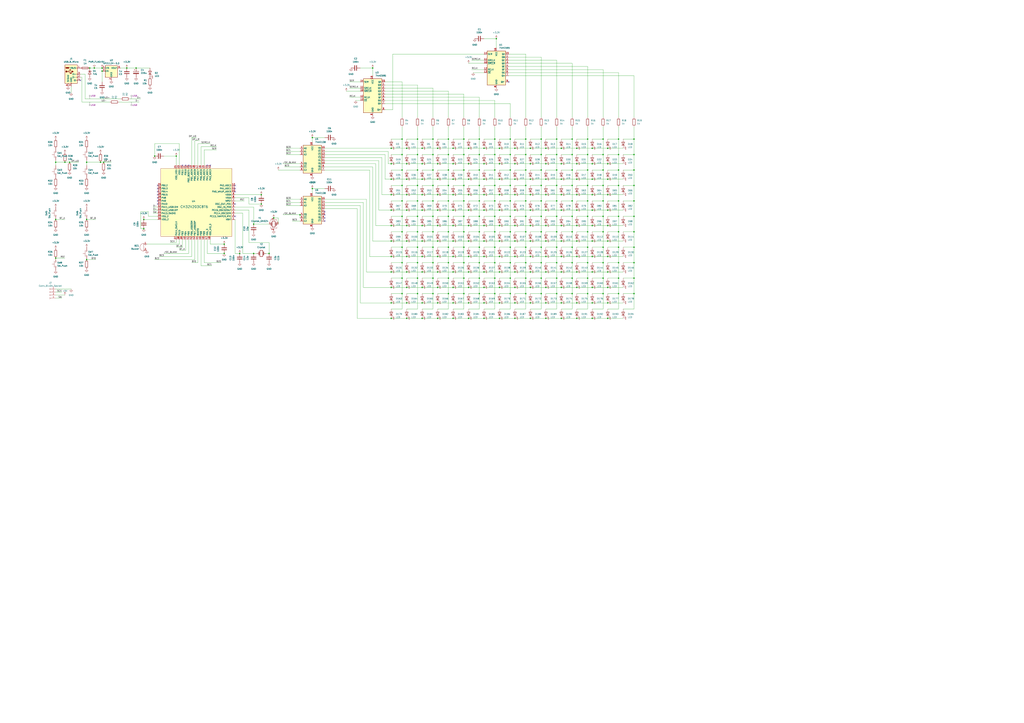
<source format=kicad_sch>
(kicad_sch
	(version 20231120)
	(generator "eeschema")
	(generator_version "8.0")
	(uuid "55f22a00-529c-49c0-9b40-f41f85886365")
	(paper "A1")
	
	(junction
		(at 495.3 114.3)
		(diameter 0)
		(color 0 0 0 0)
		(uuid "0092b72b-35b0-4c9a-91a5-fe9d73368ccd")
	)
	(junction
		(at 499.11 223.52)
		(diameter 0)
		(color 0 0 0 0)
		(uuid "009fc827-88a9-4e14-bc66-aac0118be689")
	)
	(junction
		(at 381 127)
		(diameter 0)
		(color 0 0 0 0)
		(uuid "0233879e-32e2-402a-a58f-18c153ae4653")
	)
	(junction
		(at 334.01 261.62)
		(diameter 0)
		(color 0 0 0 0)
		(uuid "02768ae5-74c0-487e-ae08-b3e58d34c11d")
	)
	(junction
		(at 469.9 241.3)
		(diameter 0)
		(color 0 0 0 0)
		(uuid "02b41ee9-e1f9-4205-8256-de50d2588ca1")
	)
	(junction
		(at 410.21 261.62)
		(diameter 0)
		(color 0 0 0 0)
		(uuid "033c3e9c-8b03-4841-a9cb-df43111ddb28")
	)
	(junction
		(at 422.91 147.32)
		(diameter 0)
		(color 0 0 0 0)
		(uuid "03857920-5ea5-4997-9cda-edfb30c31b2e")
	)
	(junction
		(at 435.61 172.72)
		(diameter 0)
		(color 0 0 0 0)
		(uuid "04faf761-dca3-4a00-8939-be21f29cbee0")
	)
	(junction
		(at 461.01 160.02)
		(diameter 0)
		(color 0 0 0 0)
		(uuid "050e7227-3cdc-41a1-b5dd-60a52aa442aa")
	)
	(junction
		(at 448.31 261.62)
		(diameter 0)
		(color 0 0 0 0)
		(uuid "06294fe8-a2c0-48e3-b8c3-392819913e9e")
	)
	(junction
		(at 342.9 190.5)
		(diameter 0)
		(color 0 0 0 0)
		(uuid "08339827-f47c-4c8c-a0d5-f2efd6b3c03f")
	)
	(junction
		(at 381 152.4)
		(diameter 0)
		(color 0 0 0 0)
		(uuid "0837e293-e35b-4999-bea0-677c42e64f04")
	)
	(junction
		(at 473.71 172.72)
		(diameter 0)
		(color 0 0 0 0)
		(uuid "0871a99c-5a60-474f-9089-f55200083573")
	)
	(junction
		(at 346.71 210.82)
		(diameter 0)
		(color 0 0 0 0)
		(uuid "0935f2a9-4569-44c2-a740-189c1a82310b")
	)
	(junction
		(at 422.91 121.92)
		(diameter 0)
		(color 0 0 0 0)
		(uuid "09987a91-04d1-48e3-a327-3a87cb84f106")
	)
	(junction
		(at 410.21 198.12)
		(diameter 0)
		(color 0 0 0 0)
		(uuid "0a4ab66e-a9a6-4414-9054-7bc213b3a623")
	)
	(junction
		(at 346.71 185.42)
		(diameter 0)
		(color 0 0 0 0)
		(uuid "0ab9a335-e292-422c-a13a-57a404227b72")
	)
	(junction
		(at 381 203.2)
		(diameter 0)
		(color 0 0 0 0)
		(uuid "0bfd9f36-12c8-4b06-8b6b-899431c85786")
	)
	(junction
		(at 419.1 114.3)
		(diameter 0)
		(color 0 0 0 0)
		(uuid "0c56cfe7-8567-4a61-ac91-0b73cfef407f")
	)
	(junction
		(at 448.31 134.62)
		(diameter 0)
		(color 0 0 0 0)
		(uuid "0d1cd83a-cd11-4d09-a270-c805a36a005a")
	)
	(junction
		(at 457.2 127)
		(diameter 0)
		(color 0 0 0 0)
		(uuid "0d70f77b-cb69-4216-b190-ac8e81547877")
	)
	(junction
		(at 435.61 248.92)
		(diameter 0)
		(color 0 0 0 0)
		(uuid "0ee66dda-6183-4b21-8a98-2dbb2981c573")
	)
	(junction
		(at 224.79 179.07)
		(diameter 0)
		(color 0 0 0 0)
		(uuid "0ef9e6a9-b810-44f3-b8c2-ee9dd5cfcde6")
	)
	(junction
		(at 435.61 210.82)
		(diameter 0)
		(color 0 0 0 0)
		(uuid "0f70ba2c-190c-49ea-b78c-deb8e7ffe343")
	)
	(junction
		(at 419.1 177.8)
		(diameter 0)
		(color 0 0 0 0)
		(uuid "12212e94-2de9-416a-a792-fc64fd4f1a31")
	)
	(junction
		(at 355.6 152.4)
		(diameter 0)
		(color 0 0 0 0)
		(uuid "123d7e62-0def-421e-9a7b-93f1b71a6667")
	)
	(junction
		(at 406.4 228.6)
		(diameter 0)
		(color 0 0 0 0)
		(uuid "1254f1a1-7ff5-4376-9087-af945ace26e9")
	)
	(junction
		(at 342.9 215.9)
		(diameter 0)
		(color 0 0 0 0)
		(uuid "128b6a9f-c79f-4a27-9448-6972474c27bc")
	)
	(junction
		(at 444.5 190.5)
		(diameter 0)
		(color 0 0 0 0)
		(uuid "1318aa1f-850a-4978-86c1-f393bfac47a8")
	)
	(junction
		(at 246.38 176.53)
		(diameter 0)
		(color 0 0 0 0)
		(uuid "139a1dc5-ffc7-47ab-bd32-1cf3c36f1952")
	)
	(junction
		(at 372.11 236.22)
		(diameter 0)
		(color 0 0 0 0)
		(uuid "13b6b255-84cb-48e3-b605-65f682220cdb")
	)
	(junction
		(at 359.41 160.02)
		(diameter 0)
		(color 0 0 0 0)
		(uuid "13fe576b-0d25-4391-a350-bcb570dc447d")
	)
	(junction
		(at 461.01 134.62)
		(diameter 0)
		(color 0 0 0 0)
		(uuid "1406f68d-0f42-489c-863d-720674e21c58")
	)
	(junction
		(at 482.6 190.5)
		(diameter 0)
		(color 0 0 0 0)
		(uuid "155d7a21-5a48-46cb-b725-bb64ed9f28a1")
	)
	(junction
		(at 469.9 177.8)
		(diameter 0)
		(color 0 0 0 0)
		(uuid "165ad9cf-5b84-4e9b-904a-35bd66dfee07")
	)
	(junction
		(at 495.3 203.2)
		(diameter 0)
		(color 0 0 0 0)
		(uuid "184930d0-1075-417e-8186-c855d825fc23")
	)
	(junction
		(at 393.7 228.6)
		(diameter 0)
		(color 0 0 0 0)
		(uuid "18b53dc5-60c1-440f-856f-1dc13d9b30d6")
	)
	(junction
		(at 368.3 228.6)
		(diameter 0)
		(color 0 0 0 0)
		(uuid "18d8b2c3-4726-4a2b-bdc0-35508f7ef273")
	)
	(junction
		(at 342.9 152.4)
		(diameter 0)
		(color 0 0 0 0)
		(uuid "194fbab5-fb4a-4b9e-aac3-80f51701f3ac")
	)
	(junction
		(at 355.6 114.3)
		(diameter 0)
		(color 0 0 0 0)
		(uuid "19932a37-2bb7-4e63-a5f5-b99d35287e7a")
	)
	(junction
		(at 486.41 185.42)
		(diameter 0)
		(color 0 0 0 0)
		(uuid "1a14b822-35af-4e16-9d62-6759fc07987b")
	)
	(junction
		(at 495.3 177.8)
		(diameter 0)
		(color 0 0 0 0)
		(uuid "1ae7f24f-5d71-43b5-9e03-13cb8987808c")
	)
	(junction
		(at 448.31 160.02)
		(diameter 0)
		(color 0 0 0 0)
		(uuid "1b9e5451-341c-48a8-96bf-d5a79d6ae8eb")
	)
	(junction
		(at 321.31 147.32)
		(diameter 0)
		(color 0 0 0 0)
		(uuid "1bbcb49b-4f3e-4031-963b-e9b416fba400")
	)
	(junction
		(at 393.7 139.7)
		(diameter 0)
		(color 0 0 0 0)
		(uuid "1c284703-d9ff-4207-bf5e-8135716dc2d6")
	)
	(junction
		(at 422.91 248.92)
		(diameter 0)
		(color 0 0 0 0)
		(uuid "1cb71775-f023-4700-a21c-b6d3c9009a95")
	)
	(junction
		(at 184.15 208.28)
		(diameter 0)
		(color 0 0 0 0)
		(uuid "1f22ac55-5091-4c01-b3f8-411a4ada5337")
	)
	(junction
		(at 397.51 198.12)
		(diameter 0)
		(color 0 0 0 0)
		(uuid "1fa5cc34-9a76-440c-b19c-99a62ace49e9")
	)
	(junction
		(at 208.28 208.28)
		(diameter 0)
		(color 0 0 0 0)
		(uuid "20226345-8935-43bd-a90d-b50ecded4e9e")
	)
	(junction
		(at 469.9 139.7)
		(diameter 0)
		(color 0 0 0 0)
		(uuid "207eb96a-f0d9-4026-9a15-bfe81cebb927")
	)
	(junction
		(at 71.12 213.36)
		(diameter 0)
		(color 0 0 0 0)
		(uuid "20abbc65-030f-438b-b947-fdf88047190e")
	)
	(junction
		(at 368.3 114.3)
		(diameter 0)
		(color 0 0 0 0)
		(uuid "215f6aff-d010-410a-80b9-b37db51521e1")
	)
	(junction
		(at 486.41 236.22)
		(diameter 0)
		(color 0 0 0 0)
		(uuid "217e1b42-863d-4d7c-a0be-552d5f30be4e")
	)
	(junction
		(at 473.71 236.22)
		(diameter 0)
		(color 0 0 0 0)
		(uuid "21ea0373-0f02-4787-8c33-a64cee0741b9")
	)
	(junction
		(at 469.9 190.5)
		(diameter 0)
		(color 0 0 0 0)
		(uuid "22ad0c1f-a885-40ae-9531-ddbc57fdbbc3")
	)
	(junction
		(at 520.7 228.6)
		(diameter 0)
		(color 0 0 0 0)
		(uuid "22d8053d-d74c-4697-b745-62b98fa07299")
	)
	(junction
		(at 495.3 190.5)
		(diameter 0)
		(color 0 0 0 0)
		(uuid "22fb3005-6569-400e-adba-d7fc67c027cc")
	)
	(junction
		(at 520.7 203.2)
		(diameter 0)
		(color 0 0 0 0)
		(uuid "2430ffd0-3a3d-46ac-b30f-7768ed1d989b")
	)
	(junction
		(at 342.9 241.3)
		(diameter 0)
		(color 0 0 0 0)
		(uuid "2498256e-52cf-4433-80d7-dba44a32bc16")
	)
	(junction
		(at 372.11 198.12)
		(diameter 0)
		(color 0 0 0 0)
		(uuid "255557c5-8ae3-4fad-9fa3-559890c28e0b")
	)
	(junction
		(at 435.61 147.32)
		(diameter 0)
		(color 0 0 0 0)
		(uuid "279dbb34-ecc3-4f1e-855e-8e846d2749c2")
	)
	(junction
		(at 410.21 147.32)
		(diameter 0)
		(color 0 0 0 0)
		(uuid "2a54874c-1ac5-4af3-a363-deab1bcf4ac2")
	)
	(junction
		(at 486.41 223.52)
		(diameter 0)
		(color 0 0 0 0)
		(uuid "2a6a6034-9c0d-4a5b-94d0-5fa9092f82d6")
	)
	(junction
		(at 83.82 55.88)
		(diameter 0)
		(color 0 0 0 0)
		(uuid "2a8d620f-31f2-465b-ac11-138ea6648686")
	)
	(junction
		(at 381 177.8)
		(diameter 0)
		(color 0 0 0 0)
		(uuid "2ae9807e-b16e-4ff1-955d-549edad04953")
	)
	(junction
		(at 406.4 139.7)
		(diameter 0)
		(color 0 0 0 0)
		(uuid "2c81dd9e-2614-4ab5-83c2-a41667e5afe1")
	)
	(junction
		(at 334.01 210.82)
		(diameter 0)
		(color 0 0 0 0)
		(uuid "2cfb7b40-f163-472e-b497-32f239400561")
	)
	(junction
		(at 355.6 177.8)
		(diameter 0)
		(color 0 0 0 0)
		(uuid "2dcbd08a-946f-4b26-98c5-f14a322fe116")
	)
	(junction
		(at 486.41 198.12)
		(diameter 0)
		(color 0 0 0 0)
		(uuid "2e35bf14-be19-466b-bb96-d4fbb06c8c16")
	)
	(junction
		(at 397.51 172.72)
		(diameter 0)
		(color 0 0 0 0)
		(uuid "2e990644-5f27-4d48-ba2c-6b46257cbffe")
	)
	(junction
		(at 384.81 198.12)
		(diameter 0)
		(color 0 0 0 0)
		(uuid "2eea773c-c73b-43cd-af17-9502a0e3ef3f")
	)
	(junction
		(at 508 215.9)
		(diameter 0)
		(color 0 0 0 0)
		(uuid "2ff15906-44a8-436d-beb1-e72d0d4a9232")
	)
	(junction
		(at 321.31 121.92)
		(diameter 0)
		(color 0 0 0 0)
		(uuid "2ff7c9f8-b00e-43ca-87dc-5168158684c0")
	)
	(junction
		(at 330.2 165.1)
		(diameter 0)
		(color 0 0 0 0)
		(uuid "302fdb0b-0b43-4ebc-bf5c-7eac34175047")
	)
	(junction
		(at 486.41 210.82)
		(diameter 0)
		(color 0 0 0 0)
		(uuid "30679c39-0ed3-4ece-b405-d8f169ac9e5b")
	)
	(junction
		(at 495.3 139.7)
		(diameter 0)
		(color 0 0 0 0)
		(uuid "314cc7b1-fae1-4e10-a371-ff316809cf6b")
	)
	(junction
		(at 214.63 167.64)
		(diameter 0)
		(color 0 0 0 0)
		(uuid "31650460-7a00-4130-9e19-4dda923327f0")
	)
	(junction
		(at 342.9 114.3)
		(diameter 0)
		(color 0 0 0 0)
		(uuid "316e47de-8471-4f3a-bfad-7105c32da201")
	)
	(junction
		(at 482.6 165.1)
		(diameter 0)
		(color 0 0 0 0)
		(uuid "32316812-c95e-4847-9e9c-e183e1b554fe")
	)
	(junction
		(at 321.31 223.52)
		(diameter 0)
		(color 0 0 0 0)
		(uuid "32575d4c-aaa7-4ab3-9027-64116777a185")
	)
	(junction
		(at 384.81 248.92)
		(diameter 0)
		(color 0 0 0 0)
		(uuid "33a3d321-d0a6-4a15-8473-fa36039a6081")
	)
	(junction
		(at 457.2 190.5)
		(diameter 0)
		(color 0 0 0 0)
		(uuid "347058dd-0714-405b-94eb-a183257656e1")
	)
	(junction
		(at 334.01 236.22)
		(diameter 0)
		(color 0 0 0 0)
		(uuid "34d04e59-9a01-4ba7-9fcd-a454348a752b")
	)
	(junction
		(at 431.8 228.6)
		(diameter 0)
		(color 0 0 0 0)
		(uuid "35828dfa-58f4-4ff1-898a-aace595b44bc")
	)
	(junction
		(at 355.6 203.2)
		(diameter 0)
		(color 0 0 0 0)
		(uuid "359dde27-42b0-42f1-bca8-8ec9d06b3990")
	)
	(junction
		(at 406.4 241.3)
		(diameter 0)
		(color 0 0 0 0)
		(uuid "35af2489-780b-4011-a8ff-334682675545")
	)
	(junction
		(at 410.21 236.22)
		(diameter 0)
		(color 0 0 0 0)
		(uuid "36b8ebcb-29b2-413e-911f-c06156951b23")
	)
	(junction
		(at 457.2 203.2)
		(diameter 0)
		(color 0 0 0 0)
		(uuid "3722652a-226c-43ff-ae04-ac8f81810f38")
	)
	(junction
		(at 393.7 152.4)
		(diameter 0)
		(color 0 0 0 0)
		(uuid "3773320a-8c5d-481f-840e-3f956bfa6367")
	)
	(junction
		(at 508 190.5)
		(diameter 0)
		(color 0 0 0 0)
		(uuid "37ca7f58-a05e-4b1d-9f4c-2ef67edd97c3")
	)
	(junction
		(at 381 241.3)
		(diameter 0)
		(color 0 0 0 0)
		(uuid "38e1f25e-7f27-4ba4-bd08-0400a643a86e")
	)
	(junction
		(at 448.31 248.92)
		(diameter 0)
		(color 0 0 0 0)
		(uuid "39786538-96ac-46a9-80d1-ae2372d26588")
	)
	(junction
		(at 359.41 121.92)
		(diameter 0)
		(color 0 0 0 0)
		(uuid "39ff423d-b3ed-40f9-9ced-fdbdd0ff0945")
	)
	(junction
		(at 406.4 190.5)
		(diameter 0)
		(color 0 0 0 0)
		(uuid "3b69b83e-4ee6-4eb8-b9b7-e4d05c97b053")
	)
	(junction
		(at 419.1 203.2)
		(diameter 0)
		(color 0 0 0 0)
		(uuid "3c1a362e-965a-4890-a215-5f5b19f5ac08")
	)
	(junction
		(at 457.2 215.9)
		(diameter 0)
		(color 0 0 0 0)
		(uuid "3ce491a7-5bb5-473d-8daf-a478422ca7cd")
	)
	(junction
		(at 520.7 152.4)
		(diameter 0)
		(color 0 0 0 0)
		(uuid "3d433481-2d25-4394-9396-501c583ea952")
	)
	(junction
		(at 384.81 147.32)
		(diameter 0)
		(color 0 0 0 0)
		(uuid "3dc45970-865d-48a9-8a29-3f8f235b4ca8")
	)
	(junction
		(at 495.3 241.3)
		(diameter 0)
		(color 0 0 0 0)
		(uuid "3de34b66-528c-49ac-8675-bdb92ef68191")
	)
	(junction
		(at 342.9 127)
		(diameter 0)
		(color 0 0 0 0)
		(uuid "3f19feed-db8e-4517-8d49-a223d51d632d")
	)
	(junction
		(at 444.5 139.7)
		(diameter 0)
		(color 0 0 0 0)
		(uuid "3fb32a53-d43e-4cc4-baad-031a5e581204")
	)
	(junction
		(at 422.91 172.72)
		(diameter 0)
		(color 0 0 0 0)
		(uuid "40779957-4bcb-44e3-a27f-32a68fc43971")
	)
	(junction
		(at 422.91 134.62)
		(diameter 0)
		(color 0 0 0 0)
		(uuid "416df66d-9d5e-4931-aef9-5579de8cc337")
	)
	(junction
		(at 431.8 165.1)
		(diameter 0)
		(color 0 0 0 0)
		(uuid "41889c4d-2205-45a3-9034-00c5f7255c5a")
	)
	(junction
		(at 334.01 198.12)
		(diameter 0)
		(color 0 0 0 0)
		(uuid "42637a4d-ea70-4820-8670-4e65b06dc3f7")
	)
	(junction
		(at 393.7 215.9)
		(diameter 0)
		(color 0 0 0 0)
		(uuid "43182a00-63d5-4b0e-8c18-76810a1769af")
	)
	(junction
		(at 393.7 241.3)
		(diameter 0)
		(color 0 0 0 0)
		(uuid "439e301c-095f-4637-8835-8045c8261733")
	)
	(junction
		(at 406.4 165.1)
		(diameter 0)
		(color 0 0 0 0)
		(uuid "44054574-d32b-46d7-b25c-bbbebf4ff2c1")
	)
	(junction
		(at 334.01 172.72)
		(diameter 0)
		(color 0 0 0 0)
		(uuid "4411fe04-79eb-48e7-ac59-f115650dd25f")
	)
	(junction
		(at 330.2 177.8)
		(diameter 0)
		(color 0 0 0 0)
		(uuid "4450f4de-95e3-4d66-b131-bd745b56e0f5")
	)
	(junction
		(at 448.31 198.12)
		(diameter 0)
		(color 0 0 0 0)
		(uuid "447fc5b6-9934-4c9e-8e00-0affa51065ba")
	)
	(junction
		(at 482.6 177.8)
		(diameter 0)
		(color 0 0 0 0)
		(uuid "45099683-461d-44d8-b250-041efb5d1444")
	)
	(junction
		(at 330.2 127)
		(diameter 0)
		(color 0 0 0 0)
		(uuid "46511da0-20a8-4367-8e9a-95d701a8a494")
	)
	(junction
		(at 499.11 121.92)
		(diameter 0)
		(color 0 0 0 0)
		(uuid "46ca2bf7-84a9-44a5-a1d5-c4d79a791090")
	)
	(junction
		(at 435.61 134.62)
		(diameter 0)
		(color 0 0 0 0)
		(uuid "470c7f82-2870-4b92-9247-8c041a25cf95")
	)
	(junction
		(at 482.6 114.3)
		(diameter 0)
		(color 0 0 0 0)
		(uuid "47dee3ae-aef2-4bc2-9e3b-cdc6842e9643")
	)
	(junction
		(at 45.72 180.34)
		(diameter 0)
		(color 0 0 0 0)
		(uuid "4844e143-e98b-4667-8123-976ae7804a4b")
	)
	(junction
		(at 419.1 127)
		(diameter 0)
		(color 0 0 0 0)
		(uuid "488f9d50-9914-4a6d-8df8-a650d3b73f7b")
	)
	(junction
		(at 372.11 261.62)
		(diameter 0)
		(color 0 0 0 0)
		(uuid "49a15d3e-f89d-4474-884b-1a2dbe9159d8")
	)
	(junction
		(at 342.9 165.1)
		(diameter 0)
		(color 0 0 0 0)
		(uuid "4a81cfc3-27fb-4948-92e0-abd39d0cc1c7")
	)
	(junction
		(at 406.4 152.4)
		(diameter 0)
		(color 0 0 0 0)
		(uuid "4af9a96b-7251-431c-b7e6-2fe05451f3c2")
	)
	(junction
		(at 355.6 190.5)
		(diameter 0)
		(color 0 0 0 0)
		(uuid "4bc7a81f-3fd8-4a47-b0c9-6f73c635017b")
	)
	(junction
		(at 381 139.7)
		(diameter 0)
		(color 0 0 0 0)
		(uuid "4bfe2bf7-2842-42a6-bb0d-282909e90bed")
	)
	(junction
		(at 482.6 215.9)
		(diameter 0)
		(color 0 0 0 0)
		(uuid "4d6baff5-5e21-475d-8748-5a8a337c41a2")
	)
	(junction
		(at 406.4 114.3)
		(diameter 0)
		(color 0 0 0 0)
		(uuid "4eb8fe4d-7d0c-4155-a1c5-52015ced1f90")
	)
	(junction
		(at 256.54 154.94)
		(diameter 0)
		(color 0 0 0 0)
		(uuid "4f2f735c-477e-402d-8711-0a8cd749c935")
	)
	(junction
		(at 469.9 152.4)
		(diameter 0)
		(color 0 0 0 0)
		(uuid "4f60df3e-da7d-4ff2-8838-690fccab0eed")
	)
	(junction
		(at 372.11 160.02)
		(diameter 0)
		(color 0 0 0 0)
		(uuid "4fe841c1-7b04-486f-ad59-adc4813c21c3")
	)
	(junction
		(at 422.91 198.12)
		(diameter 0)
		(color 0 0 0 0)
		(uuid "51c628af-b3ad-40fa-83dd-247f67c6847f")
	)
	(junction
		(at 359.41 248.92)
		(diameter 0)
		(color 0 0 0 0)
		(uuid "5221375e-2a5d-4ba5-b69e-4d14051831de")
	)
	(junction
		(at 368.3 127)
		(diameter 0)
		(color 0 0 0 0)
		(uuid "53179980-dce5-40a3-829e-c42b0fa2e367")
	)
	(junction
		(at 422.91 261.62)
		(diameter 0)
		(color 0 0 0 0)
		(uuid "54e91b2c-7340-43fb-b890-f54b4bc06cee")
	)
	(junction
		(at 359.41 185.42)
		(diameter 0)
		(color 0 0 0 0)
		(uuid "54f84744-e1ff-4942-b491-74ebf280c108")
	)
	(junction
		(at 469.9 114.3)
		(diameter 0)
		(color 0 0 0 0)
		(uuid "561faa53-80d0-4e87-b0d8-69b19214dac0")
	)
	(junction
		(at 330.2 215.9)
		(diameter 0)
		(color 0 0 0 0)
		(uuid "565a2ab3-50a6-4327-b243-e0dfaf461259")
	)
	(junction
		(at 499.11 147.32)
		(diameter 0)
		(color 0 0 0 0)
		(uuid "572d445d-63f4-4134-bf56-c48b1f15c5e6")
	)
	(junction
		(at 393.7 114.3)
		(diameter 0)
		(color 0 0 0 0)
		(uuid "575699ad-90fe-4a40-a47f-57aa14942997")
	)
	(junction
		(at 419.1 241.3)
		(diameter 0)
		(color 0 0 0 0)
		(uuid "58d6dc39-ddee-4ac1-89fa-e485df2bc344")
	)
	(junction
		(at 397.51 185.42)
		(diameter 0)
		(color 0 0 0 0)
		(uuid "58d8a183-c956-4d53-89b7-22b6859786be")
	)
	(junction
		(at 321.31 248.92)
		(diameter 0)
		(color 0 0 0 0)
		(uuid "59580660-2c2f-4ec7-9f66-138015e3d94b")
	)
	(junction
		(at 359.41 147.32)
		(diameter 0)
		(color 0 0 0 0)
		(uuid "596f8afc-b43e-4948-a6d0-5f546fa3859a")
	)
	(junction
		(at 520.7 165.1)
		(diameter 0)
		(color 0 0 0 0)
		(uuid "5a5655c3-65dc-4299-aee6-f35a956d67d2")
	)
	(junction
		(at 214.63 160.02)
		(diameter 0)
		(color 0 0 0 0)
		(uuid "5ab9e201-57a8-4fc4-951e-73437c20244b")
	)
	(junction
		(at 520.7 177.8)
		(diameter 0)
		(color 0 0 0 0)
		(uuid "5b378e47-aa32-40ec-9a4a-56cb57b44e9d")
	)
	(junction
		(at 444.5 203.2)
		(diameter 0)
		(color 0 0 0 0)
		(uuid "5c3516cb-5146-45b7-8197-ac1967800c0a")
	)
	(junction
		(at 393.7 177.8)
		(diameter 0)
		(color 0 0 0 0)
		(uuid "5d27b23f-4637-4cb3-b281-7a3018b26d4b")
	)
	(junction
		(at 330.2 241.3)
		(diameter 0)
		(color 0 0 0 0)
		(uuid "5d8043b5-f527-4fcf-a385-142a0237e6e6")
	)
	(junction
		(at 435.61 198.12)
		(diameter 0)
		(color 0 0 0 0)
		(uuid "5db42295-9ba1-4fe3-a959-43d93d65e51b")
	)
	(junction
		(at 419.1 152.4)
		(diameter 0)
		(color 0 0 0 0)
		(uuid "5dcc2c89-2790-49f5-8429-7b684d9dd50a")
	)
	(junction
		(at 342.9 203.2)
		(diameter 0)
		(color 0 0 0 0)
		(uuid "5dedd12d-ea17-4800-bf88-b974832b975f")
	)
	(junction
		(at 473.71 223.52)
		(diameter 0)
		(color 0 0 0 0)
		(uuid "5f370bd8-4b4e-4793-b754-23bd587614cc")
	)
	(junction
		(at 419.1 228.6)
		(diameter 0)
		(color 0 0 0 0)
		(uuid "5f598239-9d07-4fdc-8a4c-6897a5766a13")
	)
	(junction
		(at 486.41 248.92)
		(diameter 0)
		(color 0 0 0 0)
		(uuid "61082506-c570-4eb9-a6af-b8f78652ea94")
	)
	(junction
		(at 372.11 210.82)
		(diameter 0)
		(color 0 0 0 0)
		(uuid "6283bdb8-e58b-4e54-8252-542aa0029805")
	)
	(junction
		(at 419.1 190.5)
		(diameter 0)
		(color 0 0 0 0)
		(uuid "62cdcd80-f395-4cd1-a0ee-5e61bdec779e")
	)
	(junction
		(at 520.7 241.3)
		(diameter 0)
		(color 0 0 0 0)
		(uuid "62d7685b-580c-4b80-be35-d0f19ffafa1a")
	)
	(junction
		(at 410.21 248.92)
		(diameter 0)
		(color 0 0 0 0)
		(uuid "639460c6-cbea-4a8f-a05b-66eab7861e66")
	)
	(junction
		(at 45.72 133.35)
		(diameter 0)
		(color 0 0 0 0)
		(uuid "65bc23b3-6067-4700-a566-e172aab8a6e5")
	)
	(junction
		(at 85.09 133.35)
		(diameter 0)
		(color 0 0 0 0)
		(uuid "67cf6a94-b36b-4136-9a21-971b918f2113")
	)
	(junction
		(at 368.3 203.2)
		(diameter 0)
		(color 0 0 0 0)
		(uuid "688d1efe-793c-4c2b-8328-00fcc8a61e3a")
	)
	(junction
		(at 359.41 172.72)
		(diameter 0)
		(color 0 0 0 0)
		(uuid "689888a5-67ab-4534-bc3d-8f0e707f79f9")
	)
	(junction
		(at 448.31 236.22)
		(diameter 0)
		(color 0 0 0 0)
		(uuid "68babf51-303f-4177-8b65-792f35de28e6")
	)
	(junction
		(at 410.21 223.52)
		(diameter 0)
		(color 0 0 0 0)
		(uuid "68e2d785-be8e-4f61-b728-3eb4d7fe4ed5")
	)
	(junction
		(at 359.41 134.62)
		(diameter 0)
		(color 0 0 0 0)
		(uuid "69e1efd6-534d-4504-8878-37122ae1a339")
	)
	(junction
		(at 220.98 208.28)
		(diameter 0)
		(color 0 0 0 0)
		(uuid "6a8c57e7-ac95-41e2-8a4b-be31bc059627")
	)
	(junction
		(at 372.11 185.42)
		(diameter 0)
		(color 0 0 0 0)
		(uuid "6ba76964-2385-4889-936d-d4a5f59262e2")
	)
	(junction
		(at 321.31 160.02)
		(diameter 0)
		(color 0 0 0 0)
		(uuid "6bbb39a4-dc03-4d99-912c-1070cacbca2c")
	)
	(junction
		(at 342.9 177.8)
		(diameter 0)
		(color 0 0 0 0)
		(uuid "6c120c6f-6a34-4586-8997-1fbffcfc2d98")
	)
	(junction
		(at 397.51 248.92)
		(diameter 0)
		(color 0 0 0 0)
		(uuid "6c95479b-325f-4f13-9ffc-3c6e6523cfa7")
	)
	(junction
		(at 431.8 114.3)
		(diameter 0)
		(color 0 0 0 0)
		(uuid "6cb0f5da-54d8-43a3-b1da-462f8f6a5f99")
	)
	(junction
		(at 330.2 152.4)
		(diameter 0)
		(color 0 0 0 0)
		(uuid "6cc70959-6142-4b81-824b-2dae61f96bd6")
	)
	(junction
		(at 127 128.27)
		(diameter 0)
		(color 0 0 0 0)
		(uuid "6cd06274-e5f1-4b6e-a6e4-6d2383e6899a")
	)
	(junction
		(at 520.7 190.5)
		(diameter 0)
		(color 0 0 0 0)
		(uuid "6d5305da-f284-4bdf-b6dc-55dcf5f8055a")
	)
	(junction
		(at 486.41 172.72)
		(diameter 0)
		(color 0 0 0 0)
		(uuid "6d7f3af7-566d-4d87-ad98-7d90e6bd83e6")
	)
	(junction
		(at 435.61 261.62)
		(diameter 0)
		(color 0 0 0 0)
		(uuid "6dae064f-3d91-4324-bf5f-17a553e4c513")
	)
	(junction
		(at 444.5 215.9)
		(diameter 0)
		(color 0 0 0 0)
		(uuid "6dae0780-883a-4c85-8ced-6f844d053b2b")
	)
	(junction
		(at 473.71 185.42)
		(diameter 0)
		(color 0 0 0 0)
		(uuid "6f4b4e08-ae1f-4749-98c8-a3022653b594")
	)
	(junction
		(at 486.41 147.32)
		(diameter 0)
		(color 0 0 0 0)
		(uuid "6f77e026-4e47-4118-84d8-35423bbbf5aa")
	)
	(junction
		(at 384.81 261.62)
		(diameter 0)
		(color 0 0 0 0)
		(uuid "6fe1329d-debc-4629-9d09-960bad08a964")
	)
	(junction
		(at 334.01 121.92)
		(diameter 0)
		(color 0 0 0 0)
		(uuid "70c70f61-b6c3-44d7-bbe3-db8dc285de1d")
	)
	(junction
		(at 321.31 134.62)
		(diameter 0)
		(color 0 0 0 0)
		(uuid "714a686e-6128-4bfe-be0d-f72e8022d619")
	)
	(junction
		(at 461.01 147.32)
		(diameter 0)
		(color 0 0 0 0)
		(uuid "7210cd2b-7b04-4faa-9e9e-4742202c9f62")
	)
	(junction
		(at 82.55 133.35)
		(diameter 0)
		(color 0 0 0 0)
		(uuid "7215df5b-cc2f-435c-9040-90c7e8469de3")
	)
	(junction
		(at 355.6 241.3)
		(diameter 0)
		(color 0 0 0 0)
		(uuid "72b9218e-bd04-4c98-94b9-9f8fd6eac35e")
	)
	(junction
		(at 321.31 236.22)
		(diameter 0)
		(color 0 0 0 0)
		(uuid "73f2a698-34dd-477b-8235-27c10ff15993")
	)
	(junction
		(at 448.31 223.52)
		(diameter 0)
		(color 0 0 0 0)
		(uuid "74267470-4a4e-4a6a-898a-afe59908c4b3")
	)
	(junction
		(at 508 241.3)
		(diameter 0)
		(color 0 0 0 0)
		(uuid "74817bb7-1d43-4f36-a9da-ba7436fab2c6")
	)
	(junction
		(at 381 215.9)
		(diameter 0)
		(color 0 0 0 0)
		(uuid "7507d28f-6ac7-4ad4-9fc8-e840024fe487")
	)
	(junction
		(at 397.51 134.62)
		(diameter 0)
		(color 0 0 0 0)
		(uuid "750b84ad-cf00-4811-a6a7-273ff5d2d435")
	)
	(junction
		(at 499.11 248.92)
		(diameter 0)
		(color 0 0 0 0)
		(uuid "77a55022-5502-4ece-9391-f785716ea6e0")
	)
	(junction
		(at 422.91 185.42)
		(diameter 0)
		(color 0 0 0 0)
		(uuid "780e08f9-0c6d-4c5a-bb09-ee4162c00e18")
	)
	(junction
		(at 473.71 134.62)
		(diameter 0)
		(color 0 0 0 0)
		(uuid "782a3009-52c3-41cf-88a2-d7ec5459a9c7")
	)
	(junction
		(at 461.01 185.42)
		(diameter 0)
		(color 0 0 0 0)
		(uuid "78986912-d692-4932-831d-c609cdc9b87f")
	)
	(junction
		(at 346.71 121.92)
		(diameter 0)
		(color 0 0 0 0)
		(uuid "78b8411c-63b4-4457-b9f3-b432c0105e04")
	)
	(junction
		(at 473.71 198.12)
		(diameter 0)
		(color 0 0 0 0)
		(uuid "7ad145ba-e18e-402e-9d39-7bf25f789250")
	)
	(junction
		(at 384.81 223.52)
		(diameter 0)
		(color 0 0 0 0)
		(uuid "7dffebab-8c07-4139-a02b-711c263ee8fd")
	)
	(junction
		(at 144.78 128.27)
		(diameter 0)
		(color 0 0 0 0)
		(uuid "7e6ad35f-2561-4642-b72b-15514cf512a5")
	)
	(junction
		(at 346.71 198.12)
		(diameter 0)
		(color 0 0 0 0)
		(uuid "7ecaa0cd-1111-4da4-b126-7a22e8ae6acd")
	)
	(junction
		(at 71.12 180.34)
		(diameter 0)
		(color 0 0 0 0)
		(uuid "7f215e3e-42fb-4366-8880-84b5d8016afa")
	)
	(junction
		(at 457.2 228.6)
		(diameter 0)
		(color 0 0 0 0)
		(uuid "7f7be058-f35e-44ed-a2fe-40d0aa2aee5a")
	)
	(junction
		(at 435.61 185.42)
		(diameter 0)
		(color 0 0 0 0)
		(uuid "815e2628-0508-411c-b518-3b3b4b392a2c")
	)
	(junction
		(at 355.6 139.7)
		(diameter 0)
		(color 0 0 0 0)
		(uuid "826e391b-a548-4289-9ed2-6cd5887a372e")
	)
	(junction
		(at 508 114.3)
		(diameter 0)
		(color 0 0 0 0)
		(uuid "833d7ff8-1fdf-4cae-8c57-938042df2390")
	)
	(junction
		(at 384.81 236.22)
		(diameter 0)
		(color 0 0 0 0)
		(uuid "8530a2e6-2b72-4694-8c92-0a79fa6a12a0")
	)
	(junction
		(at 422.91 236.22)
		(diameter 0)
		(color 0 0 0 0)
		(uuid "8536408d-e330-49b6-bc58-c46c96514e4b")
	)
	(junction
		(at 57.15 133.35)
		(diameter 0)
		(color 0 0 0 0)
		(uuid "8643e180-4b06-493f-b4e7-2af7d12c1861")
	)
	(junction
		(at 118.11 187.96)
		(diameter 0)
		(color 0 0 0 0)
		(uuid "866a1134-e91c-4179-b031-c3977d4a09a9")
	)
	(junction
		(at 321.31 210.82)
		(diameter 0)
		(color 0 0 0 0)
		(uuid "8684e729-aa01-4ad8-b97c-fdc8132bbc44")
	)
	(junction
		(at 368.3 152.4)
		(diameter 0)
		(color 0 0 0 0)
		(uuid "882c3502-31b5-4950-8808-b5c09e200ce8")
	)
	(junction
		(at 397.51 210.82)
		(diameter 0)
		(color 0 0 0 0)
		(uuid "892ea8ab-994f-4759-8d27-785a85a532be")
	)
	(junction
		(at 368.3 215.9)
		(diameter 0)
		(color 0 0 0 0)
		(uuid "89ad7d2d-700a-448f-b885-896f2c50f081")
	)
	(junction
		(at 321.31 198.12)
		(diameter 0)
		(color 0 0 0 0)
		(uuid "8a3afa8f-64c0-495f-bb59-beb18b9b1981")
	)
	(junction
		(at 359.41 223.52)
		(diameter 0)
		(color 0 0 0 0)
		(uuid "8a51bf09-6f5a-41ca-86c7-ac4a171f602c")
	)
	(junction
		(at 111.76 55.88)
		(diameter 0)
		(color 0 0 0 0)
		(uuid "8a7dd08c-a06d-4bd5-8459-72d88bd67d72")
	)
	(junction
		(at 473.71 261.62)
		(diameter 0)
		(color 0 0 0 0)
		(uuid "8ab5d2a8-c092-4a1e-926b-06ddabfe8378")
	)
	(junction
		(at 486.41 160.02)
		(diameter 0)
		(color 0 0 0 0)
		(uuid "8af465df-3de1-419b-907c-c4afd9099774")
	)
	(junction
		(at 346.71 223.52)
		(diameter 0)
		(color 0 0 0 0)
		(uuid "8b28d113-31ae-48bf-a4e6-8d6f9035f6c6")
	)
	(junction
		(at 435.61 223.52)
		(diameter 0)
		(color 0 0 0 0)
		(uuid "8bf1efb7-6095-4505-b1e1-d7c8a398b685")
	)
	(junction
		(at 435.61 160.02)
		(diameter 0)
		(color 0 0 0 0)
		(uuid "8c321f1a-60fe-4c40-b8b8-c0341a7386f0")
	)
	(junction
		(at 431.8 190.5)
		(diameter 0)
		(color 0 0 0 0)
		(uuid "8d6fb648-2fef-4e39-8d6c-c60d94e627fd")
	)
	(junction
		(at 406.4 127)
		(diameter 0)
		(color 0 0 0 0)
		(uuid "8ddbdcc8-cb87-452d-8127-a5814024d3f9")
	)
	(junction
		(at 407.67 31.75)
		(diameter 0)
		(color 0 0 0 0)
		(uuid "8e5d5f21-6973-470d-b9c2-82ac745d8631")
	)
	(junction
		(at 469.9 203.2)
		(diameter 0)
		(color 0 0 0 0)
		(uuid "8eec1683-9e97-408b-b10d-4443487467d0")
	)
	(junction
		(at 406.4 203.2)
		(diameter 0)
		(color 0 0 0 0)
		(uuid "8fabf34a-d60d-44c6-beeb-c01ec201fb39")
	)
	(junction
		(at 448.31 210.82)
		(diameter 0)
		(color 0 0 0 0)
		(uuid "9074cd8c-b908-4a15-8541-e6351b117d34")
	)
	(junction
		(at 499.11 134.62)
		(diameter 0)
		(color 0 0 0 0)
		(uuid "91a7de6d-f8b7-4f3e-a003-72f82a11e6c7")
	)
	(junction
		(at 473.71 121.92)
		(diameter 0)
		(color 0 0 0 0)
		(uuid "921db937-aa1d-452f-b34e-301a6f92acc2")
	)
	(junction
		(at 431.8 139.7)
		(diameter 0)
		(color 0 0 0 0)
		(uuid "944dca75-f296-4b8b-bca8-767ed1e7cd11")
	)
	(junction
		(at 448.31 121.92)
		(diameter 0)
		(color 0 0 0 0)
		(uuid "94b7baee-add6-4a41-b098-cff8e5ca91fa")
	)
	(junction
		(at 486.41 121.92)
		(diameter 0)
		(color 0 0 0 0)
		(uuid "95236dfa-6edb-4c35-88b1-f7c52cd40b9d")
	)
	(junction
		(at 334.01 223.52)
		(diameter 0)
		(color 0 0 0 0)
		(uuid "955369de-f6fd-461f-95d6-5f5855af7a47")
	)
	(junction
		(at 422.91 160.02)
		(diameter 0)
		(color 0 0 0 0)
		(uuid "95fc5e99-62e3-480e-b33c-099a10fac082")
	)
	(junction
		(at 499.11 185.42)
		(diameter 0)
		(color 0 0 0 0)
		(uuid "982cbd4a-78e3-4d65-ad7d-93c4c7a07fac")
	)
	(junction
		(at 372.11 172.72)
		(diameter 0)
		(color 0 0 0 0)
		(uuid "9b048e55-3bcf-45f7-9032-7b3046a5c966")
	)
	(junction
		(at 461.01 172.72)
		(diameter 0)
		(color 0 0 0 0)
		(uuid "9bd8a6f4-a7f2-48a1-acda-73f7573ac908")
	)
	(junction
		(at 461.01 210.82)
		(diameter 0)
		(color 0 0 0 0)
		(uuid "9c10591e-63cb-41f7-9ce4-827a54970daa")
	)
	(junction
		(at 461.01 261.62)
		(diameter 0)
		(color 0 0 0 0)
		(uuid "9ca363e9-d793-488d-aea6-5fe3df55a320")
	)
	(junction
		(at 355.6 127)
		(diameter 0)
		(color 0 0 0 0)
		(uuid "9dccfe68-094f-4186-834f-dd31c0282694")
	)
	(junction
		(at 208.28 184.15)
		(diameter 0)
		(color 0 0 0 0)
		(uuid "9e8b364a-b84e-474c-b738-c51056f8150a")
	)
	(junction
		(at 346.71 147.32)
		(diameter 0)
		(color 0 0 0 0)
		(uuid "9e9d5df5-e518-4b72-9a04-2b06d198d9cd")
	)
	(junction
		(at 359.41 210.82)
		(diameter 0)
		(color 0 0 0 0)
		(uuid "9f907eb1-d151-4014-8ca0-ab3f2731b59d")
	)
	(junction
		(at 444.5 241.3)
		(diameter 0)
		(color 0 0 0 0)
		(uuid "9fa7f508-b09f-487e-b1ef-0178967258a2")
	)
	(junction
		(at 482.6 139.7)
		(diameter 0)
		(color 0 0 0 0)
		(uuid "a0c39763-2c7d-41e3-959a-fc17e2198a8a")
	)
	(junction
		(at 406.4 215.9)
		(diameter 0)
		(color 0 0 0 0)
		(uuid "a13150c1-b133-4140-ae01-d07f7f19932c")
	)
	(junction
		(at 482.6 152.4)
		(diameter 0)
		(color 0 0 0 0)
		(uuid "a14c1d2b-3d59-4425-ab30-e29933cdbe6c")
	)
	(junction
		(at 83.82 58.42)
		(diameter 0)
		(color 0 0 0 0)
		(uuid "a15e6524-c5fa-4d5d-9b3e-2f2a83e8b563")
	)
	(junction
		(at 410.21 134.62)
		(diameter 0)
		(color 0 0 0 0)
		(uuid "a2135e8c-5e59-42bf-ac8b-81a72477270d")
	)
	(junction
		(at 372.11 248.92)
		(diameter 0)
		(color 0 0 0 0)
		(uuid "a2222d13-cb8b-470a-b62c-270c3d2675ea")
	)
	(junction
		(at 410.21 121.92)
		(diameter 0)
		(color 0 0 0 0)
		(uuid "a25cfcbf-c1a2-40fa-8f38-6a9ff930cdbb")
	)
	(junction
		(at 431.8 215.9)
		(diameter 0)
		(color 0 0 0 0)
		(uuid "a30f3e8a-90aa-48bd-82e2-f1d5cc988b62")
	)
	(junction
		(at 346.71 236.22)
		(diameter 0)
		(color 0 0 0 0)
		(uuid "a3b6d0ce-8c72-4e80-a8e6-41b73da81caf")
	)
	(junction
		(at 486.41 261.62)
		(diameter 0)
		(color 0 0 0 0)
		(uuid "a4b8cb4d-7786-4d2e-af4d-e736fc20a635")
	)
	(junction
		(at 520.7 114.3)
		(diameter 0)
		(color 0 0 0 0)
		(uuid "a50991da-8368-4d8b-b26c-d03b7cfc22ec")
	)
	(junction
		(at 384.81 160.02)
		(diameter 0)
		(color 0 0 0 0)
		(uuid "a5683e4b-6e2e-4d7a-8d93-e018fa7cbec9")
	)
	(junction
		(at 321.31 261.62)
		(diameter 0)
		(color 0 0 0 0)
		(uuid "a5733f37-86db-46fd-b59f-6ebac72ca546")
	)
	(junction
		(at 469.9 127)
		(diameter 0)
		(color 0 0 0 0)
		(uuid "a67b5b5f-9080-4530-9057-61c18419fa0c")
	)
	(junction
		(at 372.11 223.52)
		(diameter 0)
		(color 0 0 0 0)
		(uuid "a777a4f1-e6e7-473a-a1a7-fc9a40857229")
	)
	(junction
		(at 397.51 147.32)
		(diameter 0)
		(color 0 0 0 0)
		(uuid "a847a9a7-4bc2-4355-a0a6-5d5be4e4b720")
	)
	(junction
		(at 397.51 223.52)
		(diameter 0)
		(color 0 0 0 0)
		(uuid "a8d925a9-2b38-4c1d-a493-11d6897ade76")
	)
	(junction
		(at 499.11 210.82)
		(diameter 0)
		(color 0 0 0 0)
		(uuid "a9a29bfb-865d-4b87-8258-72347b706ca6")
	)
	(junction
		(at 397.51 236.22)
		(diameter 0)
		(color 0 0 0 0)
		(uuid "aa03d45f-2b5c-4ecf-8466-370057598f4b")
	)
	(junction
		(at 444.5 152.4)
		(diameter 0)
		(color 0 0 0 0)
		(uuid "ab513d2d-64ac-48f3-810f-13d44ed6f102")
	)
	(junction
		(at 410.21 185.42)
		(diameter 0)
		(color 0 0 0 0)
		(uuid "ad22d143-b863-4098-b9b4-cfae28535bf8")
	)
	(junction
		(at 508 127)
		(diameter 0)
		(color 0 0 0 0)
		(uuid "ad26567a-f910-4976-8f0f-58a8f5a3f49a")
	)
	(junction
		(at 435.61 121.92)
		(diameter 0)
		(color 0 0 0 0)
		(uuid "ad9a55a2-c8d0-43a3-89c3-43f9bb75cc44")
	)
	(junction
		(at 346.71 248.92)
		(diameter 0)
		(color 0 0 0 0)
		(uuid "adc7a34d-5d67-4aa7-a5de-ca6994c488d2")
	)
	(junction
		(at 419.1 139.7)
		(diameter 0)
		(color 0 0 0 0)
		(uuid "ae3c8fdb-5ae1-4147-a0d0-c4c277c0456c")
	)
	(junction
		(at 419.1 215.9)
		(diameter 0)
		(color 0 0 0 0)
		(uuid "ae430b22-d6b1-43bf-9079-53a0d404e885")
	)
	(junction
		(at 334.01 147.32)
		(diameter 0)
		(color 0 0 0 0)
		(uuid "b16fa056-a443-4d0c-965e-7549551b8901")
	)
	(junction
		(at 461.01 198.12)
		(diameter 0)
		(color 0 0 0 0)
		(uuid "b19ad808-29a0-4353-8c7b-02853ca003a4")
	)
	(junction
		(at 384.81 121.92)
		(diameter 0)
		(color 0 0 0 0)
		(uuid "b206c817-8055-4844-b2f1-d489bce647c4")
	)
	(junction
		(at 508 165.1)
		(diameter 0)
		(color 0 0 0 0)
		(uuid "b2e8a394-c376-4cbb-a5ce-1b432a7916f0")
	)
	(junction
		(at 334.01 160.02)
		(diameter 0)
		(color 0 0 0 0)
		(uuid "b31536cf-5ec2-49af-be71-71191960d74f")
	)
	(junction
		(at 334.01 134.62)
		(diameter 0)
		(color 0 0 0 0)
		(uuid "b3583ca6-a8a8-470f-8f6d-470e9eed9387")
	)
	(junction
		(at 469.9 228.6)
		(diameter 0)
		(color 0 0 0 0)
		(uuid "b37ce6a4-45f4-499a-8b0d-44a1ebc03888")
	)
	(junction
		(at 355.6 215.9)
		(diameter 0)
		(color 0 0 0 0)
		(uuid "b45671d7-8686-4653-af0a-def7531fedb6")
	)
	(junction
		(at 486.41 134.62)
		(diameter 0)
		(color 0 0 0 0)
		(uuid "b4e94857-6622-492c-8f77-f8039596b1a6")
	)
	(junction
		(at 330.2 190.5)
		(diameter 0)
		(color 0 0 0 0)
		(uuid "b57dd8aa-2db6-4c71-b745-518c8a142aaa")
	)
	(junction
		(at 419.1 165.1)
		(diameter 0)
		(color 0 0 0 0)
		(uuid "b5971ea9-4446-44d7-a346-277a4cd00618")
	)
	(junction
		(at 355.6 228.6)
		(diameter 0)
		(color 0 0 0 0)
		(uuid "b599caca-1b73-4700-a00a-9e081e2f751f")
	)
	(junction
		(at 397.51 160.02)
		(diameter 0)
		(color 0 0 0 0)
		(uuid "b5e2084c-b24a-4769-84b2-c744c8f71478")
	)
	(junction
		(at 381 114.3)
		(diameter 0)
		(color 0 0 0 0)
		(uuid "b5eba92a-3552-4178-bc06-628233b4267b")
	)
	(junction
		(at 473.71 210.82)
		(diameter 0)
		(color 0 0 0 0)
		(uuid "b6a2edd5-62c8-46e5-8268-a4ee955a6bb2")
	)
	(junction
		(at 499.11 172.72)
		(diameter 0)
		(color 0 0 0 0)
		(uuid "b8f31e54-74ab-4a4e-99ce-cab0ced0945b")
	)
	(junction
		(at 431.8 177.8)
		(diameter 0)
		(color 0 0 0 0)
		(uuid "b91bd120-70ef-4c27-89c0-c879059e32f0")
	)
	(junction
		(at 393.7 203.2)
		(diameter 0)
		(color 0 0 0 0)
		(uuid "bbf23895-d7fc-42e0-b8cc-6e0762393785")
	)
	(junction
		(at 520.7 127)
		(diameter 0)
		(color 0 0 0 0)
		(uuid "bc25fb25-fb5c-4345-b9be-f345046b5ca4")
	)
	(junction
		(at 520.7 215.9)
		(diameter 0)
		(color 0 0 0 0)
		(uuid "bd1f1b03-88ea-42a0-a70c-a23467d7ccdc")
	)
	(junction
		(at 410.21 160.02)
		(diameter 0)
		(color 0 0 0 0)
		(uuid "bd80b69c-0c0f-4d60-bba0-69e84af400d9")
	)
	(junction
		(at 422.91 223.52)
		(diameter 0)
		(color 0 0 0 0)
		(uuid "bf90707f-f6a3-4e97-957f-876048e90701")
	)
	(junction
		(at 330.2 203.2)
		(diameter 0)
		(color 0 0 0 0)
		(uuid "bf97de49-139a-4caa-b695-7b59f65a2938")
	)
	(junction
		(at 431.8 203.2)
		(diameter 0)
		(color 0 0 0 0)
		(uuid "bfcdc356-b9ab-4e3b-9c34-5ccfafc8b859")
	)
	(junction
		(at 482.6 241.3)
		(diameter 0)
		(color 0 0 0 0)
		(uuid "c01edb7f-c208-43b1-996b-a9da4e7a26a6")
	)
	(junction
		(at 346.71 134.62)
		(diameter 0)
		(color 0 0 0 0)
		(uuid "c0e2e336-b7d3-48b3-a464-57343a7f6ca0")
	)
	(junction
		(at 508 139.7)
		(diameter 0)
		(color 0 0 0 0)
		(uuid "c0e63eb3-e5be-40a9-8f6c-b4b3645564ff")
	)
	(junction
		(at 461.01 236.22)
		(diameter 0)
		(color 0 0 0 0)
		(uuid "c0e76c3a-85c8-4ce2-a936-f4c8c1d04a99")
	)
	(junction
		(at 457.2 152.4)
		(diameter 0)
		(color 0 0 0 0)
		(uuid "c0e8a65d-307e-45cb-9662-cd0e566d6e1a")
	)
	(junction
		(at 482.6 127)
		(diameter 0)
		(color 0 0 0 0)
		(uuid "c3fe495b-7ae1-491b-b111-fdad00236d1a")
	)
	(junction
		(at 431.8 241.3)
		(diameter 0)
		(color 0 0 0 0)
		(uuid "c4911ad5-32ee-4728-bcda-4589c1c3990a")
	)
	(junction
		(at 334.01 185.42)
		(diameter 0)
		(color 0 0 0 0)
		(uuid "c4ffab81-1203-4614-9da1-c52cb3d90151")
	)
	(junction
		(at 397.51 261.62)
		(diameter 0)
		(color 0 0 0 0)
		(uuid "c52aff9f-e6c1-49d4-a019-09d064d5b68f")
	)
	(junction
		(at 368.3 177.8)
		(diameter 0)
		(color 0 0 0 0)
		(uuid "c58b75dc-e491-4003-a03f-a8d50ba3fcd3")
	)
	(junction
		(at 444.5 165.1)
		(diameter 0)
		(color 0 0 0 0)
		(uuid "c59e4a84-dc65-40db-8abf-3099615f3f02")
	)
	(junction
		(at 384.81 134.62)
		(diameter 0)
		(color 0 0 0 0)
		(uuid "c5a484b5-9ba8-4e75-8908-a59c8927579e")
	)
	(junction
		(at 381 190.5)
		(diameter 0)
		(color 0 0 0 0)
		(uuid "c62026f4-0caf-4950-aca9-bf72af1252ae")
	)
	(junction
		(at 306.07 55.88)
		(diameter 0)
		(color 0 0 0 0)
		(uuid "c72d283a-2c5f-45dd-869c-8df5fd62878f")
	)
	(junction
		(at 384.81 210.82)
		(diameter 0)
		(color 0 0 0 0)
		(uuid "c7573b56-2f8c-4bd2-85dc-339e0ea8b828")
	)
	(junction
		(at 355.6 165.1)
		(diameter 0)
		(color 0 0 0 0)
		(uuid "c99dfe34-e361-4d70-8a7c-e6c4260ece37")
	)
	(junction
		(at 482.6 203.2)
		(diameter 0)
		(color 0 0 0 0)
		(uuid "c9c5b0ae-e8b8-4200-aa09-cc78ee2613e5")
	)
	(junction
		(at 381 228.6)
		(diameter 0)
		(color 0 0 0 0)
		(uuid "ca2d274c-e42b-4250-988d-23d4fec7328d")
	)
	(junction
		(at 495.3 127)
		(diameter 0)
		(color 0 0 0 0)
		(uuid "ca7dcd21-7653-4cbe-9f6d-c4d16689c819")
	)
	(junction
		(at 346.71 172.72)
		(diameter 0)
		(color 0 0 0 0)
		(uuid "cb0a7733-a882-4d3d-9576-93b7e8e8fa9f")
	)
	(junction
		(at 359.41 261.62)
		(diameter 0)
		(color 0 0 0 0)
		(uuid "cb16f2c8-561b-418c-814e-95121055a022")
	)
	(junction
		(at 473.71 147.32)
		(diameter 0)
		(color 0 0 0 0)
		(uuid "cb3f30b4-406a-47ec-94cd-5b8ca4ee01cd")
	)
	(junction
		(at 461.01 121.92)
		(diameter 0)
		(color 0 0 0 0)
		(uuid "cb52b35d-064d-44e2-8f95-1219787f3c3d")
	)
	(junction
		(at 346.71 261.62)
		(diameter 0)
		(color 0 0 0 0)
		(uuid "cb921973-9c1a-43f6-b8ef-211c1c89755d")
	)
	(junction
		(at 444.5 177.8)
		(diameter 0)
		(color 0 0 0 0)
		(uuid "cc1a5017-bcf9-4356-9178-79f2758185f2")
	)
	(junction
		(at 393.7 190.5)
		(diameter 0)
		(color 0 0 0 0)
		(uuid "cc1e4ec0-d07e-4285-8d0b-8de7b534a483")
	)
	(junction
		(at 372.11 134.62)
		(diameter 0)
		(color 0 0 0 0)
		(uuid "cc1ecda9-ef14-4ee1-b145-8214dfe97d18")
	)
	(junction
		(at 359.41 236.22)
		(diameter 0)
		(color 0 0 0 0)
		(uuid "cc30ec47-06e8-4918-8ef5-2b3435feccef")
	)
	(junction
		(at 118.11 180.34)
		(diameter 0)
		(color 0 0 0 0)
		(uuid "ccb2d28e-a0be-4b12-bbd1-a630e7db0095")
	)
	(junction
		(at 499.11 261.62)
		(diameter 0)
		(color 0 0 0 0)
		(uuid "cdcbb31e-96cf-4ac4-b16b-258b82b2b601")
	)
	(junction
		(at 495.3 152.4)
		(diameter 0)
		(color 0 0 0 0)
		(uuid "cdda6f28-0d10-4eb2-b3ae-184709e1e0e6")
	)
	(junction
		(at 461.01 248.92)
		(diameter 0)
		(color 0 0 0 0)
		(uuid "ce1cd952-08ac-4602-80de-65b4d73e7d38")
	)
	(junction
		(at 384.81 185.42)
		(diameter 0)
		(color 0 0 0 0)
		(uuid "ce2be373-e425-4374-af3c-c10a96bd47c6")
	)
	(junction
		(at 482.6 228.6)
		(diameter 0)
		(color 0 0 0 0)
		(uuid "cf24e413-ed43-4838-99cd-6c29104ec9a3")
	)
	(junction
		(at 508 203.2)
		(diameter 0)
		(color 0 0 0 0)
		(uuid "cfa64990-2da8-4052-b581-54ce0c1aa724")
	)
	(junction
		(at 256.54 113.03)
		(diameter 0)
		(color 0 0 0 0)
		(uuid "cff90e0d-dc22-4954-966e-a17864a8c97d")
	)
	(junction
		(at 499.11 198.12)
		(diameter 0)
		(color 0 0 0 0)
		(uuid "d0212ab1-b4db-4610-b8f0-6ec7d36feca5")
	)
	(junction
		(at 499.11 236.22)
		(diameter 0)
		(color 0 0 0 0)
		(uuid "d0881ba6-cb50-48ac-911e-998ef20c7e4e")
	)
	(junction
		(at 508 177.8)
		(diameter 0)
		(color 0 0 0 0)
		(uuid "d0c586ef-986f-414c-9f2e-7b961387af44")
	)
	(junction
		(at 469.9 215.9)
		(diameter 0)
		(color 0 0 0 0)
		(uuid "d0cab330-84ab-482e-a1a2-dcf244291430")
	)
	(junction
		(at 330.2 139.7)
		(diameter 0)
		(color 0 0 0 0)
		(uuid "d1536970-c934-4eb9-acfb-76977105b425")
	)
	(junction
		(at 368.3 241.3)
		(diameter 0)
		(color 0 0 0 0)
		(uuid "d213fa3d-024e-46a8-918e-61376063c1c3")
	)
	(junction
		(at 495.3 165.1)
		(diameter 0)
		(color 0 0 0 0)
		(uuid "d3f0ebf3-7afc-41e9-8027-5d5e0aff19c7")
	)
	(junction
		(at 495.3 228.6)
		(diameter 0)
		(color 0 0 0 0)
		(uuid "d3fd1521-88f7-4e3c-8005-02aa2eeae1c1")
	)
	(junction
		(at 410.21 210.82)
		(diameter 0)
		(color 0 0 0 0)
		(uuid "d49a806c-db3a-46eb-aa50-34d7f70b595a")
	)
	(junction
		(at 372.11 121.92)
		(diameter 0)
		(color 0 0 0 0)
		(uuid "d505cf65-efc6-4489-a4a9-daad18a98afc")
	)
	(junction
		(at 457.2 139.7)
		(diameter 0)
		(color 0 0 0 0)
		(uuid "d55d5fd3-3ed0-4fcb-9479-12894cfe4f4d")
	)
	(junction
		(at 520.7 139.7)
		(diameter 0)
		(color 0 0 0 0)
		(uuid "d5850c8b-cc41-4543-99b5-fe8ec0673d88")
	)
	(junction
		(at 444.5 114.3)
		(diameter 0)
		(color 0 0 0 0)
		(uuid "d6e06167-d966-47b1-82d2-cfbc30ffbee7")
	)
	(junction
		(at 346.71 160.02)
		(diameter 0)
		(color 0 0 0 0)
		(uuid "d72c09e7-e4f1-42d1-b5a8-6ec835b19060")
	)
	(junction
		(at 71.12 133.35)
		(diameter 0)
		(color 0 0 0 0)
		(uuid "d748dff3-994e-4b29-816b-69dcb8026669")
	)
	(junction
		(at 45.72 212.09)
		(diameter 0)
		(color 0 0 0 0)
		(uuid "d7f2b6f6-2425-4cf3-a700-4efd8d757aef")
	)
	(junction
		(at 330.2 228.6)
		(diameter 0)
		(color 0 0 0 0)
		(uuid "d82115f1-543f-49f2-9ee6-12ec5f84a22c")
	)
	(junction
		(at 368.3 139.7)
		(diameter 0)
		(color 0 0 0 0)
		(uuid "d8b7d0bb-5c62-451e-b31c-9c847d6e0c7f")
	)
	(junction
		(at 473.71 248.92)
		(diameter 0)
		(color 0 0 0 0)
		(uuid "d8d4fd46-4041-4ce5-88a9-331e2cc33b8a")
	)
	(junction
		(at 508 152.4)
		(diameter 0)
		(color 0 0 0 0)
		(uuid "da6bac0b-4763-49bb-bd3c-0e77426dee4b")
	)
	(junction
		(at 53.34 133.35)
		(diameter 0)
		(color 0 0 0 0)
		(uuid "da9cea3d-568c-4bf6-ab71-b1c9803290b0")
	)
	(junction
		(at 435.61 236.22)
		(diameter 0)
		(color 0 0 0 0)
		(uuid "dbe60d08-5bf4-4f4a-9582-db7bf73d1284")
	)
	(junction
		(at 330.2 114.3)
		(diameter 0)
		(color 0 0 0 0)
		(uuid "dc03d8ed-474d-407c-85d3-101a61fc7cd4")
	)
	(junction
		(at 431.8 127)
		(diameter 0)
		(color 0 0 0 0)
		(uuid "dd9e2521-98a6-48d9-95c4-aa98e2a149df")
	)
	(junction
		(at 457.2 241.3)
		(diameter 0)
		(color 0 0 0 0)
		(uuid "de264e82-a754-41d7-aa03-ce5853073519")
	)
	(junction
		(at 321.31 185.42)
		(diameter 0)
		(color 0 0 0 0)
		(uuid "df6a3ca9-7aa2-473c-acb3-8c22f405e7ea")
	)
	(junction
		(at 495.3 215.9)
		(diameter 0)
		(color 0 0 0 0)
		(uuid "dfb35a1b-4dae-4b7f-84ad-d0e3e2e7dfb6")
	)
	(junction
		(at 393.7 127)
		(diameter 0)
		(color 0 0 0 0)
		(uuid "dfb676d2-f9c3-480d-85c9-1834be4c7d20")
	)
	(junction
		(at 342.9 228.6)
		(diameter 0)
		(color 0 0 0 0)
		(uuid "e0bf4fc2-942b-4fb2-a8d1-715d0185234c")
	)
	(junction
		(at 77.47 55.88)
		(diameter 0)
		(color 0 0 0 0)
		(uuid "e1068f94-ce33-4c43-a6e6-97e90453bb6e")
	)
	(junction
		(at 342.9 139.7)
		(diameter 0)
		(color 0 0 0 0)
		(uuid "e135810e-d291-4e16-a27b-56d7aae619c3")
	)
	(junction
		(at 196.85 208.28)
		(diameter 0)
		(color 0 0 0 0)
		(uuid "e1391e90-e211-4194-9bf9-1e3421e4d70b")
	)
	(junction
		(at 406.4 177.8)
		(diameter 0)
		(color 0 0 0 0)
		(uuid "e159df23-77aa-4f2e-8184-111f872de148")
	)
	(junction
		(at 184.15 200.66)
		(diameter 0)
		(color 0 0 0 0)
		(uuid "e18e585a-0941-4cca-b8cd-50f5cafa9b99")
	)
	(junction
		(at 448.31 147.32)
		(diameter 0)
		(color 0 0 0 0)
		(uuid "e50e3953-ac2e-4130-9d54-d1962c9a7d9c")
	)
	(junction
		(at 461.01 223.52)
		(diameter 0)
		(color 0 0 0 0)
		(uuid "e51ec75d-c1b3-4123-afc3-ccbf4921ec55")
	)
	(junction
		(at 444.5 228.6)
		(diameter 0)
		(color 0 0 0 0)
		(uuid "e5ad0040-0944-48ef-af76-7cdb4ae84ee6")
	)
	(junction
		(at 473.71 160.02)
		(diameter 0)
		(color 0 0 0 0)
		(uuid "e6a29b62-a895-4bba-9b1f-f2e0c036765b")
	)
	(junction
		(at 431.8 152.4)
		(diameter 0)
		(color 0 0 0 0)
		(uuid "e7186db0-0c39-4657-bbd1-fdfe247557bb")
	)
	(junction
		(at 368.3 190.5)
		(diameter 0)
		(color 0 0 0 0)
		(uuid "e7bdcfcb-2545-4a00-9e81-a75146842f52")
	)
	(junction
		(at 457.2 177.8)
		(diameter 0)
		(color 0 0 0 0)
		(uuid "e7d5e2f4-51a6-47b4-aab0-477836750549")
	)
	(junction
		(at 104.14 55.88)
		(diameter 0)
		(color 0 0 0 0)
		(uuid "e8fc7bef-15c7-46e0-964e-105f3ef9c48c")
	)
	(junction
		(at 457.2 165.1)
		(diameter 0)
		(color 0 0 0 0)
		(uuid "e947e0b5-29f0-4055-9ef7-5f1ec57e6635")
	)
	(junction
		(at 422.91 210.82)
		(diameter 0)
		(color 0 0 0 0)
		(uuid "ea38a488-abd1-412f-b34c-c8fe149cb690")
	)
	(junction
		(at 508 228.6)
		(diameter 0)
		(color 0 0 0 0)
		(uuid "edd14682-eb01-47d0-997f-43c23550fc88")
	)
	(junction
		(at 448.31 185.42)
		(diameter 0)
		(color 0 0 0 0)
		(uuid "ee657ef8-9bc9-45a5-8de4-e14964f37fd2")
	)
	(junction
		(at 368.3 165.1)
		(diameter 0)
		(color 0 0 0 0)
		(uuid "f080a776-ce82-470d-a3f6-111c09534c22")
	)
	(junction
		(at 372.11 147.32)
		(diameter 0)
		(color 0 0 0 0)
		(uuid "f09fa0b1-f7c4-42bb-aa6c-da4f6758e372")
	)
	(junction
		(at 73.66 55.88)
		(diameter 0)
		(color 0 0 0 0)
		(uuid "f0d9d35f-9916-42b0-96e3-d6e71a7b8bf9")
	)
	(junction
		(at 384.81 172.72)
		(diameter 0)
		(color 0 0 0 0)
		(uuid "f103b151-7b9a-4ed6-a061-3ae7f9410e55")
	)
	(junction
		(at 381 165.1)
		(diameter 0)
		(color 0 0 0 0)
		(uuid "f1d16b58-9b25-435f-8412-92b3294f9acd")
	)
	(junction
		(at 410.21 172.72)
		(diameter 0)
		(color 0 0 0 0)
		(uuid "f23537f8-d2df-4226-9c3d-7d2319576ff3")
	)
	(junction
		(at 499.11 160.02)
		(diameter 0)
		(color 0 0 0 0)
		(uuid "f269813c-94cb-4f55-b0d8-afd403671940")
	)
	(junction
		(at 334.01 248.92)
		(diameter 0)
		(color 0 0 0 0)
		(uuid "f3b4dbe1-658d-42fd-9cbd-ff91caffde55")
	)
	(junction
		(at 469.9 165.1)
		(diameter 0)
		(color 0 0 0 0)
		(uuid "f4af66fb-f3b8-4890-9328-79f64a2874a8")
	)
	(junction
		(at 457.2 114.3)
		(diameter 0)
		(color 0 0 0 0)
		(uuid "f5bf02b5-d12c-4d06-8d9e-5bf013f277b5")
	)
	(junction
		(at 359.41 198.12)
		(diameter 0)
		(color 0 0 0 0)
		(uuid "f7f27c5e-3dff-4551-a85d-69e1824cb347")
	)
	(junction
		(at 397.51 121.92)
		(diameter 0)
		(color 0 0 0 0)
		(uuid "f888e214-69c6-4918-b71a-1c32cb931250")
	)
	(junction
		(at 321.31 172.72)
		(diameter 0)
		(color 0 0 0 0)
		(uuid "fb87cd1e-f9a8-4a0b-a7c2-f0ed29889a51")
	)
	(junction
		(at 448.31 172.72)
		(diameter 0)
		(color 0 0 0 0)
		(uuid "fc9237a4-2b7f-4260-be60-5b3cc8ce5de1")
	)
	(junction
		(at 444.5 127)
		(diameter 0)
		(color 0 0 0 0)
		(uuid "fe03cb6f-d346-4a60-92d7-9e0a86ddf13b")
	)
	(junction
		(at 393.7 165.1)
		(diameter 0)
		(color 0 0 0 0)
		(uuid "fed3cf5d-d553-42fa-a53c-351ae0e922fd")
	)
	(no_connect
		(at 193.04 177.8)
		(uuid "035cdc1b-0ade-4fb2-b8c2-61bae44fefc9")
	)
	(no_connect
		(at 266.7 181.61)
		(uuid "044c547b-d758-409d-b99a-2c363638feec")
	)
	(no_connect
		(at 129.54 152.4)
		(uuid "09b20bc4-9601-4a03-9914-01d2fab4ed0a")
	)
	(no_connect
		(at 193.04 157.48)
		(uuid "151e3106-2537-4be4-aa79-708a07f59f32")
	)
	(no_connect
		(at 417.83 67.31)
		(uuid "1fcbd4ff-5dd6-49d3-82d5-dcfdc4ac3997")
	)
	(no_connect
		(at 193.04 152.4)
		(uuid "1ff78b3e-ab3c-40b4-ac3a-09d6e842df87")
	)
	(no_connect
		(at 129.54 167.64)
		(uuid "2898552c-0109-4475-9f97-d37179f91e5c")
	)
	(no_connect
		(at 193.04 154.94)
		(uuid "41f84278-b5b2-4e05-9080-2a7959f0ae42")
	)
	(no_connect
		(at 170.18 135.89)
		(uuid "4d3246fa-8eba-4373-a2f2-552d7525479a")
	)
	(no_connect
		(at 172.72 135.89)
		(uuid "59e2c32e-ee5a-47dc-b649-c02f4eeabf10")
	)
	(no_connect
		(at 266.7 179.07)
		(uuid "6b36d07e-d60f-42c2-96a9-8a459182a95d")
	)
	(no_connect
		(at 129.54 162.56)
		(uuid "6ffe4f42-0abe-431f-b0f5-315a3249eb9a")
	)
	(no_connect
		(at 129.54 157.48)
		(uuid "7cb1e0b4-806e-4747-8ea9-4aaaff259fe9")
	)
	(no_connect
		(at 152.4 135.89)
		(uuid "85c10a5d-29fc-41de-9529-678bee7b44ca")
	)
	(no_connect
		(at 129.54 154.94)
		(uuid "a30bb2d4-a1b0-4883-a855-93a4ccc07c4c")
	)
	(no_connect
		(at 193.04 167.64)
		(uuid "b7c845db-daff-4f09-9bf1-5d2448a80663")
	)
	(no_connect
		(at 266.7 173.99)
		(uuid "c40e62da-c169-4f8a-90bf-c3247d08fae4")
	)
	(no_connect
		(at 129.54 165.1)
		(uuid "d8f19524-b6a5-4820-aea9-852f4b5fdc31")
	)
	(no_connect
		(at 66.04 66.04)
		(uuid "e74f2447-a359-41b1-a11b-78051b434378")
	)
	(no_connect
		(at 154.94 135.89)
		(uuid "f15d9edf-815b-4582-889d-618dea5fcbd2")
	)
	(no_connect
		(at 266.7 176.53)
		(uuid "f2f3f111-eaed-4fc0-9223-24c77ea57941")
	)
	(no_connect
		(at 149.86 135.89)
		(uuid "fecf9cfd-6091-4705-b950-ad66fa5021ea")
	)
	(no_connect
		(at 129.54 160.02)
		(uuid "ff74794b-8848-4107-b41b-fe9fe76fcc62")
	)
	(wire
		(pts
			(xy 306.07 137.16) (xy 306.07 198.12)
		)
		(stroke
			(width 0)
			(type default)
		)
		(uuid "005b2689-f017-4fe2-996c-1854f142d645")
	)
	(wire
		(pts
			(xy 397.51 177.8) (xy 406.4 177.8)
		)
		(stroke
			(width 0)
			(type default)
		)
		(uuid "0107b44a-3476-4982-abaa-a6c018abb7c9")
	)
	(wire
		(pts
			(xy 508 152.4) (xy 508 165.1)
		)
		(stroke
			(width 0)
			(type default)
		)
		(uuid "013e73a1-bb24-4174-8bdb-23b09a22c958")
	)
	(wire
		(pts
			(xy 134.62 128.27) (xy 144.78 128.27)
		)
		(stroke
			(width 0)
			(type default)
		)
		(uuid "016630cd-8c09-4a3e-bdee-d1ff0df7120f")
	)
	(wire
		(pts
			(xy 368.3 241.3) (xy 368.3 254)
		)
		(stroke
			(width 0)
			(type default)
		)
		(uuid "01e2b61e-7eba-48f6-a204-87dbd873d631")
	)
	(wire
		(pts
			(xy 511.81 185.42) (xy 499.11 185.42)
		)
		(stroke
			(width 0)
			(type default)
		)
		(uuid "01e64271-7067-4444-b0cf-b88ab6091121")
	)
	(wire
		(pts
			(xy 393.7 190.5) (xy 393.7 203.2)
		)
		(stroke
			(width 0)
			(type default)
		)
		(uuid "028300b3-5cf0-4a3d-9298-c854c563a91b")
	)
	(wire
		(pts
			(xy 342.9 177.8) (xy 342.9 190.5)
		)
		(stroke
			(width 0)
			(type default)
		)
		(uuid "02913f36-ca1c-4f1c-a546-052ca32bcb49")
	)
	(wire
		(pts
			(xy 486.41 121.92) (xy 499.11 121.92)
		)
		(stroke
			(width 0)
			(type default)
		)
		(uuid "02a30e8a-5f9c-444e-811f-179508a667e6")
	)
	(wire
		(pts
			(xy 448.31 134.62) (xy 435.61 134.62)
		)
		(stroke
			(width 0)
			(type default)
		)
		(uuid "02cc0e88-948f-4068-94f5-25d6e3260772")
	)
	(wire
		(pts
			(xy 407.67 31.75) (xy 407.67 39.37)
		)
		(stroke
			(width 0)
			(type default)
		)
		(uuid "036e72db-92b7-4b6b-ae46-6f0d14bd93ed")
	)
	(wire
		(pts
			(xy 397.51 215.9) (xy 406.4 215.9)
		)
		(stroke
			(width 0)
			(type default)
		)
		(uuid "03c69d9a-bdce-4516-ae05-ad780df5931c")
	)
	(wire
		(pts
			(xy 461.01 254) (xy 469.9 254)
		)
		(stroke
			(width 0)
			(type default)
		)
		(uuid "04002e36-3dcc-462d-a2e0-053a68be5bec")
	)
	(wire
		(pts
			(xy 435.61 254) (xy 444.5 254)
		)
		(stroke
			(width 0)
			(type default)
		)
		(uuid "0442ecf1-cdca-41e3-8970-97b41fbf1b0c")
	)
	(wire
		(pts
			(xy 266.7 137.16) (xy 306.07 137.16)
		)
		(stroke
			(width 0)
			(type default)
		)
		(uuid "04f956f1-bc5f-4f89-a554-5b266624ee3d")
	)
	(wire
		(pts
			(xy 83.82 55.88) (xy 83.82 58.42)
		)
		(stroke
			(width 0)
			(type default)
		)
		(uuid "0549f12b-a373-4e71-84e3-b77bf5dfb120")
	)
	(wire
		(pts
			(xy 461.01 241.3) (xy 469.9 241.3)
		)
		(stroke
			(width 0)
			(type default)
		)
		(uuid "05785060-83b2-4832-b795-6e7c842a1c51")
	)
	(wire
		(pts
			(xy 372.11 223.52) (xy 384.81 223.52)
		)
		(stroke
			(width 0)
			(type default)
		)
		(uuid "060dcb84-fef2-4979-98a1-89e2ef10be18")
	)
	(wire
		(pts
			(xy 316.23 80.01) (xy 393.7 80.01)
		)
		(stroke
			(width 0)
			(type default)
		)
		(uuid "06416334-83a9-4dad-86d4-ca75920a3dda")
	)
	(wire
		(pts
			(xy 520.7 127) (xy 520.7 139.7)
		)
		(stroke
			(width 0)
			(type default)
		)
		(uuid "064883b8-ccaf-4455-bebf-9f1868baec94")
	)
	(wire
		(pts
			(xy 422.91 134.62) (xy 410.21 134.62)
		)
		(stroke
			(width 0)
			(type default)
		)
		(uuid "06514b2b-7493-40a7-b2f0-94b130e4f29a")
	)
	(wire
		(pts
			(xy 368.3 177.8) (xy 368.3 190.5)
		)
		(stroke
			(width 0)
			(type default)
		)
		(uuid "066f3c65-515e-4c10-a7ad-c06dc908c5ab")
	)
	(wire
		(pts
			(xy 287.02 67.31) (xy 295.91 67.31)
		)
		(stroke
			(width 0)
			(type default)
		)
		(uuid "0683a239-7b40-4df3-aed5-1b29e53a683c")
	)
	(wire
		(pts
			(xy 334.01 121.92) (xy 346.71 121.92)
		)
		(stroke
			(width 0)
			(type default)
		)
		(uuid "06b585cc-89fd-4eff-9d05-bc933ee6bda8")
	)
	(wire
		(pts
			(xy 482.6 54.61) (xy 482.6 96.52)
		)
		(stroke
			(width 0)
			(type default)
		)
		(uuid "06dab421-8f6e-44cf-bf12-884dd2462a18")
	)
	(wire
		(pts
			(xy 372.11 147.32) (xy 384.81 147.32)
		)
		(stroke
			(width 0)
			(type default)
		)
		(uuid "073f39d2-35bf-4d40-aecb-75da518dbceb")
	)
	(wire
		(pts
			(xy 435.61 241.3) (xy 444.5 241.3)
		)
		(stroke
			(width 0)
			(type default)
		)
		(uuid "0751316f-bc3f-4d4a-b8bb-c1e9d0678943")
	)
	(wire
		(pts
			(xy 384.81 172.72) (xy 372.11 172.72)
		)
		(stroke
			(width 0)
			(type default)
		)
		(uuid "0830790b-0117-4f95-9187-7d73747c110c")
	)
	(wire
		(pts
			(xy 473.71 203.2) (xy 482.6 203.2)
		)
		(stroke
			(width 0)
			(type default)
		)
		(uuid "08a6b933-9e4c-4308-9433-ac7ffb6978f6")
	)
	(wire
		(pts
			(xy 381 104.14) (xy 381 114.3)
		)
		(stroke
			(width 0)
			(type default)
		)
		(uuid "08bf3045-d74a-413d-972e-b097ed8b85a9")
	)
	(wire
		(pts
			(xy 457.2 49.53) (xy 457.2 96.52)
		)
		(stroke
			(width 0)
			(type default)
		)
		(uuid "08cbef28-f1c8-4950-ad71-01d6de7e09a7")
	)
	(wire
		(pts
			(xy 316.23 74.93) (xy 368.3 74.93)
		)
		(stroke
			(width 0)
			(type default)
		)
		(uuid "08e15c6a-2b58-4281-b63b-eae912c83726")
	)
	(wire
		(pts
			(xy 406.4 82.55) (xy 406.4 96.52)
		)
		(stroke
			(width 0)
			(type default)
		)
		(uuid "08e9306b-1acd-43d0-b653-358f59a88a89")
	)
	(wire
		(pts
			(xy 431.8 177.8) (xy 431.8 190.5)
		)
		(stroke
			(width 0)
			(type default)
		)
		(uuid "093148a3-7102-46e4-8553-2f586cd4b86c")
	)
	(wire
		(pts
			(xy 120.65 200.66) (xy 147.32 200.66)
		)
		(stroke
			(width 0)
			(type default)
		)
		(uuid "09cceccc-0052-4f07-9b6b-e8e5cabadde1")
	)
	(wire
		(pts
			(xy 334.01 210.82) (xy 321.31 210.82)
		)
		(stroke
			(width 0)
			(type default)
		)
		(uuid "09deb829-6a98-4058-b687-96461924d202")
	)
	(wire
		(pts
			(xy 444.5 127) (xy 444.5 139.7)
		)
		(stroke
			(width 0)
			(type default)
		)
		(uuid "09f3eb88-9e5f-42e0-93c3-f15e834c5f8d")
	)
	(wire
		(pts
			(xy 266.7 168.91) (xy 295.91 168.91)
		)
		(stroke
			(width 0)
			(type default)
		)
		(uuid "0a339423-30de-431e-85a9-ba25d9d4f74c")
	)
	(wire
		(pts
			(xy 406.4 139.7) (xy 406.4 152.4)
		)
		(stroke
			(width 0)
			(type default)
		)
		(uuid "0b8b6338-c615-40d8-adb7-1eb159084f1e")
	)
	(wire
		(pts
			(xy 410.21 223.52) (xy 422.91 223.52)
		)
		(stroke
			(width 0)
			(type default)
		)
		(uuid "0b969848-3fc2-41de-98e3-e238d2b07146")
	)
	(wire
		(pts
			(xy 381 127) (xy 381 139.7)
		)
		(stroke
			(width 0)
			(type default)
		)
		(uuid "0c22d9c7-197d-47d8-a8d2-d7bcf7cfb55b")
	)
	(wire
		(pts
			(xy 170.18 196.85) (xy 170.18 208.28)
		)
		(stroke
			(width 0)
			(type default)
		)
		(uuid "0c6a07ed-bb13-4f59-ac03-782d09bdc769")
	)
	(wire
		(pts
			(xy 372.11 165.1) (xy 381 165.1)
		)
		(stroke
			(width 0)
			(type default)
		)
		(uuid "0d0bfef5-4e84-4204-a162-36bb146397eb")
	)
	(wire
		(pts
			(xy 346.71 261.62) (xy 334.01 261.62)
		)
		(stroke
			(width 0)
			(type default)
		)
		(uuid "0d173681-7e6a-4ed4-b4b5-3bf2d42e8e4d")
	)
	(wire
		(pts
			(xy 121.92 177.8) (xy 129.54 177.8)
		)
		(stroke
			(width 0)
			(type default)
		)
		(uuid "0d39cb34-351d-46c2-9f12-ddf951a03a65")
	)
	(wire
		(pts
			(xy 321.31 198.12) (xy 334.01 198.12)
		)
		(stroke
			(width 0)
			(type default)
		)
		(uuid "0d853e5e-5b30-47c6-8619-e01801441967")
	)
	(wire
		(pts
			(xy 495.3 190.5) (xy 495.3 203.2)
		)
		(stroke
			(width 0)
			(type default)
		)
		(uuid "0d995aad-8983-4931-a57f-9c36dc525c03")
	)
	(wire
		(pts
			(xy 321.31 190.5) (xy 330.2 190.5)
		)
		(stroke
			(width 0)
			(type default)
		)
		(uuid "0e21e526-9039-42ee-958e-abb10901625b")
	)
	(wire
		(pts
			(xy 393.7 80.01) (xy 393.7 96.52)
		)
		(stroke
			(width 0)
			(type default)
		)
		(uuid "0e2f2326-0918-4501-8428-e41dd306cb37")
	)
	(wire
		(pts
			(xy 321.31 114.3) (xy 330.2 114.3)
		)
		(stroke
			(width 0)
			(type default)
		)
		(uuid "0e80e53d-90cf-49cc-bd97-5a83bbe78017")
	)
	(wire
		(pts
			(xy 457.2 190.5) (xy 457.2 203.2)
		)
		(stroke
			(width 0)
			(type default)
		)
		(uuid "0e942a40-179c-44b9-94c2-44d52c372742")
	)
	(wire
		(pts
			(xy 346.71 165.1) (xy 355.6 165.1)
		)
		(stroke
			(width 0)
			(type default)
		)
		(uuid "0e99e856-bda6-40d4-af42-81ff1a23a3fd")
	)
	(wire
		(pts
			(xy 469.9 114.3) (xy 469.9 127)
		)
		(stroke
			(width 0)
			(type default)
		)
		(uuid "0fce5300-52b0-41ed-bc1f-0724d6f7816e")
	)
	(wire
		(pts
			(xy 499.11 228.6) (xy 508 228.6)
		)
		(stroke
			(width 0)
			(type default)
		)
		(uuid "0fd00bd9-e6b2-4ac1-8346-da10664ac2bc")
	)
	(wire
		(pts
			(xy 71.12 180.34) (xy 78.74 180.34)
		)
		(stroke
			(width 0)
			(type default)
		)
		(uuid "109778e6-9cc3-4ec4-955b-268a860df5df")
	)
	(wire
		(pts
			(xy 448.31 121.92) (xy 461.01 121.92)
		)
		(stroke
			(width 0)
			(type default)
		)
		(uuid "1108c400-cc71-4f17-b07a-e81ab11e3f5f")
	)
	(wire
		(pts
			(xy 381 190.5) (xy 381 203.2)
		)
		(stroke
			(width 0)
			(type default)
		)
		(uuid "111b1e91-809a-44cc-8d3c-48cbdf0ece2c")
	)
	(wire
		(pts
			(xy 204.47 199.39) (xy 220.98 199.39)
		)
		(stroke
			(width 0)
			(type default)
		)
		(uuid "12196567-481f-4a81-bbea-3377646d3237")
	)
	(wire
		(pts
			(xy 346.71 114.3) (xy 355.6 114.3)
		)
		(stroke
			(width 0)
			(type default)
		)
		(uuid "121faa1b-fcce-4ebb-8ca0-d70561134b8d")
	)
	(wire
		(pts
			(xy 104.14 55.88) (xy 111.76 55.88)
		)
		(stroke
			(width 0)
			(type default)
		)
		(uuid "123cd9d8-4c69-4e49-93ed-ed0760fd12e9")
	)
	(wire
		(pts
			(xy 457.2 203.2) (xy 457.2 215.9)
		)
		(stroke
			(width 0)
			(type default)
		)
		(uuid "12942c34-9919-4226-aa20-a32679b6c557")
	)
	(wire
		(pts
			(xy 165.1 218.44) (xy 173.99 218.44)
		)
		(stroke
			(width 0)
			(type default)
		)
		(uuid "12bde596-3fce-4ef4-b3b9-f5d13f718be0")
	)
	(wire
		(pts
			(xy 499.11 121.92) (xy 511.81 121.92)
		)
		(stroke
			(width 0)
			(type default)
		)
		(uuid "12e631b6-8563-4678-8160-34256273fcb1")
	)
	(wire
		(pts
			(xy 359.41 198.12) (xy 372.11 198.12)
		)
		(stroke
			(width 0)
			(type default)
		)
		(uuid "1313c244-fdb8-4f0c-b9eb-643eac550269")
	)
	(wire
		(pts
			(xy 372.11 248.92) (xy 384.81 248.92)
		)
		(stroke
			(width 0)
			(type default)
		)
		(uuid "14459355-0282-4b30-b7ae-ed6c03609528")
	)
	(wire
		(pts
			(xy 473.71 152.4) (xy 482.6 152.4)
		)
		(stroke
			(width 0)
			(type default)
		)
		(uuid "14785025-f463-4668-bee2-4414d0a42617")
	)
	(wire
		(pts
			(xy 448.31 185.42) (xy 435.61 185.42)
		)
		(stroke
			(width 0)
			(type default)
		)
		(uuid "15690fe4-36fb-4557-822f-800db2dcc91e")
	)
	(wire
		(pts
			(xy 355.6 104.14) (xy 355.6 114.3)
		)
		(stroke
			(width 0)
			(type default)
		)
		(uuid "15d259a2-0e09-47df-9507-4f20403155f6")
	)
	(wire
		(pts
			(xy 157.48 215.9) (xy 162.56 215.9)
		)
		(stroke
			(width 0)
			(type default)
		)
		(uuid "15e2b12c-7d7b-4bc0-be9d-abe72e6b24a0")
	)
	(wire
		(pts
			(xy 410.21 190.5) (xy 419.1 190.5)
		)
		(stroke
			(width 0)
			(type default)
		)
		(uuid "164d3511-75af-4f82-ae95-557cf0349070")
	)
	(wire
		(pts
			(xy 121.92 173.99) (xy 115.57 173.99)
		)
		(stroke
			(width 0)
			(type default)
		)
		(uuid "16e08f07-f49c-4b54-a547-a1d5a4d12507")
	)
	(wire
		(pts
			(xy 419.1 203.2) (xy 419.1 215.9)
		)
		(stroke
			(width 0)
			(type default)
		)
		(uuid "16f17ede-77c6-4629-b122-7e5850b645da")
	)
	(wire
		(pts
			(xy 482.6 127) (xy 482.6 139.7)
		)
		(stroke
			(width 0)
			(type default)
		)
		(uuid "175f3680-0199-4112-95a3-5301e913c370")
	)
	(wire
		(pts
			(xy 482.6 228.6) (xy 482.6 241.3)
		)
		(stroke
			(width 0)
			(type default)
		)
		(uuid "177b243d-095f-48c9-8529-795c4d344217")
	)
	(wire
		(pts
			(xy 321.31 160.02) (xy 334.01 160.02)
		)
		(stroke
			(width 0)
			(type default)
		)
		(uuid "17886745-163b-4645-bfd9-d7df4341f393")
	)
	(wire
		(pts
			(xy 461.01 147.32) (xy 473.71 147.32)
		)
		(stroke
			(width 0)
			(type default)
		)
		(uuid "18f7358f-542f-44b4-8189-de5e93d99743")
	)
	(wire
		(pts
			(xy 144.78 128.27) (xy 144.78 135.89)
		)
		(stroke
			(width 0)
			(type default)
		)
		(uuid "18fdb3d2-3997-4ba5-8dd1-17a5a83a4677")
	)
	(wire
		(pts
			(xy 359.41 236.22) (xy 346.71 236.22)
		)
		(stroke
			(width 0)
			(type default)
		)
		(uuid "190d6f64-b635-446b-afe6-b9dd4c4f8558")
	)
	(wire
		(pts
			(xy 359.41 210.82) (xy 346.71 210.82)
		)
		(stroke
			(width 0)
			(type default)
		)
		(uuid "191a7f48-d190-4b34-b783-925f02e95f62")
	)
	(wire
		(pts
			(xy 346.71 172.72) (xy 334.01 172.72)
		)
		(stroke
			(width 0)
			(type default)
		)
		(uuid "1a1695e9-a8b4-4dbd-bdc0-ec272a92804c")
	)
	(wire
		(pts
			(xy 431.8 104.14) (xy 431.8 114.3)
		)
		(stroke
			(width 0)
			(type default)
		)
		(uuid "1a634579-6e3f-44be-97df-658b346a2a83")
	)
	(wire
		(pts
			(xy 321.31 241.3) (xy 330.2 241.3)
		)
		(stroke
			(width 0)
			(type default)
		)
		(uuid "1aec595d-5121-46f6-a9f6-9e01002f90ef")
	)
	(wire
		(pts
			(xy 444.5 177.8) (xy 444.5 190.5)
		)
		(stroke
			(width 0)
			(type default)
		)
		(uuid "1aeee0b4-c788-4a82-97c0-ca8446abfcfb")
	)
	(wire
		(pts
			(xy 431.8 215.9) (xy 431.8 228.6)
		)
		(stroke
			(width 0)
			(type default)
		)
		(uuid "1b4f11e3-e698-466e-a516-3aac99ca29c0")
	)
	(wire
		(pts
			(xy 448.31 114.3) (xy 457.2 114.3)
		)
		(stroke
			(width 0)
			(type default)
		)
		(uuid "1b9718e6-6d4a-493e-a7bb-1e033e3ddb99")
	)
	(wire
		(pts
			(xy 359.41 121.92) (xy 372.11 121.92)
		)
		(stroke
			(width 0)
			(type default)
		)
		(uuid "1bcf1c2f-0fa3-4b7a-bd8b-203644f81953")
	)
	(wire
		(pts
			(xy 342.9 114.3) (xy 342.9 127)
		)
		(stroke
			(width 0)
			(type default)
		)
		(uuid "1c429339-e9c5-41cc-9832-b0ebf8b067c2")
	)
	(wire
		(pts
			(xy 495.3 127) (xy 495.3 139.7)
		)
		(stroke
			(width 0)
			(type default)
		)
		(uuid "1ca2fa99-037f-4e02-ad28-4c823b59de0d")
	)
	(wire
		(pts
			(xy 520.7 203.2) (xy 520.7 215.9)
		)
		(stroke
			(width 0)
			(type default)
		)
		(uuid "1ca55b75-2091-44e0-933a-7d2c3a256b21")
	)
	(wire
		(pts
			(xy 482.6 190.5) (xy 482.6 203.2)
		)
		(stroke
			(width 0)
			(type default)
		)
		(uuid "1cba9122-d67a-48b9-8d25-b3804b1d5193")
	)
	(wire
		(pts
			(xy 234.95 121.92) (xy 246.38 121.92)
		)
		(stroke
			(width 0)
			(type default)
		)
		(uuid "1cc1a1a8-8eb6-43c2-8b50-3c844f0fd19c")
	)
	(wire
		(pts
			(xy 457.2 127) (xy 457.2 139.7)
		)
		(stroke
			(width 0)
			(type default)
		)
		(uuid "1d3a9849-f685-4801-94bb-624a7ba591c0")
	)
	(wire
		(pts
			(xy 234.95 127) (xy 246.38 127)
		)
		(stroke
			(width 0)
			(type default)
		)
		(uuid "1daabdf1-87e7-4777-bedf-a432139aac79")
	)
	(wire
		(pts
			(xy 473.71 241.3) (xy 482.6 241.3)
		)
		(stroke
			(width 0)
			(type default)
		)
		(uuid "1edcf8b8-6f15-4097-9ae0-f26c2ec80da7")
	)
	(wire
		(pts
			(xy 167.64 196.85) (xy 167.64 215.9)
		)
		(stroke
			(width 0)
			(type default)
		)
		(uuid "1f43cbc2-016b-485a-b645-3bb6c82c2d1c")
	)
	(wire
		(pts
			(xy 321.31 223.52) (xy 334.01 223.52)
		)
		(stroke
			(width 0)
			(type default)
		)
		(uuid "1f5563b7-89a2-4d06-a455-76f56d0289af")
	)
	(wire
		(pts
			(xy 368.3 139.7) (xy 368.3 152.4)
		)
		(stroke
			(width 0)
			(type default)
		)
		(uuid "2002e625-8a3c-4977-8796-a52acd3d6633")
	)
	(wire
		(pts
			(xy 406.4 114.3) (xy 406.4 127)
		)
		(stroke
			(width 0)
			(type default)
		)
		(uuid "20089973-65c8-450f-bdb7-d045d092bccc")
	)
	(wire
		(pts
			(xy 499.11 152.4) (xy 508 152.4)
		)
		(stroke
			(width 0)
			(type default)
		)
		(uuid "200bc512-6785-41de-8878-24b96ab7bf58")
	)
	(wire
		(pts
			(xy 417.83 57.15) (xy 495.3 57.15)
		)
		(stroke
			(width 0)
			(type default)
		)
		(uuid "20465801-e01f-4448-a947-72d2745a2a3e")
	)
	(wire
		(pts
			(xy 397.51 121.92) (xy 410.21 121.92)
		)
		(stroke
			(width 0)
			(type default)
		)
		(uuid "204eebc8-6911-4219-b449-cc191b899641")
	)
	(wire
		(pts
			(xy 435.61 228.6) (xy 444.5 228.6)
		)
		(stroke
			(width 0)
			(type default)
		)
		(uuid "213a0f00-4aca-4e1d-8187-3172dfc68f17")
	)
	(wire
		(pts
			(xy 461.01 121.92) (xy 473.71 121.92)
		)
		(stroke
			(width 0)
			(type default)
		)
		(uuid "219a7d2f-5f9e-430d-9d67-fb406c479ee5")
	)
	(wire
		(pts
			(xy 486.41 127) (xy 495.3 127)
		)
		(stroke
			(width 0)
			(type default)
		)
		(uuid "21f914ab-0310-45de-930f-624400bf3185")
	)
	(wire
		(pts
			(xy 316.23 82.55) (xy 406.4 82.55)
		)
		(stroke
			(width 0)
			(type default)
		)
		(uuid "22080759-f846-4884-8c80-513475e4346b")
	)
	(wire
		(pts
			(xy 204.47 167.64) (xy 214.63 167.64)
		)
		(stroke
			(width 0)
			(type default)
		)
		(uuid "2214ae0c-2e7f-4f6a-900b-ac512aabf8d6")
	)
	(wire
		(pts
			(xy 384.81 147.32) (xy 397.51 147.32)
		)
		(stroke
			(width 0)
			(type default)
		)
		(uuid "2282860b-98f4-4940-9511-6fbba0bd79b1")
	)
	(wire
		(pts
			(xy 295.91 55.88) (xy 306.07 55.88)
		)
		(stroke
			(width 0)
			(type default)
		)
		(uuid "22e6758a-9b1a-4116-b1ee-4f0501cf0cec")
	)
	(wire
		(pts
			(xy 435.61 198.12) (xy 448.31 198.12)
		)
		(stroke
			(width 0)
			(type default)
		)
		(uuid "22ec30ae-51f0-4358-b0d4-6c0f942ae468")
	)
	(wire
		(pts
			(xy 448.31 228.6) (xy 457.2 228.6)
		)
		(stroke
			(width 0)
			(type default)
		)
		(uuid "23328a08-d5af-4476-9588-441bbbd89e3e")
	)
	(wire
		(pts
			(xy 321.31 127) (xy 330.2 127)
		)
		(stroke
			(width 0)
			(type default)
		)
		(uuid "23411e2c-96c2-4996-bdda-d1650596f16d")
	)
	(wire
		(pts
			(xy 318.77 124.46) (xy 266.7 124.46)
		)
		(stroke
			(width 0)
			(type default)
		)
		(uuid "237578cd-596c-4135-b918-6fe096ad4786")
	)
	(wire
		(pts
			(xy 147.32 118.11) (xy 127 118.11)
		)
		(stroke
			(width 0)
			(type default)
		)
		(uuid "23bf20e1-17bc-42d5-828f-199dd683a363")
	)
	(wire
		(pts
			(xy 368.3 114.3) (xy 368.3 127)
		)
		(stroke
			(width 0)
			(type default)
		)
		(uuid "248a8227-49a2-43f1-b31e-27a6c29e3899")
	)
	(wire
		(pts
			(xy 422.91 254) (xy 431.8 254)
		)
		(stroke
			(width 0)
			(type default)
		)
		(uuid "24a6eec7-27d8-4f20-9a35-6045225c47e0")
	)
	(wire
		(pts
			(xy 473.71 172.72) (xy 461.01 172.72)
		)
		(stroke
			(width 0)
			(type default)
		)
		(uuid "24f408ef-c426-4237-8b12-dd43803bdb21")
	)
	(wire
		(pts
			(xy 342.9 127) (xy 342.9 139.7)
		)
		(stroke
			(width 0)
			(type default)
		)
		(uuid "24fb08fb-d68e-4cc3-a892-84dd0b473709")
	)
	(wire
		(pts
			(xy 435.61 185.42) (xy 422.91 185.42)
		)
		(stroke
			(width 0)
			(type default)
		)
		(uuid "2546ddc4-3a46-4f57-aa00-05be3814ef2e")
	)
	(wire
		(pts
			(xy 417.83 52.07) (xy 469.9 52.07)
		)
		(stroke
			(width 0)
			(type default)
		)
		(uuid "25c263e5-ffda-4b60-bc15-a7185e3ea3fa")
	)
	(wire
		(pts
			(xy 384.81 248.92) (xy 397.51 248.92)
		)
		(stroke
			(width 0)
			(type default)
		)
		(uuid "25f7a114-1f3d-4459-a314-e6b1ad6afcd0")
	)
	(wire
		(pts
			(xy 499.11 185.42) (xy 486.41 185.42)
		)
		(stroke
			(width 0)
			(type default)
		)
		(uuid "25fe4de2-24ab-4ae3-8dba-50eecda6277b")
	)
	(wire
		(pts
			(xy 448.31 198.12) (xy 461.01 198.12)
		)
		(stroke
			(width 0)
			(type default)
		)
		(uuid "265e8a8b-840b-4a59-9a8d-958ef0735843")
	)
	(wire
		(pts
			(xy 511.81 114.3) (xy 520.7 114.3)
		)
		(stroke
			(width 0)
			(type default)
		)
		(uuid "26e4a60d-abd5-4dbd-8758-9ad78e8c34ff")
	)
	(wire
		(pts
			(xy 266.7 163.83) (xy 300.99 163.83)
		)
		(stroke
			(width 0)
			(type default)
		)
		(uuid "2710a87f-b760-43c6-b5fc-36f0d740951a")
	)
	(wire
		(pts
			(xy 473.71 147.32) (xy 486.41 147.32)
		)
		(stroke
			(width 0)
			(type default)
		)
		(uuid "2719aa31-2b7a-4f73-b68e-95b4bf76515c")
	)
	(wire
		(pts
			(xy 435.61 152.4) (xy 444.5 152.4)
		)
		(stroke
			(width 0)
			(type default)
		)
		(uuid "272e68da-7e14-45a9-b6d6-1360c090d809")
	)
	(wire
		(pts
			(xy 444.5 165.1) (xy 444.5 177.8)
		)
		(stroke
			(width 0)
			(type default)
		)
		(uuid "283c25af-fa37-4c85-9f13-279e506f3365")
	)
	(wire
		(pts
			(xy 321.31 254) (xy 330.2 254)
		)
		(stroke
			(width 0)
			(type default)
		)
		(uuid "2855af36-5b74-4993-a391-9fba908bce42")
	)
	(wire
		(pts
			(xy 130.81 210.82) (xy 157.48 210.82)
		)
		(stroke
			(width 0)
			(type default)
		)
		(uuid "28fbcac2-a784-40ca-ab25-417c2e03da49")
	)
	(wire
		(pts
			(xy 311.15 132.08) (xy 266.7 132.08)
		)
		(stroke
			(width 0)
			(type default)
		)
		(uuid "29427127-a0cc-4098-b35e-6f93f3319e6c")
	)
	(wire
		(pts
			(xy 228.6 179.07) (xy 228.6 184.15)
		)
		(stroke
			(width 0)
			(type default)
		)
		(uuid "29b18a11-b964-40b9-bb46-809b6f618f9f")
	)
	(wire
		(pts
			(xy 313.69 160.02) (xy 321.31 160.02)
		)
		(stroke
			(width 0)
			(type default)
		)
		(uuid "29d0e9d6-b288-41ec-bd7f-447f0c99d499")
	)
	(wire
		(pts
			(xy 346.71 228.6) (xy 355.6 228.6)
		)
		(stroke
			(width 0)
			(type default)
		)
		(uuid "2a3842a0-1af7-4939-a797-1c5400da7f71")
	)
	(wire
		(pts
			(xy 334.01 139.7) (xy 342.9 139.7)
		)
		(stroke
			(width 0)
			(type default)
		)
		(uuid "2a78b141-c82b-448d-aa9b-76e2741d593c")
	)
	(wire
		(pts
			(xy 448.31 127) (xy 457.2 127)
		)
		(stroke
			(width 0)
			(type default)
		)
		(uuid "2ad0ddab-eab4-479a-9351-f5c5432eb036")
	)
	(wire
		(pts
			(xy 406.4 203.2) (xy 406.4 215.9)
		)
		(stroke
			(width 0)
			(type default)
		)
		(uuid "2b048631-75d9-43a5-a25a-aa91dd67453c")
	)
	(wire
		(pts
			(xy 448.31 139.7) (xy 457.2 139.7)
		)
		(stroke
			(width 0)
			(type default)
		)
		(uuid "2b1e2b74-bb5d-4eb1-bb74-f321afb4d19f")
	)
	(wire
		(pts
			(xy 127 213.36) (xy 160.02 213.36)
		)
		(stroke
			(width 0)
			(type default)
		)
		(uuid "2b4ea703-6624-43c0-8846-2cd19195a84a")
	)
	(wire
		(pts
			(xy 448.31 215.9) (xy 457.2 215.9)
		)
		(stroke
			(width 0)
			(type default)
		)
		(uuid "2bb8cf80-59cb-4796-b7d1-1f58e18b934c")
	)
	(wire
		(pts
			(xy 435.61 210.82) (xy 422.91 210.82)
		)
		(stroke
			(width 0)
			(type default)
		)
		(uuid "2c3966a7-84ec-46e4-81e4-7f096c58c3e8")
	)
	(wire
		(pts
			(xy 419.1 114.3) (xy 419.1 127)
		)
		(stroke
			(width 0)
			(type default)
		)
		(uuid "2c539b43-5216-44a1-9622-0f1a07b42900")
	)
	(wire
		(pts
			(xy 45.72 237.49) (xy 58.42 237.49)
		)
		(stroke
			(width 0)
			(type default)
		)
		(uuid "2c8bdb9e-9f39-43c1-9d2f-5295a0a3d1e9")
	)
	(wire
		(pts
			(xy 321.31 139.7) (xy 330.2 139.7)
		)
		(stroke
			(width 0)
			(type default)
		)
		(uuid "2d22db3c-f8b9-4622-87c2-454101886179")
	)
	(wire
		(pts
			(xy 220.98 199.39) (xy 220.98 208.28)
		)
		(stroke
			(width 0)
			(type default)
		)
		(uuid "2d712d2f-ad62-4c95-b799-b5929d97cfa5")
	)
	(wire
		(pts
			(xy 321.31 261.62) (xy 293.37 261.62)
		)
		(stroke
			(width 0)
			(type default)
		)
		(uuid "2d71cb16-9578-408a-ba5a-1bdcb14fa5e0")
	)
	(wire
		(pts
			(xy 67.31 63.5) (xy 67.31 83.82)
		)
		(stroke
			(width 0)
			(type default)
		)
		(uuid "2d73196d-cc19-4b2f-bf2a-db7897636dcf")
	)
	(wire
		(pts
			(xy 321.31 210.82) (xy 303.53 210.82)
		)
		(stroke
			(width 0)
			(type default)
		)
		(uuid "2d975947-88fb-45da-87cf-e35af41e805c")
	)
	(wire
		(pts
			(xy 393.7 114.3) (xy 393.7 127)
		)
		(stroke
			(width 0)
			(type default)
		)
		(uuid "2e1dd244-50fe-47ad-814a-a9c683892316")
	)
	(wire
		(pts
			(xy 482.6 165.1) (xy 482.6 177.8)
		)
		(stroke
			(width 0)
			(type default)
		)
		(uuid "2e27ce79-8420-48b7-bf20-7a89fc84069a")
	)
	(wire
		(pts
			(xy 83.82 58.42) (xy 83.82 67.31)
		)
		(stroke
			(width 0)
			(type default)
		)
		(uuid "2e439654-b0ad-481c-beda-f078b939b583")
	)
	(wire
		(pts
			(xy 448.31 236.22) (xy 435.61 236.22)
		)
		(stroke
			(width 0)
			(type default)
		)
		(uuid "2e6377ec-4ab8-4e7c-a3aa-29fb1883473b")
	)
	(wire
		(pts
			(xy 406.4 104.14) (xy 406.4 114.3)
		)
		(stroke
			(width 0)
			(type default)
		)
		(uuid "2e80e45f-969d-4228-b841-7b28fc1e4a3a")
	)
	(wire
		(pts
			(xy 355.6 114.3) (xy 355.6 127)
		)
		(stroke
			(width 0)
			(type default)
		)
		(uuid "2f431957-6b8e-4e82-9585-4c7f22ca0418")
	)
	(wire
		(pts
			(xy 444.5 215.9) (xy 444.5 228.6)
		)
		(stroke
			(width 0)
			(type default)
		)
		(uuid "2f56ab0c-ad74-4b8d-b858-c1f8272f5ac5")
	)
	(wire
		(pts
			(xy 422.91 190.5) (xy 431.8 190.5)
		)
		(stroke
			(width 0)
			(type default)
		)
		(uuid "2fb13892-3aba-4630-bb86-23e18841a766")
	)
	(wire
		(pts
			(xy 163.83 115.57) (xy 160.02 115.57)
		)
		(stroke
			(width 0)
			(type default)
		)
		(uuid "305ab6a3-34c9-44b0-ad83-e474ecca3484")
	)
	(wire
		(pts
			(xy 431.8 228.6) (xy 431.8 241.3)
		)
		(stroke
			(width 0)
			(type default)
		)
		(uuid "307c0816-6ccf-49ad-93b2-723da7880450")
	)
	(wire
		(pts
			(xy 45.72 132.08) (xy 45.72 133.35)
		)
		(stroke
			(width 0)
			(type default)
		)
		(uuid "30dd4baf-ac1c-4542-9d96-fb9db9437c36")
	)
	(wire
		(pts
			(xy 256.54 113.03) (xy 256.54 116.84)
		)
		(stroke
			(width 0)
			(type default)
		)
		(uuid "31673917-fc37-461a-ae40-ffac4ff6aa1e")
	)
	(wire
		(pts
			(xy 45.72 212.09) (xy 53.34 212.09)
		)
		(stroke
			(width 0)
			(type default)
		)
		(uuid "31ce9933-ed32-4222-914f-633e40f91c88")
	)
	(wire
		(pts
			(xy 45.72 245.11) (xy 50.8 245.11)
		)
		(stroke
			(width 0)
			(type default)
		)
		(uuid "327b7868-450f-47ae-82af-b3f824f26b93")
	)
	(wire
		(pts
			(xy 125.73 175.26) (xy 129.54 175.26)
		)
		(stroke
			(width 0)
			(type default)
		)
		(uuid "3391dc89-78ac-4b43-8a83-f37104f47c57")
	)
	(wire
		(pts
			(xy 303.53 210.82) (xy 303.53 139.7)
		)
		(stroke
			(width 0)
			(type default)
		)
		(uuid "33f3eefa-fd90-4927-ab5d-758a76b07cbf")
	)
	(wire
		(pts
			(xy 334.01 165.1) (xy 342.9 165.1)
		)
		(stroke
			(width 0)
			(type default)
		)
		(uuid "3597ba27-0753-4dfc-878a-3af05d2f2eb1")
	)
	(wire
		(pts
			(xy 419.1 190.5) (xy 419.1 203.2)
		)
		(stroke
			(width 0)
			(type default)
		)
		(uuid "35b7e767-8952-4b73-ac2b-95f86a5e2612")
	)
	(wire
		(pts
			(xy 359.41 165.1) (xy 368.3 165.1)
		)
		(stroke
			(width 0)
			(type default)
		)
		(uuid "35e62035-c1ab-4dcd-90da-59aba9199a06")
	)
	(wire
		(pts
			(xy 368.3 127) (xy 368.3 139.7)
		)
		(stroke
			(width 0)
			(type default)
		)
		(uuid "36196880-a342-4dab-961a-5e6f48481f4b")
	)
	(wire
		(pts
			(xy 384.81 114.3) (xy 393.7 114.3)
		)
		(stroke
			(width 0)
			(type default)
		)
		(uuid "361c2914-099f-4edf-ac9b-189b1ea16908")
	)
	(wire
		(pts
			(xy 435.61 248.92) (xy 448.31 248.92)
		)
		(stroke
			(width 0)
			(type default)
		)
		(uuid "361d658d-0d20-4a41-8a3d-872bf7d4fb6c")
	)
	(wire
		(pts
			(xy 372.11 215.9) (xy 381 215.9)
		)
		(stroke
			(width 0)
			(type default)
		)
		(uuid "362c9a74-5951-48ea-9344-bb00be9910c0")
	)
	(wire
		(pts
			(xy 355.6 228.6) (xy 355.6 241.3)
		)
		(stroke
			(width 0)
			(type default)
		)
		(uuid "380c936d-1a1c-4d5f-b0fe-6397f2b7ab6c")
	)
	(wire
		(pts
			(xy 435.61 223.52) (xy 448.31 223.52)
		)
		(stroke
			(width 0)
			(type default)
		)
		(uuid "38525e58-c8d8-46a1-888a-423c91b62b06")
	)
	(wire
		(pts
			(xy 419.1 139.7) (xy 419.1 152.4)
		)
		(stroke
			(width 0)
			(type default)
		)
		(uuid "38b07abf-969f-4fb3-bf9e-7fb7146184b5")
	)
	(wire
		(pts
			(xy 397.51 165.1) (xy 406.4 165.1)
		)
		(stroke
			(width 0)
			(type default)
		)
		(uuid "3904c81d-f54f-40d1-9547-b31457865590")
	)
	(wire
		(pts
			(xy 334.01 185.42) (xy 321.31 185.42)
		)
		(stroke
			(width 0)
			(type default)
		)
		(uuid "392b40c9-5cf0-4c88-a892-87816b11ab14")
	)
	(wire
		(pts
			(xy 393.7 228.6) (xy 393.7 241.3)
		)
		(stroke
			(width 0)
			(type default)
		)
		(uuid "393fa8be-c5ec-41c3-ab8f-3a7a85357805")
	)
	(wire
		(pts
			(xy 316.23 85.09) (xy 419.1 85.09)
		)
		(stroke
			(width 0)
			(type default)
		)
		(uuid "39983b35-5b89-4857-a826-d5b9b8ea85c2")
	)
	(wire
		(pts
			(xy 127 118.11) (xy 127 128.27)
		)
		(stroke
			(width 0)
			(type default)
		)
		(uuid "39a5c19c-283d-4dad-b5d8-f84eddf4383f")
	)
	(wire
		(pts
			(xy 406.4 177.8) (xy 406.4 190.5)
		)
		(stroke
			(width 0)
			(type default)
		)
		(uuid "39b4f6be-dca9-4944-9c1d-d173f1d7b531")
	)
	(wire
		(pts
			(xy 511.81 152.4) (xy 520.7 152.4)
		)
		(stroke
			(width 0)
			(type default)
		)
		(uuid "39c40048-25e9-4d71-a172-cef8553de8fe")
	)
	(wire
		(pts
			(xy 422.91 160.02) (xy 435.61 160.02)
		)
		(stroke
			(width 0)
			(type default)
		)
		(uuid "3a6fd253-0429-4220-ad2b-293f9e3744a8")
	)
	(wire
		(pts
			(xy 422.91 177.8) (xy 431.8 177.8)
		)
		(stroke
			(width 0)
			(type default)
		)
		(uuid "3a88feec-6152-4b83-a923-17d051f7cbbc")
	)
	(wire
		(pts
			(xy 397.51 127) (xy 406.4 127)
		)
		(stroke
			(width 0)
			(type default)
		)
		(uuid "3ad13776-7325-4678-8799-62acfdb30e8c")
	)
	(wire
		(pts
			(xy 384.81 210.82) (xy 372.11 210.82)
		)
		(stroke
			(width 0)
			(type default)
		)
		(uuid "3b40035b-fa6a-49ce-b6b6-772731d98b87")
	)
	(wire
		(pts
			(xy 435.61 203.2) (xy 444.5 203.2)
		)
		(stroke
			(width 0)
			(type default)
		)
		(uuid "3b47f1ff-f683-46ba-921d-c447cb02a754")
	)
	(wire
		(pts
			(xy 162.56 118.11) (xy 172.72 118.11)
		)
		(stroke
			(width 0)
			(type default)
		)
		(uuid "3b834284-628b-41ec-b256-d1b076c1ba62")
	)
	(wire
		(pts
			(xy 71.12 132.08) (xy 71.12 133.35)
		)
		(stroke
			(width 0)
			(type default)
		)
		(uuid "3bf0f77b-d9de-4177-9b83-a89a673b28a6")
	)
	(wire
		(pts
			(xy 397.51 248.92) (xy 410.21 248.92)
		)
		(stroke
			(width 0)
			(type default)
		)
		(uuid "3c26df5f-c82b-4d5f-8681-f151a12da016")
	)
	(wire
		(pts
			(xy 300.99 223.52) (xy 321.31 223.52)
		)
		(stroke
			(width 0)
			(type default)
		)
		(uuid "3c8e44a2-5b01-4823-93dd-502e907fdca3")
	)
	(wire
		(pts
			(xy 372.11 203.2) (xy 381 203.2)
		)
		(stroke
			(width 0)
			(type default)
		)
		(uuid "3ceb6d47-8f1c-4315-898c-88b8e44af4cc")
	)
	(wire
		(pts
			(xy 457.2 139.7) (xy 457.2 152.4)
		)
		(stroke
			(width 0)
			(type default)
		)
		(uuid "3d975f41-d245-4ea7-a0a0-756e796569a2")
	)
	(wire
		(pts
			(xy 435.61 172.72) (xy 422.91 172.72)
		)
		(stroke
			(width 0)
			(type default)
		)
		(uuid "3d9b71dd-e581-4168-9ba1-6ba796a1a131")
	)
	(wire
		(pts
			(xy 330.2 152.4) (xy 330.2 165.1)
		)
		(stroke
			(width 0)
			(type default)
		)
		(uuid "3db7b97f-5212-44db-b2cb-2fe4fb196adc")
	)
	(wire
		(pts
			(xy 499.11 248.92) (xy 511.81 248.92)
		)
		(stroke
			(width 0)
			(type default)
		)
		(uuid "3f94ef09-2d83-4058-8ddb-3fc02fc12a94")
	)
	(wire
		(pts
			(xy 45.72 133.35) (xy 53.34 133.35)
		)
		(stroke
			(width 0)
			(type default)
		)
		(uuid "3faef2fd-e5f3-4b43-b2fb-97c16585bdba")
	)
	(wire
		(pts
			(xy 422.91 152.4) (xy 431.8 152.4)
		)
		(stroke
			(width 0)
			(type default)
		)
		(uuid "4043f536-cf38-4a39-b77a-e669308d2d97")
	)
	(wire
		(pts
			(xy 355.6 215.9) (xy 355.6 228.6)
		)
		(stroke
			(width 0)
			(type default)
		)
		(uuid "4073bc2a-7b3e-4585-8060-2b02688a46cb")
	)
	(wire
		(pts
			(xy 346.71 121.92) (xy 359.41 121.92)
		)
		(stroke
			(width 0)
			(type default)
		)
		(uuid "40e6450a-8a53-409c-ac33-e6f3f3c10114")
	)
	(wire
		(pts
			(xy 372.11 236.22) (xy 359.41 236.22)
		)
		(stroke
			(width 0)
			(type default)
		)
		(uuid "40fbc78d-eb76-4ca7-8e45-dfb0705a7846")
	)
	(wire
		(pts
			(xy 410.21 139.7) (xy 419.1 139.7)
		)
		(stroke
			(width 0)
			(type default)
		)
		(uuid "411c07cf-3479-41ab-9558-a5ded09f783c")
	)
	(wire
		(pts
			(xy 359.41 152.4) (xy 368.3 152.4)
		)
		(stroke
			(width 0)
			(type default)
		)
		(uuid "41318d39-9b9c-4e66-8706-ea35d8cd6e35")
	)
	(wire
		(pts
			(xy 469.9 228.6) (xy 469.9 241.3)
		)
		(stroke
			(width 0)
			(type default)
		)
		(uuid "41d7043d-e58e-41b8-b0e5-62041d31f5f0")
	)
	(wire
		(pts
			(xy 334.01 160.02) (xy 346.71 160.02)
		)
		(stroke
			(width 0)
			(type default)
		)
		(uuid "423bc593-8d53-457e-b4f8-c302be8aa0ad")
	)
	(wire
		(pts
			(xy 495.3 165.1) (xy 495.3 177.8)
		)
		(stroke
			(width 0)
			(type default)
		)
		(uuid "42ef9ff7-943b-4247-b649-31a066e48dc4")
	)
	(wire
		(pts
			(xy 422.91 147.32) (xy 435.61 147.32)
		)
		(stroke
			(width 0)
			(type default)
		)
		(uuid "432a535c-593a-4f18-b17c-5f354d2b9501")
	)
	(wire
		(pts
			(xy 419.1 165.1) (xy 419.1 177.8)
		)
		(stroke
			(width 0)
			(type default)
		)
		(uuid "432f9635-767a-4464-9793-69969a98e2f9")
	)
	(wire
		(pts
			(xy 232.41 176.53) (xy 246.38 176.53)
		)
		(stroke
			(width 0)
			(type default)
		)
		(uuid "4345591c-01d0-432a-b115-60cdffb16e59")
	)
	(wire
		(pts
			(xy 125.73 172.72) (xy 129.54 172.72)
		)
		(stroke
			(width 0)
			(type default)
		)
		(uuid "43ad2c78-b0a7-44a2-bb8b-29ff96d84ebb")
	)
	(wire
		(pts
			(xy 266.7 121.92) (xy 321.31 121.92)
		)
		(stroke
			(width 0)
			(type default)
		)
		(uuid "44969211-7d5d-4659-bb9d-61e7ef74f128")
	)
	(wire
		(pts
			(xy 499.11 147.32) (xy 511.81 147.32)
		)
		(stroke
			(width 0)
			(type default)
		)
		(uuid "4543c6bd-faba-4217-af5a-d99f0ecd5135")
	)
	(wire
		(pts
			(xy 435.61 236.22) (xy 422.91 236.22)
		)
		(stroke
			(width 0)
			(type default)
		)
		(uuid "45a6c573-578d-4857-adc7-eae654cc1eba")
	)
	(wire
		(pts
			(xy 486.41 254) (xy 495.3 254)
		)
		(stroke
			(width 0)
			(type default)
		)
		(uuid "45bfdc3a-8eac-45e3-af0d-91f8931be726")
	)
	(wire
		(pts
			(xy 482.6 177.8) (xy 482.6 190.5)
		)
		(stroke
			(width 0)
			(type default)
		)
		(uuid "45ccb5a2-f45f-491b-805e-d33acb2da17a")
	)
	(wire
		(pts
			(xy 381 77.47) (xy 381 96.52)
		)
		(stroke
			(width 0)
			(type default)
		)
		(uuid "45cd3bb3-0a40-4256-ad6d-afee21518034")
	)
	(wire
		(pts
			(xy 499.11 127) (xy 508 127)
		)
		(stroke
			(width 0)
			(type default)
		)
		(uuid "46092d87-ba75-4cbf-9755-78cd71d2ea58")
	)
	(wire
		(pts
			(xy 410.21 152.4) (xy 419.1 152.4)
		)
		(stroke
			(width 0)
			(type default)
		)
		(uuid "467007f5-8041-4e6e-a449-39b97184cb96")
	)
	(wire
		(pts
			(xy 431.8 241.3) (xy 431.8 254)
		)
		(stroke
			(width 0)
			(type default)
		)
		(uuid "46fc3f99-6ce0-44a8-ba2b-6a6a5f07c1a4")
	)
	(wire
		(pts
			(xy 469.9 52.07) (xy 469.9 96.52)
		)
		(stroke
			(width 0)
			(type default)
		)
		(uuid "4789ccd2-bcbc-45d1-999a-4a442fce5b17")
	)
	(wire
		(pts
			(xy 287.02 72.39) (xy 295.91 72.39)
		)
		(stroke
			(width 0)
			(type default)
		)
		(uuid "48aa7dcc-70d5-4d98-bcfa-392dba9fd269")
	)
	(wire
		(pts
			(xy 397.51 203.2) (xy 406.4 203.2)
		)
		(stroke
			(width 0)
			(type default)
		)
		(uuid "49254413-d456-468f-8299-48c9646fa065")
	)
	(wire
		(pts
			(xy 330.2 67.31) (xy 330.2 96.52)
		)
		(stroke
			(width 0)
			(type default)
		)
		(uuid "49cc2b30-7069-428d-a0cc-1a1cb8d0c5cb")
	)
	(wire
		(pts
			(xy 482.6 241.3) (xy 482.6 254)
		)
		(stroke
			(width 0)
			(type default)
		)
		(uuid "4a19f7d5-df39-40d8-a7a2-da3883757b21")
	)
	(wire
		(pts
			(xy 397.51 152.4) (xy 406.4 152.4)
		)
		(stroke
			(width 0)
			(type default)
		)
		(uuid "4a65bf04-c7c8-47bf-8ff7-11c676a4a4f6")
	)
	(wire
		(pts
			(xy 359.41 160.02) (xy 372.11 160.02)
		)
		(stroke
			(width 0)
			(type default)
		)
		(uuid "4a66f5e2-7302-4ce0-8746-0be32b119f2c")
	)
	(wire
		(pts
			(xy 495.3 139.7) (xy 495.3 152.4)
		)
		(stroke
			(width 0)
			(type default)
		)
		(uuid "4a6ff2dc-6545-46cf-b0bb-b6f8e92ea12e")
	)
	(wire
		(pts
			(xy 499.11 172.72) (xy 486.41 172.72)
		)
		(stroke
			(width 0)
			(type default)
		)
		(uuid "4a76a3d3-ab19-4ca6-ba8e-796e0672e8e2")
	)
	(wire
		(pts
			(xy 139.7 199.39) (xy 144.78 199.39)
		)
		(stroke
			(width 0)
			(type default)
		)
		(uuid "4a87e185-6521-4ae7-9908-68a958dae5a4")
	)
	(wire
		(pts
			(xy 321.31 203.2) (xy 330.2 203.2)
		)
		(stroke
			(width 0)
			(type default)
		)
		(uuid "4b758e1d-b70c-4e63-8b71-fbce065070ab")
	)
	(wire
		(pts
			(xy 342.9 190.5) (xy 342.9 203.2)
		)
		(stroke
			(width 0)
			(type default)
		)
		(uuid "4b8d8b5d-028c-4b26-b28f-c6828fa88e1b")
	)
	(wire
		(pts
			(xy 316.23 90.17) (xy 322.58 90.17)
		)
		(stroke
			(width 0)
			(type default)
		)
		(uuid "4ba76daf-1d50-48f7-b1d4-00e0845574d8")
	)
	(wire
		(pts
			(xy 508 241.3) (xy 508 254)
		)
		(stroke
			(width 0)
			(type default)
		)
		(uuid "4c3a98e8-c962-48e4-a586-d81de37b8495")
	)
	(wire
		(pts
			(xy 346.71 198.12) (xy 359.41 198.12)
		)
		(stroke
			(width 0)
			(type default)
		)
		(uuid "4c44e95b-07ae-4a12-bbd2-bea54990e7d1")
	)
	(wire
		(pts
			(xy 368.3 228.6) (xy 368.3 241.3)
		)
		(stroke
			(width 0)
			(type default)
		)
		(uuid "4c52dd30-f313-40bf-9a3e-48800c7aa772")
	)
	(wire
		(pts
			(xy 368.3 152.4) (xy 368.3 165.1)
		)
		(stroke
			(width 0)
			(type default)
		)
		(uuid "4c738e23-a664-4716-80e3-15285e6e0aba")
	)
	(wire
		(pts
			(xy 266.7 129.54) (xy 313.69 129.54)
		)
		(stroke
			(width 0)
			(type default)
		)
		(uuid "4db21a32-cdd1-4206-94ca-e9abedb55607")
	)
	(wire
		(pts
			(xy 144.78 203.2) (xy 149.86 203.2)
		)
		(stroke
			(width 0)
			(type default)
		)
		(uuid "4dd24779-d5b9-4163-b470-00483b55b3c3")
	)
	(wire
		(pts
			(xy 346.71 203.2) (xy 355.6 203.2)
		)
		(stroke
			(width 0)
			(type default)
		)
		(uuid "4e033a4a-8433-4f0f-a663-2eecfdc59eb1")
	)
	(wire
		(pts
			(xy 473.71 261.62) (xy 461.01 261.62)
		)
		(stroke
			(width 0)
			(type default)
		)
		(uuid "4f7f8d28-3fb7-4636-9d02-4393287425d8")
	)
	(wire
		(pts
			(xy 473.71 228.6) (xy 482.6 228.6)
		)
		(stroke
			(width 0)
			(type default)
		)
		(uuid "4f94d941-23ec-4ac6-a63b-041f5c5490e3")
	)
	(wire
		(pts
			(xy 461.01 210.82) (xy 448.31 210.82)
		)
		(stroke
			(width 0)
			(type default)
		)
		(uuid "4fdc8a50-b441-4714-be79-82353cc522f0")
	)
	(wire
		(pts
			(xy 359.41 228.6) (xy 368.3 228.6)
		)
		(stroke
			(width 0)
			(type default)
		)
		(uuid "4ffe8670-cbfe-4eb9-bf52-fcc443324223")
	)
	(wire
		(pts
			(xy 342.9 241.3) (xy 342.9 254)
		)
		(stroke
			(width 0)
			(type default)
		)
		(uuid "5033e80a-a013-439a-948e-e4d8dab9e771")
	)
	(wire
		(pts
			(xy 520.7 62.23) (xy 520.7 96.52)
		)
		(stroke
			(width 0)
			(type default)
		)
		(uuid "50c24010-e06c-495b-a131-3c967b38a0c4")
	)
	(wire
		(pts
			(xy 193.04 160.02) (xy 214.63 160.02)
		)
		(stroke
			(width 0)
			(type default)
		)
		(uuid "510195fd-bfe5-4144-aa29-468dc1ddded1")
	)
	(wire
		(pts
			(xy 486.41 210.82) (xy 473.71 210.82)
		)
		(stroke
			(width 0)
			(type default)
		)
		(uuid "51333776-44a3-456d-bb65-54186225243b")
	)
	(wire
		(pts
			(xy 508 203.2) (xy 508 215.9)
		)
		(stroke
			(width 0)
			(type default)
		)
		(uuid "5178fbd7-d93b-4b2a-bf4a-6a03adbcb87b")
	)
	(wire
		(pts
			(xy 444.5 104.14) (xy 444.5 114.3)
		)
		(stroke
			(width 0)
			(type default)
		)
		(uuid "518639c8-f693-446f-a00c-2e1223bf6b54")
	)
	(wire
		(pts
			(xy 162.56 215.9) (xy 162.56 196.85)
		)
		(stroke
			(width 0)
			(type default)
		)
		(uuid "51a154b4-5ccc-4543-81ee-b5bb0969c6fb")
	)
	(wire
		(pts
			(xy 511.81 254) (xy 520.7 254)
		)
		(stroke
			(width 0)
			(type default)
		)
		(uuid "51fd4069-efa9-4f44-8cfe-9014a8a69bca")
	)
	(wire
		(pts
			(xy 511.81 139.7) (xy 520.7 139.7)
		)
		(stroke
			(width 0)
			(type default)
		)
		(uuid "52daefdc-41ce-4df2-a42a-c447321e8b05")
	)
	(wire
		(pts
			(xy 321.31 147.32) (xy 334.01 147.32)
		)
		(stroke
			(width 0)
			(type default)
		)
		(uuid "532e596b-d63c-42d5-b364-a72aed036be6")
	)
	(wire
		(pts
			(xy 482.6 139.7) (xy 482.6 152.4)
		)
		(stroke
			(width 0)
			(type default)
		)
		(uuid "53661d1f-9c84-4231-842f-79caaf479572")
	)
	(wire
		(pts
			(xy 355.6 72.39) (xy 355.6 96.52)
		)
		(stroke
			(width 0)
			(type default)
		)
		(uuid "53baffa0-fe95-48cc-b761-5ac042305ea6")
	)
	(wire
		(pts
			(xy 457.2 177.8) (xy 457.2 190.5)
		)
		(stroke
			(width 0)
			(type default)
		)
		(uuid "5470cf12-a219-411c-b58f-fe10b576062f")
	)
	(wire
		(pts
			(xy 444.5 114.3) (xy 444.5 127)
		)
		(stroke
			(width 0)
			(type default)
		)
		(uuid "54d52702-8e80-431a-be01-9c1fa0014ca4")
	)
	(wire
		(pts
			(xy 457.2 104.14) (xy 457.2 114.3)
		)
		(stroke
			(width 0)
			(type default)
		)
		(uuid "54e4c65c-ec85-4469-a698-1a72835dedfa")
	)
	(wire
		(pts
			(xy 457.2 215.9) (xy 457.2 228.6)
		)
		(stroke
			(width 0)
			(type default)
		)
		(uuid "5628b4fc-9e99-4461-8a37-30d7a5ac9283")
	)
	(wire
		(pts
			(xy 355.6 203.2) (xy 355.6 215.9)
		)
		(stroke
			(width 0)
			(type default)
		)
		(uuid "562f4e8d-24b4-4dac-9d4a-6b5c8f1d0396")
	)
	(wire
		(pts
			(xy 154.94 196.85) (xy 154.94 208.28)
		)
		(stroke
			(width 0)
			(type default)
		)
		(uuid "566d0827-648f-478e-ad4a-0777feb04208")
	)
	(wire
		(pts
			(xy 381 114.3) (xy 381 127)
		)
		(stroke
			(width 0)
			(type default)
		)
		(uuid "56c9b3fc-b7c1-4c25-bed4-97f9cba9d03e")
	)
	(wire
		(pts
			(xy 147.32 205.74) (xy 152.4 205.74)
		)
		(stroke
			(width 0)
			(type default)
		)
		(uuid "578b0246-14cc-4611-8261-2dfa07d9bbd7")
	)
	(wire
		(pts
			(xy 422.91 223.52) (xy 435.61 223.52)
		)
		(stroke
			(width 0)
			(type default)
		)
		(uuid "57c9c2ac-8a2f-43d8-b434-1da8ba2b6a9c")
	)
	(wire
		(pts
			(xy 359.41 114.3) (xy 368.3 114.3)
		)
		(stroke
			(width 0)
			(type default)
		)
		(uuid "57cf9b2d-2350-44fa-bc33-3b208b9afe27")
	)
	(wire
		(pts
			(xy 457.2 114.3) (xy 457.2 127)
		)
		(stroke
			(width 0)
			(type default)
		)
		(uuid "58168241-f2a9-4d45-a7a4-6209c4ecc003")
	)
	(wire
		(pts
			(xy 165.1 120.65) (xy 165.1 135.89)
		)
		(stroke
			(width 0)
			(type default)
		)
		(uuid "585c9513-895f-43fd-ae46-672efd123051")
	)
	(wire
		(pts
			(xy 457.2 165.1) (xy 457.2 177.8)
		)
		(stroke
			(width 0)
			(type default)
		)
		(uuid "58bb8dd1-d27e-4ccd-b77f-16cb756997f3")
	)
	(wire
		(pts
			(xy 486.41 248.92) (xy 499.11 248.92)
		)
		(stroke
			(width 0)
			(type default)
		)
		(uuid "58c332a8-0e43-446d-aceb-ba2bf96c812a")
	)
	(wire
		(pts
			(xy 495.3 228.6) (xy 495.3 241.3)
		)
		(stroke
			(width 0)
			(type default)
		)
		(uuid "58c7483f-8e6c-4cd6-83b7-5ac4a8f6efe8")
	)
	(wire
		(pts
			(xy 393.7 215.9) (xy 393.7 228.6)
		)
		(stroke
			(width 0)
			(type default)
		)
		(uuid "58f57bbe-9186-45bd-a380-36b316e0fc0b")
	)
	(wire
		(pts
			(xy 499.11 160.02) (xy 511.81 160.02)
		)
		(stroke
			(width 0)
			(type default)
		)
		(uuid "59765ea3-d501-4235-88f7-b02801e0be08")
	)
	(wire
		(pts
			(xy 115.57 173.99) (xy 115.57 187.96)
		)
		(stroke
			(width 0)
			(type default)
		)
		(uuid "59afb716-09af-411e-8bbc-443b3b93a233")
	)
	(wire
		(pts
			(xy 381 165.1) (xy 381 177.8)
		)
		(stroke
			(width 0)
			(type default)
		)
		(uuid "59d33cd8-aa12-408c-a91a-648ec634ae9b")
	)
	(wire
		(pts
			(xy 387.35 57.15) (xy 397.51 57.15)
		)
		(stroke
			(width 0)
			(type default)
		)
		(uuid "59f5b172-615d-491f-9de9-c550e1056657")
	)
	(wire
		(pts
			(xy 473.71 139.7) (xy 482.6 139.7)
		)
		(stroke
			(width 0)
			(type default)
		)
		(uuid "5a0a55aa-65b7-45d1-8f3d-7f52c4f33ebc")
	)
	(wire
		(pts
			(xy 334.01 241.3) (xy 342.9 241.3)
		)
		(stroke
			(width 0)
			(type default)
		)
		(uuid "5acf3715-70c8-4a51-9865-9f9d903f9a40")
	)
	(wire
		(pts
			(xy 346.71 134.62) (xy 334.01 134.62)
		)
		(stroke
			(width 0)
			(type default)
		)
		(uuid "5b60cd5f-9e40-44c9-9cd1-bb4f242b69a3")
	)
	(wire
		(pts
			(xy 330.2 241.3) (xy 330.2 254)
		)
		(stroke
			(width 0)
			(type default)
		)
		(uuid "5b8443c0-d50f-496a-9018-96ec4e11a690")
	)
	(wire
		(pts
			(xy 410.21 261.62) (xy 397.51 261.62)
		)
		(stroke
			(width 0)
			(type default)
		)
		(uuid "5c30acaa-cdf8-4701-805c-c83d4389ef4c")
	)
	(wire
		(pts
			(xy 208.28 170.18) (xy 208.28 184.15)
		)
		(stroke
			(width 0)
			(type default)
		)
		(uuid "5c3af86a-e16b-4953-8b1b-d1635e441c44")
	)
	(wire
		(pts
			(xy 346.71 241.3) (xy 355.6 241.3)
		)
		(stroke
			(width 0)
			(type default)
		)
		(uuid "5ca191ec-fe46-46c3-96fd-4dfee2d54c34")
	)
	(wire
		(pts
			(xy 435.61 160.02) (xy 448.31 160.02)
		)
		(stroke
			(width 0)
			(type default)
		)
		(uuid "5ce3ea25-b956-4451-af26-a7c4498844ce")
	)
	(wire
		(pts
			(xy 359.41 241.3) (xy 368.3 241.3)
		)
		(stroke
			(width 0)
			(type default)
		)
		(uuid "5cfb46dd-ed5d-446a-acaa-3de667812058")
	)
	(wire
		(pts
			(xy 410.21 254) (xy 419.1 254)
		)
		(stroke
			(width 0)
			(type default)
		)
		(uuid "5d19bf7d-34f5-4a61-a0ae-f8ea3ad90fa1")
	)
	(wire
		(pts
			(xy 410.21 236.22) (xy 397.51 236.22)
		)
		(stroke
			(width 0)
			(type default)
		)
		(uuid "5da0035d-53f2-45ec-bb25-d0e851481a53")
	)
	(wire
		(pts
			(xy 346.71 160.02) (xy 359.41 160.02)
		)
		(stroke
			(width 0)
			(type default)
		)
		(uuid "5dc2a554-70e2-4bf9-8ff4-780ebbd0ce93")
	)
	(wire
		(pts
			(xy 499.11 261.62) (xy 486.41 261.62)
		)
		(stroke
			(width 0)
			(type default)
		)
		(uuid "5dd195e9-0869-470f-bb77-246f9a70d396")
	)
	(wire
		(pts
			(xy 422.91 248.92) (xy 435.61 248.92)
		)
		(stroke
			(width 0)
			(type default)
		)
		(uuid "5de7fce6-520f-41cc-879c-6180aa046da7")
	)
	(wire
		(pts
			(xy 417.83 59.69) (xy 508 59.69)
		)
		(stroke
			(width 0)
			(type default)
		)
		(uuid "5e1303cb-0781-4cdb-9378-fece948b8d45")
	)
	(wire
		(pts
			(xy 397.51 241.3) (xy 406.4 241.3)
		)
		(stroke
			(width 0)
			(type default)
		)
		(uuid "5e3daf40-59be-4cbe-b749-df0e3d2e9d5b")
	)
	(wire
		(pts
			(xy 422.91 165.1) (xy 431.8 165.1)
		)
		(stroke
			(width 0)
			(type default)
		)
		(uuid "5e4989a1-3d90-47f9-ad2d-44f5a153b536")
	)
	(wire
		(pts
			(xy 520.7 139.7) (xy 520.7 152.4)
		)
		(stroke
			(width 0)
			(type default)
		)
		(uuid "5e67d391-8920-4ccc-a4c0-8fe49981ed75")
	)
	(wire
		(pts
			(xy 473.71 134.62) (xy 461.01 134.62)
		)
		(stroke
			(width 0)
			(type default)
		)
		(uuid "5ef2a284-3331-4036-be70-3780cc74aa8d")
	)
	(wire
		(pts
			(xy 431.8 44.45) (xy 431.8 96.52)
		)
		(stroke
			(width 0)
			(type default)
		)
		(uuid "5f1a099f-b28d-423e-ba70-e07b3e13657f")
	)
	(wire
		(pts
			(xy 330.2 139.7) (xy 330.2 152.4)
		)
		(stroke
			(width 0)
			(type default)
		)
		(uuid "5f2c2ba5-bb72-4a0e-9130-96f26b4e12ff")
	)
	(wire
		(pts
			(xy 417.83 49.53) (xy 457.2 49.53)
		)
		(stroke
			(width 0)
			(type default)
		)
		(uuid "5f93e2c9-dd65-4b5b-9a0b-e42586455a16")
	)
	(wire
		(pts
			(xy 410.21 198.12) (xy 422.91 198.12)
		)
		(stroke
			(width 0)
			(type default)
		)
		(uuid "5fb19903-2cca-49ee-a47c-6678c69766f2")
	)
	(wire
		(pts
			(xy 384.81 121.92) (xy 397.51 121.92)
		)
		(stroke
			(width 0)
			(type default)
		)
		(uuid "61295ca2-5cd2-4989-b491-92338ead1f17")
	)
	(wire
		(pts
			(xy 372.11 114.3) (xy 381 114.3)
		)
		(stroke
			(width 0)
			(type default)
		)
		(uuid "61377ebc-5c7a-420d-be98-797ac1768086")
	)
	(wire
		(pts
			(xy 469.9 152.4) (xy 469.9 165.1)
		)
		(stroke
			(width 0)
			(type default)
		)
		(uuid "6252bda1-c88d-4047-afab-10533463735a")
	)
	(wire
		(pts
			(xy 406.4 152.4) (xy 406.4 165.1)
		)
		(stroke
			(width 0)
			(type default)
		)
		(uuid "62f70f92-6229-4cc0-ba1f-fa0a3a18ed20")
	)
	(wire
		(pts
			(xy 397.51 134.62) (xy 384.81 134.62)
		)
		(stroke
			(width 0)
			(type default)
		)
		(uuid "63406858-cc7d-4211-9b81-166321ae2112")
	)
	(wire
		(pts
			(xy 435.61 114.3) (xy 444.5 114.3)
		)
		(stroke
			(width 0)
			(type default)
		)
		(uuid "64055ce8-4f87-4341-8335-25e70446b8d5")
	)
	(wire
		(pts
			(xy 45.72 133.35) (xy 45.72 135.89)
		)
		(stroke
			(width 0)
			(type default)
		)
		(uuid "64163ebc-5596-4767-bffb-3d3afc8ffed1")
	)
	(wire
		(pts
			(xy 372.11 172.72) (xy 359.41 172.72)
		)
		(stroke
			(width 0)
			(type default)
		)
		(uuid "64de56a3-feb3-45bc-a52b-4da0a23c29d7")
	)
	(wire
		(pts
			(xy 45.72 242.57) (xy 53.34 242.57)
		)
		(stroke
			(width 0)
			(type default)
		)
		(uuid "656118e0-5756-43e2-9668-83e49575e4ad")
	)
	(wire
		(pts
			(xy 410.21 134.62) (xy 397.51 134.62)
		)
		(stroke
			(width 0)
			(type default)
		)
		(uuid "656c1251-dc8f-4efe-9945-cbf2d6932834")
	)
	(wire
		(pts
			(xy 165.1 120.65) (xy 177.8 120.65)
		)
		(stroke
			(width 0)
			(type default)
		)
		(uuid "657d430b-2fb3-4695-af0c-4e267d4a3a74")
	)
	(wire
		(pts
			(xy 246.38 176.53) (xy 246.38 179.07)
		)
		(stroke
			(width 0)
			(type default)
		)
		(uuid "65b735c2-ec09-4b83-abf6-da1060e39f3d")
	)
	(wire
		(pts
			(xy 461.01 127) (xy 469.9 127)
		)
		(stroke
			(width 0)
			(type default)
		)
		(uuid "66005e73-358b-4529-9aeb-7f14ac0dac99")
	)
	(wire
		(pts
			(xy 346.71 177.8) (xy 355.6 177.8)
		)
		(stroke
			(width 0)
			(type default)
		)
		(uuid "66045b3b-8a34-4326-8c47-4e8a2945f059")
	)
	(wire
		(pts
			(xy 359.41 127) (xy 368.3 127)
		)
		(stroke
			(width 0)
			(type default)
		)
		(uuid "66784395-5c5d-49a7-9895-8d0d334d1297")
	)
	(wire
		(pts
			(xy 316.23 147.32) (xy 321.31 147.32)
		)
		(stroke
			(width 0)
			(type default)
		)
		(uuid "6683f6e1-c40b-4358-8f88-fbd040be0035")
	)
	(wire
		(pts
			(xy 444.5 203.2) (xy 444.5 215.9)
		)
		(stroke
			(width 0)
			(type default)
		)
		(uuid "66be46ce-3baa-4233-b5ed-26eaba62ec88")
	)
	(wire
		(pts
			(xy 511.81 190.5) (xy 520.7 190.5)
		)
		(stroke
			(width 0)
			(type default)
		)
		(uuid "670ef439-e69a-4231-aa7e-8a591071cf0c")
	)
	(wire
		(pts
			(xy 448.31 165.1) (xy 457.2 165.1)
		)
		(stroke
			(width 0)
			(type default)
		)
		(uuid "6777a4a3-0452-43e0-ba4e-ee8a1b7dc38b")
	)
	(wire
		(pts
			(xy 287.02 80.01) (xy 295.91 80.01)
		)
		(stroke
			(width 0)
			(type default)
		)
		(uuid "679853cc-f455-4ae6-84a5-52ae530d06b9")
	)
	(wire
		(pts
			(xy 384.81 165.1) (xy 393.7 165.1)
		)
		(stroke
			(width 0)
			(type default)
		)
		(uuid "683d46c1-fafa-45c6-a23e-af75ee55a462")
	)
	(wire
		(pts
			(xy 346.71 185.42) (xy 334.01 185.42)
		)
		(stroke
			(width 0)
			(type default)
		)
		(uuid "684f4c65-4e3e-4a77-8d4c-dda682f25588")
	)
	(wire
		(pts
			(xy 384.81 134.62) (xy 372.11 134.62)
		)
		(stroke
			(width 0)
			(type default)
		)
		(uuid "6851f0ae-a4ab-4e02-9f2a-3ef72ca9a4f6")
	)
	(wire
		(pts
			(xy 448.31 147.32) (xy 461.01 147.32)
		)
		(stroke
			(width 0)
			(type default)
		)
		(uuid "6896119f-00dd-482d-8458-8c19319eecff")
	)
	(wire
		(pts
			(xy 346.71 190.5) (xy 355.6 190.5)
		)
		(stroke
			(width 0)
			(type default)
		)
		(uuid "68c51740-f2e2-4a20-9254-301fb373d0f4")
	)
	(wire
		(pts
			(xy 388.62 59.69) (xy 397.51 59.69)
		)
		(stroke
			(width 0)
			(type default)
		)
		(uuid "69639191-411b-4c90-834f-1ab414cff51f")
	)
	(wire
		(pts
			(xy 321.31 177.8) (xy 330.2 177.8)
		)
		(stroke
			(width 0)
			(type default)
		)
		(uuid "696bca42-066a-4a9a-8851-fe24b93716ed")
	)
	(wire
		(pts
			(xy 520.7 114.3) (xy 520.7 127)
		)
		(stroke
			(width 0)
			(type default)
		)
		(uuid "69adb700-75a2-4b3b-b4d4-073535ca71d7")
	)
	(wire
		(pts
			(xy 193.04 162.56) (xy 204.47 162.56)
		)
		(stroke
			(width 0)
			(type default)
		)
		(uuid "69e1c5e6-3a0d-4a88-ab67-772babd21999")
	)
	(wire
		(pts
			(xy 495.3 152.4) (xy 495.3 165.1)
		)
		(stroke
			(width 0)
			(type default)
		)
		(uuid "69eb9528-e9b2-4282-92e2-75283eaf50d2")
	)
	(wire
		(pts
			(xy 172.72 196.85) (xy 172.72 200.66)
		)
		(stroke
			(width 0)
			(type default)
		)
		(uuid "6a872442-604b-46ec-b11d-0400584b3b33")
	)
	(wire
		(pts
			(xy 321.31 121.92) (xy 334.01 121.92)
		)
		(stroke
			(width 0)
			(type default)
		)
		(uuid "6aad1d6f-e104-46cd-b47e-73637a436d2c")
	)
	(wire
		(pts
			(xy 486.41 203.2) (xy 495.3 203.2)
		)
		(stroke
			(width 0)
			(type default)
		)
		(uuid "6affb0fc-df2a-4ee7-a324-030d2d8a7c6e")
	)
	(wire
		(pts
			(xy 410.21 215.9) (xy 419.1 215.9)
		)
		(stroke
			(width 0)
			(type default)
		)
		(uuid "6b494577-edf0-45f0-bebd-ffef963fca2f")
	)
	(wire
		(pts
			(xy 359.41 203.2) (xy 368.3 203.2)
		)
		(stroke
			(width 0)
			(type default)
		)
		(uuid "6b6ea3bb-adb5-4bb0-863b-bfed6e74a03a")
	)
	(wire
		(pts
			(xy 435.61 121.92) (xy 448.31 121.92)
		)
		(stroke
			(width 0)
			(type default)
		)
		(uuid "6c8e7051-a71b-4ab4-b779-8a9cc6899eb6")
	)
	(wire
		(pts
			(xy 234.95 168.91) (xy 246.38 168.91)
		)
		(stroke
			(width 0)
			(type default)
		)
		(uuid "6c9e159f-812c-44b7-b658-ed3bdc83ac5b")
	)
	(wire
		(pts
			(xy 482.6 114.3) (xy 482.6 127)
		)
		(stroke
			(width 0)
			(type default)
		)
		(uuid "6cce93c8-ea43-4aad-84e6-a2e37a2730c2")
	)
	(wire
		(pts
			(xy 193.04 208.28) (xy 193.04 180.34)
		)
		(stroke
			(width 0)
			(type default)
		)
		(uuid "6cff608e-091a-4eca-bca6-f9e22213cf24")
	)
	(wire
		(pts
			(xy 342.9 215.9) (xy 342.9 228.6)
		)
		(stroke
			(width 0)
			(type default)
		)
		(uuid "6d44d7a3-3525-4a62-b502-2581ff600469")
	)
	(wire
		(pts
			(xy 330.2 165.1) (xy 330.2 177.8)
		)
		(stroke
			(width 0)
			(type default)
		)
		(uuid "6dafcb72-a069-4e29-9197-4a46f94441ef")
	)
	(wire
		(pts
			(xy 435.61 261.62) (xy 422.91 261.62)
		)
		(stroke
			(width 0)
			(type default)
		)
		(uuid "6e5e610c-d158-4c37-9c63-f4ce63698737")
	)
	(wire
		(pts
			(xy 473.71 177.8) (xy 482.6 177.8)
		)
		(stroke
			(width 0)
			(type default)
		)
		(uuid "6eaf048d-291c-4dc2-a28e-0f82a30ecd6d")
	)
	(wire
		(pts
			(xy 397.51 185.42) (xy 384.81 185.42)
		)
		(stroke
			(width 0)
			(type default)
		)
		(uuid "6eca77d7-5c01-4319-ac55-4e390bc3318a")
	)
	(wire
		(pts
			(xy 461.01 215.9) (xy 469.9 215.9)
		)
		(stroke
			(width 0)
			(type default)
		)
		(uuid "6ecdebdd-38d7-4d8f-b3c9-15677a421c89")
	)
	(wire
		(pts
			(xy 486.41 114.3) (xy 495.3 114.3)
		)
		(stroke
			(width 0)
			(type default)
		)
		(uuid "6ee87205-8c18-430b-8c62-66c579be6288")
	)
	(wire
		(pts
			(xy 346.71 248.92) (xy 359.41 248.92)
		)
		(stroke
			(width 0)
			(type default)
		)
		(uuid "6eef78cf-3b86-4109-9e88-6eca79ccf950")
	)
	(wire
		(pts
			(xy 172.72 200.66) (xy 184.15 200.66)
		)
		(stroke
			(width 0)
			(type default)
		)
		(uuid "6f1a7738-c26d-44fb-aaa4-58b2c140de29")
	)
	(wire
		(pts
			(xy 397.51 261.62) (xy 384.81 261.62)
		)
		(stroke
			(width 0)
			(type default)
		)
		(uuid "6fccacaf-4862-4cd1-8edd-0d7e0002850c")
	)
	(wire
		(pts
			(xy 457.2 241.3) (xy 457.2 254)
		)
		(stroke
			(width 0)
			(type default)
		)
		(uuid "6fe0ab53-a022-40cd-9415-9202fc2504c6")
	)
	(wire
		(pts
			(xy 97.79 83.82) (xy 114.3 83.82)
		)
		(stroke
			(width 0)
			(type default)
		)
		(uuid "70184018-9323-422c-be6a-efa560cc6ad5")
	)
	(wire
		(pts
			(xy 66.04 60.96) (xy 69.85 60.96)
		)
		(stroke
			(width 0)
			(type default)
		)
		(uuid "7025492a-3f25-402e-a8ec-dcb2ee4f5d24")
	)
	(wire
		(pts
			(xy 473.71 236.22) (xy 461.01 236.22)
		)
		(stroke
			(width 0)
			(type default)
		)
		(uuid "704467e0-b2d7-477d-a881-131da9722a40")
	)
	(wire
		(pts
			(xy 486.41 198.12) (xy 499.11 198.12)
		)
		(stroke
			(width 0)
			(type default)
		)
		(uuid "70684a3e-0a16-4a00-9a62-5d574fcb71fb")
	)
	(wire
		(pts
			(xy 234.95 163.83) (xy 246.38 163.83)
		)
		(stroke
			(width 0)
			(type default)
		)
		(uuid "70c33da5-089e-4873-88a2-66e23851362c")
	)
	(wire
		(pts
			(xy 193.04 175.26) (xy 199.39 175.26)
		)
		(stroke
			(width 0)
			(type default)
		)
		(uuid "70cd01f1-037a-4983-9b6f-3ddf18ec1044")
	)
	(wire
		(pts
			(xy 397.51 147.32) (xy 410.21 147.32)
		)
		(stroke
			(width 0)
			(type default)
		)
		(uuid "70df1499-ff9a-4e7d-8215-7d34355cdc7c")
	)
	(wire
		(pts
			(xy 359.41 190.5) (xy 368.3 190.5)
		)
		(stroke
			(width 0)
			(type default)
		)
		(uuid "70e11538-ceb2-4308-9909-6f4ffae570fb")
	)
	(wire
		(pts
			(xy 393.7 241.3) (xy 393.7 254)
		)
		(stroke
			(width 0)
			(type default)
		)
		(uuid "7132a966-48b3-40c3-b0dc-d352feba3c4b")
	)
	(wire
		(pts
			(xy 499.11 134.62) (xy 486.41 134.62)
		)
		(stroke
			(width 0)
			(type default)
		)
		(uuid "717330f3-23a6-4778-ab62-b9d965ce7366")
	)
	(wire
		(pts
			(xy 384.81 241.3) (xy 393.7 241.3)
		)
		(stroke
			(width 0)
			(type default)
		)
		(uuid "71cbf934-2d4c-4ad7-8454-97fd98aefd2c")
	)
	(wire
		(pts
			(xy 482.6 215.9) (xy 482.6 228.6)
		)
		(stroke
			(width 0)
			(type default)
		)
		(uuid "71f513e3-a0bb-4c07-bcde-ad99e465b33f")
	)
	(wire
		(pts
			(xy 482.6 152.4) (xy 482.6 165.1)
		)
		(stroke
			(width 0)
			(type default)
		)
		(uuid "71fda0c6-e64c-4347-a2e9-ac15d12493db")
	)
	(wire
		(pts
			(xy 330.2 127) (xy 330.2 139.7)
		)
		(stroke
			(width 0)
			(type default)
		)
		(uuid "720e189a-6103-4fb1-8136-d4a0bdd51640")
	)
	(wire
		(pts
			(xy 355.6 139.7) (xy 355.6 152.4)
		)
		(stroke
			(width 0)
			(type default)
		)
		(uuid "720face9-9ed3-413d-9db3-b02a1ba26714")
	)
	(wire
		(pts
			(xy 422.91 236.22) (xy 410.21 236.22)
		)
		(stroke
			(width 0)
			(type default)
		)
		(uuid "7220594d-459c-42bf-8783-4eb8709ee764")
	)
	(wire
		(pts
			(xy 53.34 133.35) (xy 57.15 133.35)
		)
		(stroke
			(width 0)
			(type default)
		)
		(uuid "72312dda-b65f-4034-a12e-b0bf1fa200ff")
	)
	(wire
		(pts
			(xy 66.04 63.5) (xy 67.31 63.5)
		)
		(stroke
			(width 0)
			(type default)
		)
		(uuid "733c4ec3-2c2e-4a11-949b-db67b2a0638e")
	)
	(wire
		(pts
			(xy 228.6 139.7) (xy 246.38 139.7)
		)
		(stroke
			(width 0)
			(type default)
		)
		(uuid "7361cf0d-7ba4-4a9d-bf04-fc57d4e1b9e2")
	)
	(wire
		(pts
			(xy 334.01 172.72) (xy 321.31 172.72)
		)
		(stroke
			(width 0)
			(type default)
		)
		(uuid "73990734-de32-45cc-b871-121abf7110bb")
	)
	(wire
		(pts
			(xy 330.2 114.3) (xy 330.2 127)
		)
		(stroke
			(width 0)
			(type default)
		)
		(uuid "73cddad4-d721-462a-b791-551a07e12f58")
	)
	(wire
		(pts
			(xy 461.01 172.72) (xy 448.31 172.72)
		)
		(stroke
			(width 0)
			(type default)
		)
		(uuid "73e252f4-da04-46fb-9f21-997d37545dd5")
	)
	(wire
		(pts
			(xy 499.11 236.22) (xy 486.41 236.22)
		)
		(stroke
			(width 0)
			(type default)
		)
		(uuid "7434d737-082b-42e7-b5bd-840105f397e6")
	)
	(wire
		(pts
			(xy 461.01 236.22) (xy 448.31 236.22)
		)
		(stroke
			(width 0)
			(type default)
		)
		(uuid "76343ccf-a5a4-4cc0-94be-5583f68ccb79")
	)
	(wire
		(pts
			(xy 193.04 165.1) (xy 200.66 165.1)
		)
		(stroke
			(width 0)
			(type default)
		)
		(uuid "76a99c08-4070-4869-88f5-aaaa4ec21d9c")
	)
	(wire
		(pts
			(xy 71.12 133.35) (xy 82.55 133.35)
		)
		(stroke
			(width 0)
			(type default)
		)
		(uuid "76d36f9b-efdf-45dc-9a78-5ece699f1883")
	)
	(wire
		(pts
			(xy 393.7 177.8) (xy 393.7 190.5)
		)
		(stroke
			(width 0)
			(type default)
		)
		(uuid "7705bc49-a23d-487f-ac89-65b488ba8336")
	)
	(wire
		(pts
			(xy 417.83 62.23) (xy 520.7 62.23)
		)
		(stroke
			(width 0)
			(type default)
		)
		(uuid "7746160f-efa8-4e59-a11f-d7ed57c783b1")
	)
	(wire
		(pts
			(xy 393.7 104.14) (xy 393.7 114.3)
		)
		(stroke
			(width 0)
			(type default)
		)
		(uuid "7772983d-71ac-446d-aafa-b7695503df5a")
	)
	(wire
		(pts
			(xy 334.01 152.4) (xy 342.9 152.4)
		)
		(stroke
			(width 0)
			(type default)
		)
		(uuid "779fc4ff-f658-4df9-a2b2-16d49baba190")
	)
	(wire
		(pts
			(xy 397.51 223.52) (xy 410.21 223.52)
		)
		(stroke
			(width 0)
			(type default)
		)
		(uuid "77d79a40-e66d-407e-bb83-ac7af2939d2c")
	)
	(wire
		(pts
			(xy 381 152.4) (xy 381 165.1)
		)
		(stroke
			(width 0)
			(type default)
		)
		(uuid "79a10794-69c0-4786-895e-c4f8a78fb8fb")
	)
	(wire
		(pts
			(xy 368.3 74.93) (xy 368.3 96.52)
		)
		(stroke
			(width 0)
			(type default)
		)
		(uuid "79a4081a-91cc-4628-8a27-c047daf13c99")
	)
	(wire
		(pts
			(xy 193.04 208.28) (xy 196.85 208.28)
		)
		(stroke
			(width 0)
			(type default)
		)
		(uuid "79e591c4-f584-4c9d-b834-919721d31e85")
	)
	(wire
		(pts
			(xy 165.1 196.85) (xy 165.1 218.44)
		)
		(stroke
			(width 0)
			(type default)
		)
		(uuid "79e92730-12cf-4515-b942-b354ab172552")
	)
	(wire
		(pts
			(xy 410.21 228.6) (xy 419.1 228.6)
		)
		(stroke
			(width 0)
			(type default)
		)
		(uuid "7ae9bbd4-3137-4e58-b3c1-010c61e26db2")
	)
	(wire
		(pts
			(xy 397.51 114.3) (xy 406.4 114.3)
		)
		(stroke
			(width 0)
			(type default)
		)
		(uuid "7af053e7-420d-4d86-aa5f-524fd6d22dbc")
	)
	(wire
		(pts
			(xy 334.01 261.62) (xy 321.31 261.62)
		)
		(stroke
			(width 0)
			(type default)
		)
		(uuid "7b247a47-a221-4535-935d-a8efe878c676")
	)
	(wire
		(pts
			(xy 384.81 223.52) (xy 397.51 223.52)
		)
		(stroke
			(width 0)
			(type default)
		)
		(uuid "7bf60cfa-aaad-4b18-84f2-8cba2a56fe9a")
	)
	(wire
		(pts
			(xy 321.31 248.92) (xy 334.01 248.92)
		)
		(stroke
			(width 0)
			(type default)
		)
		(uuid "7c4aa021-9e4c-4aa1-8bf3-f5f7e5ed3754")
	)
	(wire
		(pts
			(xy 435.61 215.9) (xy 444.5 215.9)
		)
		(stroke
			(width 0)
			(type default)
		)
		(uuid "7cb0f8fb-0e15-4e42-a059-6374a726b2c2")
	)
	(wire
		(pts
			(xy 397.51 228.6) (xy 406.4 228.6)
		)
		(stroke
			(width 0)
			(type default)
		)
		(uuid "7d144fb2-c94e-4b3e-84ac-e160771b9d5c")
	)
	(wire
		(pts
			(xy 346.71 215.9) (xy 355.6 215.9)
		)
		(stroke
			(width 0)
			(type default)
		)
		(uuid "7d67618e-6691-4eb9-905d-586084a0ac24")
	)
	(wire
		(pts
			(xy 461.01 185.42) (xy 448.31 185.42)
		)
		(stroke
			(width 0)
			(type default)
		)
		(uuid "7d82669c-13fc-4c4c-9d8a-34229fb8cbb5")
	)
	(wire
		(pts
			(xy 511.81 215.9) (xy 520.7 215.9)
		)
		(stroke
			(width 0)
			(type default)
		)
		(uuid "7dfb711f-7cfe-4220-806a-49b9aec15ce9")
	)
	(wire
		(pts
			(xy 321.31 236.22) (xy 298.45 236.22)
		)
		(stroke
			(width 0)
			(type default)
		)
		(uuid "7e566299-dc61-40c5-9112-4e57421f2818")
	)
	(wire
		(pts
			(xy 448.31 152.4) (xy 457.2 152.4)
		)
		(stroke
			(width 0)
			(type default)
		)
		(uuid "7eb90ca1-0e49-48a0-ba6e-0b9d0235280e")
	)
	(wire
		(pts
			(xy 422.91 185.42) (xy 410.21 185.42)
		)
		(stroke
			(width 0)
			(type default)
		)
		(uuid "7f1a4a03-38a8-47af-bc67-3a84c1758255")
	)
	(wire
		(pts
			(xy 419.1 228.6) (xy 419.1 241.3)
		)
		(stroke
			(width 0)
			(type default)
		)
		(uuid "7f291f2a-5aac-4a98-b9eb-f24399401493")
	)
	(wire
		(pts
			(xy 306.07 198.12) (xy 321.31 198.12)
		)
		(stroke
			(width 0)
			(type default)
		)
		(uuid "7f55f2a8-9497-4194-a70f-5572eed1124c")
	)
	(wire
		(pts
			(xy 499.11 223.52) (xy 511.81 223.52)
		)
		(stroke
			(width 0)
			(type default)
		)
		(uuid "7fd9a2b3-964d-4be6-9228-9348d04f8edd")
	)
	(wire
		(pts
			(xy 431.8 139.7) (xy 431.8 152.4)
		)
		(stroke
			(width 0)
			(type default)
		)
		(uuid "7fec8862-38a5-4527-954e-6f5de1e3c02f")
	)
	(wire
		(pts
			(xy 321.31 134.62) (xy 318.77 134.62)
		)
		(stroke
			(width 0)
			(type default)
		)
		(uuid "8097fa78-a091-4e0c-a486-1cdeff53518a")
	)
	(wire
		(pts
			(xy 511.81 261.62) (xy 499.11 261.62)
		)
		(stroke
			(width 0)
			(type default)
		)
		(uuid "80c7f6cc-8803-4690-8469-cc750f59af98")
	)
	(wire
		(pts
			(xy 461.01 152.4) (xy 469.9 152.4)
		)
		(stroke
			(width 0)
			(type default)
		)
		(uuid "80f0ee4f-8b2e-4aa7-857e-6dc61b734129")
	)
	(wire
		(pts
			(xy 161.29 113.03) (xy 157.48 113.03)
		)
		(stroke
			(width 0)
			(type default)
		)
		(uuid "817baa66-dd2b-4e4f-9245-f3fa867a3a66")
	)
	(wire
		(pts
			(xy 125.73 170.18) (xy 129.54 170.18)
		)
		(stroke
			(width 0)
			(type default)
		)
		(uuid "822fa1f7-23a3-42c8-b582-208c98177ed3")
	)
	(wire
		(pts
			(xy 435.61 139.7) (xy 444.5 139.7)
		)
		(stroke
			(width 0)
			(type default)
		)
		(uuid "82357fe4-8019-4047-885f-4e73ee184336")
	)
	(wire
		(pts
			(xy 342.9 104.14) (xy 342.9 114.3)
		)
		(stroke
			(width 0)
			(type default)
		)
		(uuid "82c25d9e-6f28-491e-bf32-c80b98381cc4")
	)
	(wire
		(pts
			(xy 473.71 121.92) (xy 486.41 121.92)
		)
		(stroke
			(width 0)
			(type default)
		)
		(uuid "84693469-62e9-441d-aed8-2c80913a4272")
	)
	(wire
		(pts
			(xy 149.86 203.2) (xy 149.86 196.85)
		)
		(stroke
			(width 0)
			(type default)
		)
		(uuid "84b245e4-b10b-4736-8c6d-92e23d61d42a")
	)
	(wire
		(pts
			(xy 316.23 67.31) (xy 330.2 67.31)
		)
		(stroke
			(width 0)
			(type default)
		)
		(uuid "85c3a763-4962-498d-9e1f-3fdda5312963")
	)
	(wire
		(pts
			(xy 199.39 175.26) (xy 199.39 208.28)
		)
		(stroke
			(width 0)
			(type default)
		)
		(uuid "85e1406f-4f04-4ad6-bcac-e891f0f8b867")
	)
	(wire
		(pts
			(xy 69.85 81.28) (xy 99.06 81.28)
		)
		(stroke
			(width 0)
			(type default)
		)
		(uuid "85fa3bb7-1803-4d1e-9bcf-421718fe1cfa")
	)
	(wire
		(pts
			(xy 147.32 135.89) (xy 147.32 118.11)
		)
		(stroke
			(width 0)
			(type default)
		)
		(uuid "860095d3-cd0a-44fe-8b69-416f6c7fde17")
	)
	(wire
		(pts
			(xy 508 165.1) (xy 508 177.8)
		)
		(stroke
			(width 0)
			(type default)
		)
		(uuid "862eb10f-a83c-4eb3-9041-f5d58c99dfaf")
	)
	(wire
		(pts
			(xy 486.41 147.32) (xy 499.11 147.32)
		)
		(stroke
			(width 0)
			(type default)
		)
		(uuid "8642eabb-8206-429d-b63a-6030e4aa1c4b")
	)
	(wire
		(pts
			(xy 111.76 55.88) (xy 123.19 55.88)
		)
		(stroke
			(width 0)
			(type default)
		)
		(uuid "864a8ea6-9f6b-4b74-9c1e-bfa7f44946c8")
	)
	(wire
		(pts
			(xy 368.3 190.5) (xy 368.3 203.2)
		)
		(stroke
			(width 0)
			(type default)
		)
		(uuid "8663ced5-65eb-4e05-ba49-b57c8e51ae22")
	)
	(wire
		(pts
			(xy 58.42 71.12) (xy 58.42 76.2)
		)
		(stroke
			(width 0)
			(type default)
		)
		(uuid "8669bd3e-b8cd-426f-9d12-9c66ff269076")
	)
	(wire
		(pts
			(xy 346.71 152.4) (xy 355.6 152.4)
		)
		(stroke
			(width 0)
			(type default)
		)
		(uuid "8689f3c7-cc36-4337-a5e7-e09b8c3b63cc")
	)
	(wire
		(pts
			(xy 397.51 160.02) (xy 410.21 160.02)
		)
		(stroke
			(width 0)
			(type default)
		)
		(uuid "86c6ed85-bd40-400a-8aee-3c6ccf301cc3")
	)
	(wire
		(pts
			(xy 359.41 223.52) (xy 372.11 223.52)
		)
		(stroke
			(width 0)
			(type default)
		)
		(uuid "87cc0546-92ef-425d-b403-d81a994e9149")
	)
	(wire
		(pts
			(xy 295.91 248.92) (xy 321.31 248.92)
		)
		(stroke
			(width 0)
			(type default)
		)
		(uuid "87fcf606-9a8a-41ac-b6fe-95da47dadec9")
	)
	(wire
		(pts
			(xy 284.48 74.93) (xy 295.91 74.93)
		)
		(stroke
			(width 0)
			(type default)
		)
		(uuid "8973f84e-9476-4030-a2b8-43f6ac390aa2")
	)
	(wire
		(pts
			(xy 393.7 139.7) (xy 393.7 152.4)
		)
		(stroke
			(width 0)
			(type default)
		)
		(uuid "89b1635d-5373-4a74-8a8c-1fab61e15d90")
	)
	(wire
		(pts
			(xy 410.21 127) (xy 419.1 127)
		)
		(stroke
			(width 0)
			(type default)
		)
		(uuid "89b5cf94-522e-41a3-9ec9-0c668c837957")
	)
	(wire
		(pts
			(xy 346.71 223.52) (xy 359.41 223.52)
		)
		(stroke
			(width 0)
			(type default)
		)
		(uuid "89c71090-d329-4155-b202-749e6c0808fe")
	)
	(wire
		(pts
			(xy 520.7 215.9) (xy 520.7 228.6)
		)
		(stroke
			(width 0)
			(type default)
		)
		(uuid "89d42474-bd7c-41fc-8934-f7380d34879d")
	)
	(wire
		(pts
			(xy 495.3 241.3) (xy 495.3 254)
		)
		(stroke
			(width 0)
			(type default)
		)
		(uuid "89e523a9-67f9-47e6-9c4c-60ae19ac1e17")
	)
	(wire
		(pts
			(xy 334.01 254) (xy 342.9 254)
		)
		(stroke
			(width 0)
			(type default)
		)
		(uuid "89fe4113-2d38-405f-9791-cc24daf30abd")
	)
	(wire
		(pts
			(xy 486.41 139.7) (xy 495.3 139.7)
		)
		(stroke
			(width 0)
			(type default)
		)
		(uuid "8ad69459-5609-4f41-9e71-eb0266d802fb")
	)
	(wire
		(pts
			(xy 121.92 177.8) (xy 121.92 173.99)
		)
		(stroke
			(width 0)
			(type default)
		)
		(uuid "8ad6c00d-484c-4a18-810e-ba4e8cc5e9c1")
	)
	(wire
		(pts
			(xy 419.1 215.9) (xy 419.1 228.6)
		)
		(stroke
			(width 0)
			(type default)
		)
		(uuid "8b12cf45-2892-4fc7-ab32-f1d34767d001")
	)
	(wire
		(pts
			(xy 406.4 127) (xy 406.4 139.7)
		)
		(stroke
			(width 0)
			(type default)
		)
		(uuid "8b346cbb-b425-4cbc-a67f-993e9e9d7b4f")
	)
	(wire
		(pts
			(xy 381 139.7) (xy 381 152.4)
		)
		(stroke
			(width 0)
			(type default)
		)
		(uuid "8b70a9df-cdba-4478-801a-dcd85d686e49")
	)
	(wire
		(pts
			(xy 473.71 185.42) (xy 461.01 185.42)
		)
		(stroke
			(width 0)
			(type default)
		)
		(uuid "8b868912-a7ff-4728-bf00-87bd6ebd1976")
	)
	(wire
		(pts
			(xy 406.4 241.3) (xy 406.4 254)
		)
		(stroke
			(width 0)
			(type default)
		)
		(uuid "8c5f6f93-a781-4215-b4e1-7b9d8ea4644c")
	)
	(wire
		(pts
			(xy 393.7 152.4) (xy 393.7 165.1)
		)
		(stroke
			(width 0)
			(type default)
		)
		(uuid "8c9a909e-8630-40c7-8a76-54dc1ffe8a00")
	)
	(wire
		(pts
			(xy 406.4 190.5) (xy 406.4 203.2)
		)
		(stroke
			(width 0)
			(type default)
		)
		(uuid "8cba99b4-a56f-4986-bbdf-7d1db7163e3b")
	)
	(wire
		(pts
			(xy 495.3 104.14) (xy 495.3 114.3)
		)
		(stroke
			(width 0)
			(type default)
		)
		(uuid "8cf36a93-c698-4aa7-8e27-ccddd8ba001e")
	)
	(wire
		(pts
			(xy 372.11 127) (xy 381 127)
		)
		(stroke
			(width 0)
			(type default)
		)
		(uuid "8d1c5f75-d285-4d55-ba31-8a364ffb80d7")
	)
	(wire
		(pts
			(xy 233.68 137.16) (xy 246.38 137.16)
		)
		(stroke
			(width 0)
			(type default)
		)
		(uuid "8da32acb-b665-46fe-94c8-d8694d1f8cd3")
	)
	(wire
		(pts
			(xy 422.91 241.3) (xy 431.8 241.3)
		)
		(stroke
			(width 0)
			(type default)
		)
		(uuid "8db92eea-a318-478a-95c1-84191f56c05b")
	)
	(wire
		(pts
			(xy 473.71 254) (xy 482.6 254)
		)
		(stroke
			(width 0)
			(type default)
		)
		(uuid "8dc27ce1-4496-4a17-9ae5-a09fd5afb345")
	)
	(wire
		(pts
			(xy 334.01 215.9) (xy 342.9 215.9)
		)
		(stroke
			(width 0)
			(type default)
		)
		(uuid "8e1d14db-864c-418e-baa7-35d9eccfed08")
	)
	(wire
		(pts
			(xy 147.32 200.66) (xy 147.32 196.85)
		)
		(stroke
			(width 0)
			(type default)
		)
		(uuid "8e50f1e8-9e74-4f11-85b9-f622ab93518c")
	)
	(wire
		(pts
			(xy 355.6 190.5) (xy 355.6 203.2)
		)
		(stroke
			(width 0)
			(type default)
		)
		(uuid "8f04d7fb-f27b-4218-a37e-9adc3776c205")
	)
	(wire
		(pts
			(xy 469.9 104.14) (xy 469.9 114.3)
		)
		(stroke
			(width 0)
			(type default)
		)
		(uuid "8f2cb3e7-1112-4b3a-930b-042803dd29b1")
	)
	(wire
		(pts
			(xy 234.95 166.37) (xy 246.38 166.37)
		)
		(stroke
			(width 0)
			(type default)
		)
		(uuid "8f790b58-6db9-4059-839d-199c3e49792f")
	)
	(wire
		(pts
			(xy 486.41 261.62) (xy 473.71 261.62)
		)
		(stroke
			(width 0)
			(type default)
		)
		(uuid "8f9c7713-1762-4d57-9d4a-972ebb134139")
	)
	(wire
		(pts
			(xy 372.11 210.82) (xy 359.41 210.82)
		)
		(stroke
			(width 0)
			(type default)
		)
		(uuid "9019c423-2124-4913-a9a9-36df7b3212f0")
	)
	(wire
		(pts
			(xy 346.71 254) (xy 355.6 254)
		)
		(stroke
			(width 0)
			(type default)
		)
		(uuid "90355ee7-0b95-42d4-9d10-e32c3a82e324")
	)
	(wire
		(pts
			(xy 330.2 190.5) (xy 330.2 203.2)
		)
		(stroke
			(width 0)
			(type default)
		)
		(uuid "906657f3-8c66-4b00-b3c4-42edd5a80a67")
	)
	(wire
		(pts
			(xy 422.91 114.3) (xy 431.8 114.3)
		)
		(stroke
			(width 0)
			(type default)
		)
		(uuid "9070ed6f-a77e-406d-ad20-c2a1f73c8b83")
	)
	(wire
		(pts
			(xy 508 114.3) (xy 508 127)
		)
		(stroke
			(width 0)
			(type default)
		)
		(uuid "90a44ed5-9cde-46c6-add1-6cd6828a8f4f")
	)
	(wire
		(pts
			(xy 342.9 139.7) (xy 342.9 152.4)
		)
		(stroke
			(width 0)
			(type default)
		)
		(uuid "90d1a9b9-5dba-4b2e-a21f-456a6ecfd200")
	)
	(wire
		(pts
			(xy 461.01 190.5) (xy 469.9 190.5)
		)
		(stroke
			(width 0)
			(type default)
		)
		(uuid "91151cf5-4e6c-489b-9207-4960dcce785d")
	)
	(wire
		(pts
			(xy 330.2 215.9) (xy 330.2 228.6)
		)
		(stroke
			(width 0)
			(type default)
		)
		(uuid "91260bcd-bf74-4caa-8b3d-a333034752b6")
	)
	(wire
		(pts
			(xy 359.41 139.7) (xy 368.3 139.7)
		)
		(stroke
			(width 0)
			(type default)
		)
		(uuid "91930165-a8b9-4088-9dcf-1cf46d118406")
	)
	(wire
		(pts
			(xy 417.83 44.45) (xy 431.8 44.45)
		)
		(stroke
			(width 0)
			(type default)
		)
		(uuid "91be1e5a-71c0-4491-bbf7-4040dbc9d408")
	)
	(wire
		(pts
			(xy 346.71 139.7) (xy 355.6 139.7)
		)
		(stroke
			(width 0)
			(type default)
		)
		(uuid "91d5d5f0-1ff9-40a8-9ea1-a63bd5b1d71d")
	)
	(wire
		(pts
			(xy 511.81 228.6) (xy 520.7 228.6)
		)
		(stroke
			(width 0)
			(type default)
		)
		(uuid "925e7311-5e5d-4317-a732-fb107eb5493d")
	)
	(wire
		(pts
			(xy 473.71 210.82) (xy 461.01 210.82)
		)
		(stroke
			(width 0)
			(type default)
		)
		(uuid "92d71938-b102-4dae-bb71-92a7a8be69ac")
	)
	(wire
		(pts
			(xy 298.45 236.22) (xy 298.45 166.37)
		)
		(stroke
			(width 0)
			(type default)
		)
		(uuid "939f1eda-b81c-4587-9b12-23e23563cfb3")
	)
	(wire
		(pts
			(xy 384.81 139.7) (xy 393.7 139.7)
		)
		(stroke
			(width 0)
			(type default)
		)
		(uuid "93cbfcc5-ecb9-4fe3-b682-cd66226ca20e")
	)
	(wire
		(pts
			(xy 359.41 215.9) (xy 368.3 215.9)
		)
		(stroke
			(width 0)
			(type default)
		)
		(uuid "948646c2-499e-4650-9cf0-5e0faf74780f")
	)
	(wire
		(pts
			(xy 473.71 114.3) (xy 482.6 114.3)
		)
		(stroke
			(width 0)
			(type default)
		)
		(uuid "952d7928-8191-4f16-baeb-8529122ddace")
	)
	(wire
		(pts
			(xy 397.51 210.82) (xy 384.81 210.82)
		)
		(stroke
			(width 0)
			(type default)
		)
		(uuid "95933da1-1c1e-43f1-a630-973487752ea3")
	)
	(wire
		(pts
			(xy 422.91 139.7) (xy 431.8 139.7)
		)
		(stroke
			(width 0)
			(type default)
		)
		(uuid "972cd91c-696b-4c12-92af-c4fe2f18fab8")
	)
	(wire
		(pts
			(xy 381 228.6) (xy 381 241.3)
		)
		(stroke
			(width 0)
			(type default)
		)
		(uuid "9741443d-d5ed-4220-a38e-c5e48d08da31")
	)
	(wire
		(pts
			(xy 473.71 160.02) (xy 486.41 160.02)
		)
		(stroke
			(width 0)
			(type default)
		)
		(uuid "9746141f-6624-4a22-8162-3dfb88b71122")
	)
	(wire
		(pts
			(xy 508 127) (xy 508 139.7)
		)
		(stroke
			(width 0)
			(type default)
		)
		(uuid "98477070-e8c6-49f0-a3bb-f6e869a13aba")
	)
	(wire
		(pts
			(xy 321.31 165.1) (xy 330.2 165.1)
		)
		(stroke
			(width 0)
			(type default)
		)
		(uuid "9857b0b0-c07f-4d77-b9ac-b235544a8d44")
	)
	(wire
		(pts
			(xy 359.41 134.62) (xy 346.71 134.62)
		)
		(stroke
			(width 0)
			(type default)
		)
		(uuid "9897f3a1-1c18-4c8a-b36b-3e41f4d8aa96")
	)
	(wire
		(pts
			(xy 372.11 121.92) (xy 384.81 121.92)
		)
		(stroke
			(width 0)
			(type default)
		)
		(uuid "98b8716b-4a4e-48c6-868a-564d4abdccdc")
	)
	(wire
		(pts
			(xy 410.21 210.82) (xy 397.51 210.82)
		)
		(stroke
			(width 0)
			(type default)
		)
		(uuid "98dc603b-093a-4c3f-97ef-c7818e5c5a34")
	)
	(wire
		(pts
			(xy 71.12 213.36) (xy 78.74 213.36)
		)
		(stroke
			(width 0)
			(type default)
		)
		(uuid "991ed3d3-1d02-4638-bc82-196a5b3aafb5")
	)
	(wire
		(pts
			(xy 444.5 190.5) (xy 444.5 203.2)
		)
		(stroke
			(width 0)
			(type default)
		)
		(uuid "99a69f07-38d4-46d9-b62c-fbea40b50a97")
	)
	(wire
		(pts
			(xy 419.1 152.4) (xy 419.1 165.1)
		)
		(stroke
			(width 0)
			(type default)
		)
		(uuid "99ea81fb-324c-4919-bf14-6aeaa722781e")
	)
	(wire
		(pts
			(xy 495.3 114.3) (xy 495.3 127)
		)
		(stroke
			(width 0)
			(type default)
		)
		(uuid "9a1ec846-8b09-434f-8ca0-9bdafa5a9eed")
	)
	(wire
		(pts
			(xy 368.3 203.2) (xy 368.3 215.9)
		)
		(stroke
			(width 0)
			(type default)
		)
		(uuid "9a9afa5f-0322-4639-a78d-3caa1ab70b7b")
	)
	(wire
		(pts
			(xy 410.21 165.1) (xy 419.1 165.1)
		)
		(stroke
			(width 0)
			(type default)
		)
		(uuid "9ad91a02-d2b4-4b61-b556-b4b742e31a99")
	)
	(wire
		(pts
			(xy 342.9 228.6) (xy 342.9 241.3)
		)
		(stroke
			(width 0)
			(type default)
		)
		(uuid "9b4a1487-5152-4204-b411-6b4c21826650")
	)
	(wire
		(pts
			(xy 469.9 127) (xy 469.9 139.7)
		)
		(stroke
			(width 0)
			(type default)
		)
		(uuid "9b4f247d-908c-484c-b7a8-a690e3d4378e")
	)
	(wire
		(pts
			(xy 422.91 210.82) (xy 410.21 210.82)
		)
		(stroke
			(width 0)
			(type default)
		)
		(uuid "9bcf05f1-53d3-46a6-8cf5-96b3c42d0a37")
	)
	(wire
		(pts
			(xy 431.8 203.2) (xy 431.8 215.9)
		)
		(stroke
			(width 0)
			(type default)
		)
		(uuid "9be4e751-bda1-42f6-ae34-872e5c08ba5f")
	)
	(wire
		(pts
			(xy 57.15 133.35) (xy 64.77 133.35)
		)
		(stroke
			(width 0)
			(type default)
		)
		(uuid "9c8680b3-3079-445b-8417-508e654cad0c")
	)
	(wire
		(pts
			(xy 495.3 177.8) (xy 495.3 190.5)
		)
		(stroke
			(width 0)
			(type default)
		)
		(uuid "9cf662b5-1142-4acc-b771-420fa7f9d452")
	)
	(wire
		(pts
			(xy 157.48 113.03) (xy 157.48 135.89)
		)
		(stroke
			(width 0)
			(type default)
		)
		(uuid "9d1a20bc-e149-4b65-b1c7-0cc6c7162300")
	)
	(wire
		(pts
			(xy 355.6 177.8) (xy 355.6 190.5)
		)
		(stroke
			(width 0)
			(type default)
		)
		(uuid "9f0eb2b1-9fee-46eb-8a64-f9be6e6e8067")
	)
	(wire
		(pts
			(xy 444.5 241.3) (xy 444.5 254)
		)
		(stroke
			(width 0)
			(type default)
		)
		(uuid "9f64cc5b-a3a1-4585-9943-712f77fbcdfe")
	)
	(wire
		(pts
			(xy 321.31 228.6) (xy 330.2 228.6)
		)
		(stroke
			(width 0)
			(type default)
		)
		(uuid "9fa55262-7094-4bb6-876c-b1ca59d1bd59")
	)
	(wire
		(pts
			(xy 486.41 165.1) (xy 495.3 165.1)
		)
		(stroke
			(width 0)
			(type default)
		)
		(uuid "9fe292c6-55b0-4266-ad75-538788ee735e")
	)
	(wire
		(pts
			(xy 473.71 198.12) (xy 486.41 198.12)
		)
		(stroke
			(width 0)
			(type default)
		)
		(uuid "a04f0b36-feca-41ef-83ee-99acd677d298")
	)
	(wire
		(pts
			(xy 372.11 152.4) (xy 381 152.4)
		)
		(stroke
			(width 0)
			(type default)
		)
		(uuid "a05858dc-18dc-449a-9164-669448a100fe")
	)
	(wire
		(pts
			(xy 334.01 114.3) (xy 342.9 114.3)
		)
		(stroke
			(width 0)
			(type default)
		)
		(uuid "a07567b3-e8c3-4245-afe6-c15bb5619801")
	)
	(wire
		(pts
			(xy 334.01 147.32) (xy 346.71 147.32)
		)
		(stroke
			(width 0)
			(type default)
		)
		(uuid "a08eb7c2-c654-4002-86dd-4daf5323efa1")
	)
	(wire
		(pts
			(xy 266.7 127) (xy 316.23 127)
		)
		(stroke
			(width 0)
			(type default)
		)
		(uuid "a11e33a1-d6a2-43aa-a9e2-1fadaead1174")
	)
	(wire
		(pts
			(xy 448.31 248.92) (xy 461.01 248.92)
		)
		(stroke
			(width 0)
			(type default)
		)
		(uuid "a160e3a3-9220-4d7f-84c6-a7c23565ae2c")
	)
	(wire
		(pts
			(xy 511.81 210.82) (xy 499.11 210.82)
		)
		(stroke
			(width 0)
			(type default)
		)
		(uuid "a17ce212-38d7-4d62-b70a-3c0bfce6841a")
	)
	(wire
		(pts
			(xy 71.12 133.35) (xy 71.12 135.89)
		)
		(stroke
			(width 0)
			(type default)
		)
		(uuid "a1f4a35a-4c84-4186-aada-4dae448b9523")
	)
	(wire
		(pts
			(xy 106.68 81.28) (xy 115.57 81.28)
		)
		(stroke
			(width 0)
			(type default)
		)
		(uuid "a2081747-ad42-4ccd-9928-16b88af51517")
	)
	(wire
		(pts
			(xy 170.18 208.28) (xy 184.15 208.28)
		)
		(stroke
			(width 0)
			(type default)
		)
		(uuid "a2cb532a-196c-43ef-ae21-08e4daeb6fd4")
	)
	(wire
		(pts
			(xy 144.78 199.39) (xy 144.78 196.85)
		)
		(stroke
			(width 0)
			(type default)
		)
		(uuid "a3121ec3-a25b-4705-9d6d-973ecbfa2995")
	)
	(wire
		(pts
			(xy 397.51 172.72) (xy 384.81 172.72)
		)
		(stroke
			(width 0)
			(type default)
		)
		(uuid "a3fd7891-38db-4d45-b379-980e18f2573b")
	)
	(wire
		(pts
			(xy 316.23 72.39) (xy 355.6 72.39)
		)
		(stroke
			(width 0)
			(type default)
		)
		(uuid "a45a8440-265e-4e83-9c3c-714e8f81e83f")
	)
	(wire
		(pts
			(xy 520.7 152.4) (xy 520.7 165.1)
		)
		(stroke
			(width 0)
			(type default)
		)
		(uuid "a59475b7-258c-4a4a-a04b-9e98deff35b9")
	)
	(wire
		(pts
			(xy 435.61 165.1) (xy 444.5 165.1)
		)
		(stroke
			(width 0)
			(type default)
		)
		(uuid "a5ea1441-785c-4d4e-8d14-e8e52da8477a")
	)
	(wire
		(pts
			(xy 330.2 104.14) (xy 330.2 114.3)
		)
		(stroke
			(width 0)
			(type default)
		)
		(uuid "a679f251-fd36-41dc-976e-f3ddcfc240a3")
	)
	(wire
		(pts
			(xy 342.9 69.85) (xy 342.9 96.52)
		)
		(stroke
			(width 0)
			(type default)
		)
		(uuid "a6b0c267-fb67-4fe0-b6a6-6b2012e4b5bd")
	)
	(wire
		(pts
			(xy 334.01 223.52) (xy 346.71 223.52)
		)
		(stroke
			(width 0)
			(type default)
		)
		(uuid "a706784b-2b6b-4b86-b5cd-b43678498fea")
	)
	(wire
		(pts
			(xy 384.81 152.4) (xy 393.7 152.4)
		)
		(stroke
			(width 0)
			(type default)
		)
		(uuid "a7472d99-ad4f-499e-8529-df0c0fbd889b")
	)
	(wire
		(pts
			(xy 73.66 55.88) (xy 77.47 55.88)
		)
		(stroke
			(width 0)
			(type default)
		)
		(uuid "a79c89cc-f5a0-4bff-a770-1af55c09a60b")
	)
	(wire
		(pts
			(xy 355.6 165.1) (xy 355.6 177.8)
		)
		(stroke
			(width 0)
			(type default)
		)
		(uuid "a85bc29d-6f3d-4ee9-93ce-03d941900a5c")
	)
	(wire
		(pts
			(xy 486.41 134.62) (xy 473.71 134.62)
		)
		(stroke
			(width 0)
			(type default)
		)
		(uuid "a87270c9-f384-41ed-95ee-c21550f17d80")
	)
	(wire
		(pts
			(xy 234.95 124.46) (xy 246.38 124.46)
		)
		(stroke
			(width 0)
			(type default)
		)
		(uuid "a888a138-ed61-4fd9-8874-f20090192408")
	)
	(wire
		(pts
			(xy 193.04 170.18) (xy 208.28 170.18)
		)
		(stroke
			(width 0)
			(type default)
		)
		(uuid "a914f2e8-5deb-4ff8-b3d2-62b551f6b108")
	)
	(wire
		(pts
			(xy 499.11 215.9) (xy 508 215.9)
		)
		(stroke
			(width 0)
			(type default)
		)
		(uuid "a92248e8-fced-42e8-b814-0d69d713eda8")
	)
	(wire
		(pts
			(xy 193.04 172.72) (xy 204.47 172.72)
		)
		(stroke
			(width 0)
			(type default)
		)
		(uuid "a930ec2e-4d46-4f1f-84c5-4ae15fc68c28")
	)
	(wire
		(pts
			(xy 410.21 114.3) (xy 419.1 114.3)
		)
		(stroke
			(width 0)
			(type default)
		)
		(uuid "a993cfde-bffa-4c76-b1df-42b30fc6ddee")
	)
	(wire
		(pts
			(xy 162.56 118.11) (xy 162.56 135.89)
		)
		(stroke
			(width 0)
			(type default)
		)
		(uuid "a9a848d9-db1e-4cb2-a48d-e6dff8c5d57d")
	)
	(wire
		(pts
			(xy 308.61 185.42) (xy 308.61 134.62)
		)
		(stroke
			(width 0)
			(type default)
		)
		(uuid "a9dbb385-b21a-40ce-81e8-104ef2eb78c2")
	)
	(wire
		(pts
			(xy 499.11 210.82) (xy 486.41 210.82)
		)
		(stroke
			(width 0)
			(type default)
		)
		(uuid "aa57404d-ce08-4724-bf89-0e17e6ef613b")
	)
	(wire
		(pts
			(xy 359.41 177.8) (xy 368.3 177.8)
		)
		(stroke
			(width 0)
			(type default)
		)
		(uuid "aafb13f0-7588-40f7-b851-72f67ba41f3a")
	)
	(wire
		(pts
			(xy 228.6 179.07) (xy 224.79 179.07)
		)
		(stroke
			(width 0)
			(type default)
		)
		(uuid "ab1b5712-095e-491f-883d-616acda0a98d")
	)
	(wire
		(pts
			(xy 508 215.9) (xy 508 228.6)
		)
		(stroke
			(width 0)
			(type default)
		)
		(uuid "aba12c42-eb88-4ca8-b158-d2f760265369")
	)
	(wire
		(pts
			(xy 397.51 139.7) (xy 406.4 139.7)
		)
		(stroke
			(width 0)
			(type default)
		)
		(uuid "ac29eaed-c6fd-4b77-8ce6-da47a8c732eb")
	)
	(wire
		(pts
			(xy 384.81 203.2) (xy 393.7 203.2)
		)
		(stroke
			(width 0)
			(type default)
		)
		(uuid "ac6446ea-93fa-4726-ad55-7eedc985cadc")
	)
	(wire
		(pts
			(xy 511.81 165.1) (xy 520.7 165.1)
		)
		(stroke
			(width 0)
			(type default)
		)
		(uuid "acc783a8-9672-42f6-b9e8-e114f6d8b660")
	)
	(wire
		(pts
			(xy 435.61 127) (xy 444.5 127)
		)
		(stroke
			(width 0)
			(type default)
		)
		(uuid "ad2f6555-b8ff-4c24-84f8-325eb6e2e4fd")
	)
	(wire
		(pts
			(xy 444.5 139.7) (xy 444.5 152.4)
		)
		(stroke
			(width 0)
			(type default)
		)
		(uuid "ad944427-b81f-4b92-a6a4-07e0c32bc338")
	)
	(wire
		(pts
			(xy 486.41 152.4) (xy 495.3 152.4)
		)
		(stroke
			(width 0)
			(type default)
		)
		(uuid "ad98b0c4-bc11-4322-abeb-e1d095d6e241")
	)
	(wire
		(pts
			(xy 346.71 236.22) (xy 334.01 236.22)
		)
		(stroke
			(width 0)
			(type default)
		)
		(uuid "adb31d78-8c6e-4794-b5a7-64a9d315e9b5")
	)
	(wire
		(pts
			(xy 393.7 127) (xy 393.7 139.7)
		)
		(stroke
			(width 0)
			(type default)
		)
		(uuid "adc15bd7-1aa5-4d04-a905-b9ec1f3add4c")
	)
	(wire
		(pts
			(xy 384.81 190.5) (xy 393.7 190.5)
		)
		(stroke
			(width 0)
			(type default)
		)
		(uuid "adc9ba2a-12b6-4af5-8875-203694599382")
	)
	(wire
		(pts
			(xy 381 215.9) (xy 381 228.6)
		)
		(stroke
			(width 0)
			(type default)
		)
		(uuid "adfcc204-a03e-40a8-bccb-393f16eca98e")
	)
	(wire
		(pts
			(xy 431.8 165.1) (xy 431.8 177.8)
		)
		(stroke
			(width 0)
			(type default)
		)
		(uuid "ae00b9fd-3f60-48c9-8df8-da8c7337aa2e")
	)
	(wire
		(pts
			(xy 334.01 127) (xy 342.9 127)
		)
		(stroke
			(width 0)
			(type default)
		)
		(uuid "ae1876ad-f4d4-4440-b1a0-71aab0d083ba")
	)
	(wire
		(pts
			(xy 372.11 139.7) (xy 381 139.7)
		)
		(stroke
			(width 0)
			(type default)
		)
		(uuid "ae38f9fc-fcbd-44bd-b0cf-45ae12d829cc")
	)
	(wire
		(pts
			(xy 359.41 261.62) (xy 346.71 261.62)
		)
		(stroke
			(width 0)
			(type default)
		)
		(uuid "ae7018bf-989c-4561-a994-7857a41da3ca")
	)
	(wire
		(pts
			(xy 431.8 127) (xy 431.8 139.7)
		)
		(stroke
			(width 0)
			(type default)
		)
		(uuid "ae93ccdf-7a66-4d39-b55e-998c3f91c40d")
	)
	(wire
		(pts
			(xy 266.7 154.94) (xy 256.54 154.94)
		)
		(stroke
			(width 0)
			(type default)
		)
		(uuid "aeab7614-de6b-469b-b89e-5664cf964b6b")
	)
	(wire
		(pts
			(xy 82.55 133.35) (xy 85.09 133.35)
		)
		(stroke
			(width 0)
			(type default)
		)
		(uuid "af3259c9-8343-47d8-af77-0e922195b675")
	)
	(wire
		(pts
			(xy 499.11 190.5) (xy 508 190.5)
		)
		(stroke
			(width 0)
			(type default)
		)
		(uuid "af3999c3-c0b8-4500-a34c-bec9b7c93bfa")
	)
	(wire
		(pts
			(xy 334.01 177.8) (xy 342.9 177.8)
		)
		(stroke
			(width 0)
			(type default)
		)
		(uuid "af8dc508-442f-4470-a0c8-51c2c6be68d9")
	)
	(wire
		(pts
			(xy 334.01 236.22) (xy 321.31 236.22)
		)
		(stroke
			(width 0)
			(type default)
		)
		(uuid "afa3aadf-6490-413f-8687-6befc40d93ab")
	)
	(wire
		(pts
			(xy 486.41 223.52) (xy 499.11 223.52)
		)
		(stroke
			(width 0)
			(type default)
		)
		(uuid "b03aa8d6-3b4f-4649-ac7a-05586f3c1292")
	)
	(wire
		(pts
			(xy 435.61 134.62) (xy 422.91 134.62)
		)
		(stroke
			(width 0)
			(type default)
		)
		(uuid "b04e2cd4-4896-4e78-953e-288c5308f4aa")
	)
	(wire
		(pts
			(xy 321.31 152.4) (xy 330.2 152.4)
		)
		(stroke
			(width 0)
			(type default)
		)
		(uuid "b09f41e4-96cf-4aff-b2f0-69c5440c1308")
	)
	(wire
		(pts
			(xy 359.41 147.32) (xy 372.11 147.32)
		)
		(stroke
			(width 0)
			(type default)
		)
		(uuid "b0c346b7-d42f-4ce7-90dc-0ac764b3e2c2")
	)
	(wire
		(pts
			(xy 321.31 215.9) (xy 330.2 215.9)
		)
		(stroke
			(width 0)
			(type default)
		)
		(uuid "b0f1188a-8f0a-48e9-9ebf-d3bccca96a0d")
	)
	(wire
		(pts
			(xy 461.01 203.2) (xy 469.9 203.2)
		)
		(stroke
			(width 0)
			(type default)
		)
		(uuid "b12966ea-fb91-47e1-a646-b565b61e58ed")
	)
	(wire
		(pts
			(xy 419.1 241.3) (xy 419.1 254)
		)
		(stroke
			(width 0)
			(type default)
		)
		(uuid "b21304ea-c813-4e32-810f-5eee559a4555")
	)
	(wire
		(pts
			(xy 154.94 208.28) (xy 134.62 208.28)
		)
		(stroke
			(width 0)
			(type default)
		)
		(uuid "b2196aa3-1919-402e-a6a7-cffce480ae4b")
	)
	(wire
		(pts
			(xy 334.01 203.2) (xy 342.9 203.2)
		)
		(stroke
			(width 0)
			(type default)
		)
		(uuid "b25573f5-0ae2-4a89-8aa7-d0e9679c76a4")
	)
	(wire
		(pts
			(xy 372.11 254) (xy 381 254)
		)
		(stroke
			(width 0)
			(type default)
		)
		(uuid "b280e89a-182e-4155-808f-7f1d6163ddfa")
	)
	(wire
		(pts
			(xy 444.5 46.99) (xy 444.5 96.52)
		)
		(stroke
			(width 0)
			(type default)
		)
		(uuid "b34e85dc-530a-4acb-b1a1-0f672ecef8fa")
	)
	(wire
		(pts
			(xy 157.48 210.82) (xy 157.48 196.85)
		)
		(stroke
			(width 0)
			(type default)
		)
		(uuid "b3621656-c64d-4091-a826-b080ca3af443")
	)
	(wire
		(pts
			(xy 499.11 114.3) (xy 508 114.3)
		)
		(stroke
			(width 0)
			(type default)
		)
		(uuid "b38ba48f-d082-486f-8bfb-5397ba11faba")
	)
	(wire
		(pts
			(xy 384.81 52.07) (xy 397.51 52.07)
		)
		(stroke
			(width 0)
			(type default)
		)
		(uuid "b3ea53bd-a5ed-4da9-9325-da12c7a499b4")
	)
	(wire
		(pts
			(xy 469.9 215.9) (xy 469.9 228.6)
		)
		(stroke
			(width 0)
			(type default)
		)
		(uuid "b41d164c-f822-4990-ac47-34e1adbbc88a")
	)
	(wire
		(pts
			(xy 461.01 134.62) (xy 448.31 134.62)
		)
		(stroke
			(width 0)
			(type default)
		)
		(uuid "b451484d-cb3f-4027-a300-1ae812af2ab7")
	)
	(wire
		(pts
			(xy 508 190.5) (xy 508 203.2)
		)
		(stroke
			(width 0)
			(type default)
		)
		(uuid "b48500a7-6f27-47ba-830e-17bf74250ef7")
	)
	(wire
		(pts
			(xy 67.31 83.82) (xy 90.17 83.82)
		)
		(stroke
			(width 0)
			(type default)
		)
		(uuid "b503a5cd-c456-4e6c-8842-ac0624092eee")
	)
	(wire
		(pts
			(xy 419.1 127) (xy 419.1 139.7)
		)
		(stroke
			(width 0)
			(type default)
		)
		(uuid "b572a8be-be41-499e-8a75-6ff8aa8ee718")
	)
	(wire
		(pts
			(xy 330.2 177.8) (xy 330.2 190.5)
		)
		(stroke
			(width 0)
			(type default)
		)
		(uuid "b59a868e-18df-440d-9b65-80f1da73bcec")
	)
	(wire
		(pts
			(xy 199.39 208.28) (xy 208.28 208.28)
		)
		(stroke
			(width 0)
			(type def
... [422873 chars truncated]
</source>
